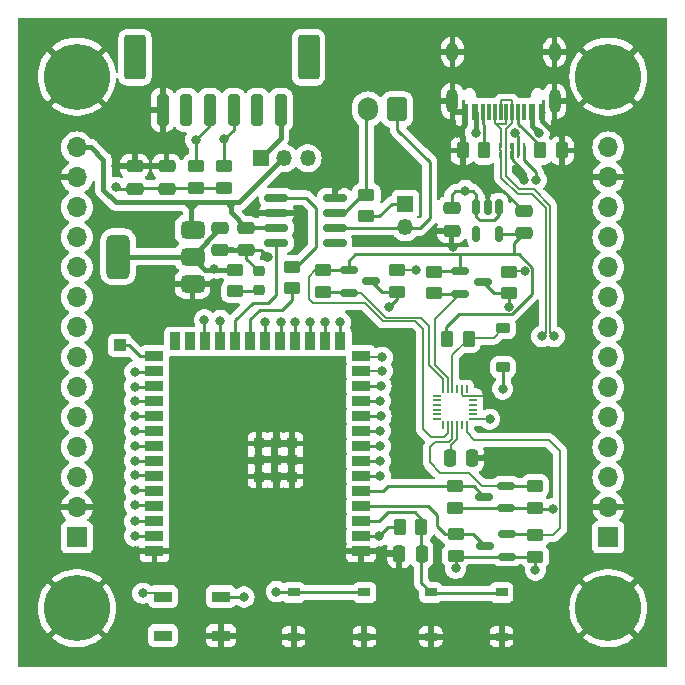
<source format=gbr>
%TF.GenerationSoftware,KiCad,Pcbnew,7.0.11*%
%TF.CreationDate,2024-04-21T20:12:22+02:00*%
%TF.ProjectId,cyberboard,63796265-7262-46f6-9172-642e6b696361,rev?*%
%TF.SameCoordinates,Original*%
%TF.FileFunction,Copper,L1,Top*%
%TF.FilePolarity,Positive*%
%FSLAX46Y46*%
G04 Gerber Fmt 4.6, Leading zero omitted, Abs format (unit mm)*
G04 Created by KiCad (PCBNEW 7.0.11) date 2024-04-21 20:12:22*
%MOMM*%
%LPD*%
G01*
G04 APERTURE LIST*
G04 Aperture macros list*
%AMRoundRect*
0 Rectangle with rounded corners*
0 $1 Rounding radius*
0 $2 $3 $4 $5 $6 $7 $8 $9 X,Y pos of 4 corners*
0 Add a 4 corners polygon primitive as box body*
4,1,4,$2,$3,$4,$5,$6,$7,$8,$9,$2,$3,0*
0 Add four circle primitives for the rounded corners*
1,1,$1+$1,$2,$3*
1,1,$1+$1,$4,$5*
1,1,$1+$1,$6,$7*
1,1,$1+$1,$8,$9*
0 Add four rect primitives between the rounded corners*
20,1,$1+$1,$2,$3,$4,$5,0*
20,1,$1+$1,$4,$5,$6,$7,0*
20,1,$1+$1,$6,$7,$8,$9,0*
20,1,$1+$1,$8,$9,$2,$3,0*%
G04 Aperture macros list end*
%TA.AperFunction,SMDPad,CuDef*%
%ADD10RoundRect,0.250000X-0.475000X0.250000X-0.475000X-0.250000X0.475000X-0.250000X0.475000X0.250000X0*%
%TD*%
%TA.AperFunction,SMDPad,CuDef*%
%ADD11RoundRect,0.375000X0.625000X0.375000X-0.625000X0.375000X-0.625000X-0.375000X0.625000X-0.375000X0*%
%TD*%
%TA.AperFunction,SMDPad,CuDef*%
%ADD12RoundRect,0.500000X0.500000X1.400000X-0.500000X1.400000X-0.500000X-1.400000X0.500000X-1.400000X0*%
%TD*%
%TA.AperFunction,SMDPad,CuDef*%
%ADD13RoundRect,0.250000X-0.262500X-0.450000X0.262500X-0.450000X0.262500X0.450000X-0.262500X0.450000X0*%
%TD*%
%TA.AperFunction,SMDPad,CuDef*%
%ADD14RoundRect,0.250000X0.250000X1.100000X-0.250000X1.100000X-0.250000X-1.100000X0.250000X-1.100000X0*%
%TD*%
%TA.AperFunction,SMDPad,CuDef*%
%ADD15RoundRect,0.250000X0.650000X1.650000X-0.650000X1.650000X-0.650000X-1.650000X0.650000X-1.650000X0*%
%TD*%
%TA.AperFunction,SMDPad,CuDef*%
%ADD16RoundRect,0.250000X-0.450000X0.262500X-0.450000X-0.262500X0.450000X-0.262500X0.450000X0.262500X0*%
%TD*%
%TA.AperFunction,SMDPad,CuDef*%
%ADD17R,1.000000X0.750000*%
%TD*%
%TA.AperFunction,SMDPad,CuDef*%
%ADD18R,1.000000X1.000000*%
%TD*%
%TA.AperFunction,SMDPad,CuDef*%
%ADD19RoundRect,0.150000X0.587500X0.150000X-0.587500X0.150000X-0.587500X-0.150000X0.587500X-0.150000X0*%
%TD*%
%TA.AperFunction,SMDPad,CuDef*%
%ADD20RoundRect,0.225000X0.375000X-0.225000X0.375000X0.225000X-0.375000X0.225000X-0.375000X-0.225000X0*%
%TD*%
%TA.AperFunction,SMDPad,CuDef*%
%ADD21R,0.655599X0.204000*%
%TD*%
%TA.AperFunction,SMDPad,CuDef*%
%ADD22R,0.204000X0.655599*%
%TD*%
%TA.AperFunction,ComponentPad*%
%ADD23R,1.700000X1.700000*%
%TD*%
%TA.AperFunction,ComponentPad*%
%ADD24O,1.700000X1.700000*%
%TD*%
%TA.AperFunction,SMDPad,CuDef*%
%ADD25RoundRect,0.150000X-0.587500X-0.150000X0.587500X-0.150000X0.587500X0.150000X-0.587500X0.150000X0*%
%TD*%
%TA.AperFunction,ComponentPad*%
%ADD26C,5.600000*%
%TD*%
%TA.AperFunction,SMDPad,CuDef*%
%ADD27RoundRect,0.150000X-0.825000X-0.150000X0.825000X-0.150000X0.825000X0.150000X-0.825000X0.150000X0*%
%TD*%
%TA.AperFunction,SMDPad,CuDef*%
%ADD28RoundRect,0.250000X0.450000X-0.262500X0.450000X0.262500X-0.450000X0.262500X-0.450000X-0.262500X0*%
%TD*%
%TA.AperFunction,ComponentPad*%
%ADD29R,1.350000X1.350000*%
%TD*%
%TA.AperFunction,ComponentPad*%
%ADD30O,1.350000X1.350000*%
%TD*%
%TA.AperFunction,ComponentPad*%
%ADD31RoundRect,0.250000X0.600000X0.750000X-0.600000X0.750000X-0.600000X-0.750000X0.600000X-0.750000X0*%
%TD*%
%TA.AperFunction,ComponentPad*%
%ADD32O,1.700000X2.000000*%
%TD*%
%TA.AperFunction,SMDPad,CuDef*%
%ADD33R,1.500000X0.900000*%
%TD*%
%TA.AperFunction,SMDPad,CuDef*%
%ADD34RoundRect,0.218750X-0.256250X0.218750X-0.256250X-0.218750X0.256250X-0.218750X0.256250X0.218750X0*%
%TD*%
%TA.AperFunction,SMDPad,CuDef*%
%ADD35RoundRect,0.250000X-0.250000X-0.475000X0.250000X-0.475000X0.250000X0.475000X-0.250000X0.475000X0*%
%TD*%
%TA.AperFunction,SMDPad,CuDef*%
%ADD36RoundRect,0.250000X0.262500X0.450000X-0.262500X0.450000X-0.262500X-0.450000X0.262500X-0.450000X0*%
%TD*%
%TA.AperFunction,SMDPad,CuDef*%
%ADD37RoundRect,0.250000X0.250000X0.475000X-0.250000X0.475000X-0.250000X-0.475000X0.250000X-0.475000X0*%
%TD*%
%TA.AperFunction,SMDPad,CuDef*%
%ADD38R,0.900000X1.500000*%
%TD*%
%TA.AperFunction,SMDPad,CuDef*%
%ADD39R,0.900000X0.900000*%
%TD*%
%TA.AperFunction,SMDPad,CuDef*%
%ADD40R,0.600000X1.450000*%
%TD*%
%TA.AperFunction,SMDPad,CuDef*%
%ADD41R,0.300000X1.450000*%
%TD*%
%TA.AperFunction,ComponentPad*%
%ADD42O,1.000000X2.100000*%
%TD*%
%TA.AperFunction,ComponentPad*%
%ADD43O,1.000000X1.600000*%
%TD*%
%TA.AperFunction,SMDPad,CuDef*%
%ADD44R,0.250000X0.625000*%
%TD*%
%TA.AperFunction,SMDPad,CuDef*%
%ADD45R,0.450000X0.700000*%
%TD*%
%TA.AperFunction,SMDPad,CuDef*%
%ADD46R,0.450000X0.575000*%
%TD*%
%TA.AperFunction,SMDPad,CuDef*%
%ADD47RoundRect,0.150000X-0.150000X0.512500X-0.150000X-0.512500X0.150000X-0.512500X0.150000X0.512500X0*%
%TD*%
%TA.AperFunction,ViaPad*%
%ADD48C,0.800000*%
%TD*%
%TA.AperFunction,Conductor*%
%ADD49C,0.400000*%
%TD*%
%TA.AperFunction,Conductor*%
%ADD50C,0.600000*%
%TD*%
%TA.AperFunction,Conductor*%
%ADD51C,0.250000*%
%TD*%
%TA.AperFunction,Conductor*%
%ADD52C,0.142000*%
%TD*%
%TA.AperFunction,Conductor*%
%ADD53C,0.300000*%
%TD*%
%TA.AperFunction,Conductor*%
%ADD54C,0.180000*%
%TD*%
%TA.AperFunction,Conductor*%
%ADD55C,0.200000*%
%TD*%
G04 APERTURE END LIST*
D10*
%TO.P,C3,1*%
%TO.N,+5V*%
X130655000Y-92201252D03*
%TO.P,C3,2*%
%TO.N,GND*%
X130655000Y-94101252D03*
%TD*%
D11*
%TO.P,U1,3,VI*%
%TO.N,+5V*%
X126096000Y-92331750D03*
D12*
%TO.P,U1,2,VO*%
%TO.N,+3.3V*%
X119796000Y-94631750D03*
D11*
X126096000Y-94631750D03*
%TO.P,U1,1,GND*%
%TO.N,GND*%
X126096000Y-96931750D03*
%TD*%
D13*
%TO.P,R1,1*%
%TO.N,+3.3V*%
X143633500Y-117531750D03*
%TO.P,R1,2*%
%TO.N,/EN*%
X145458500Y-117531750D03*
%TD*%
D14*
%TO.P,J3,1,VCC*%
%TO.N,/Power/5V_PDB*%
X133573000Y-82189002D03*
%TO.P,J3,2,VCC*%
%TO.N,unconnected-(J3-VCC-Pad2)*%
X131573000Y-82189002D03*
%TO.P,J3,3,SCL*%
%TO.N,/I2C_SCL*%
X129573000Y-82189002D03*
%TO.P,J3,4,SDA*%
%TO.N,/I2C_SDA*%
X127573000Y-82189002D03*
%TO.P,J3,5,GND*%
%TO.N,unconnected-(J3-GND-Pad5)*%
X125573000Y-82189002D03*
%TO.P,J3,6,GND*%
%TO.N,GND*%
X123573000Y-82189002D03*
D15*
%TO.P,J3,MP*%
%TO.N,N/C*%
X135923000Y-77739002D03*
X121223000Y-77739002D03*
%TD*%
D16*
%TO.P,R3,1*%
%TO.N,Net-(U2-TXD)*%
X134523000Y-95476502D03*
%TO.P,R3,2*%
%TO.N,/CAN_RX*%
X134523000Y-97301502D03*
%TD*%
D17*
%TO.P,RESET1,1,1*%
%TO.N,GND*%
X152261000Y-126788002D03*
%TO.P,RESET1,2,2*%
X146261000Y-126788002D03*
%TO.P,RESET1,3,K*%
%TO.N,/EN*%
X152261000Y-123038002D03*
%TO.P,RESET1,4,A*%
X146261000Y-123038002D03*
%TD*%
D16*
%TO.P,R10,1*%
%TO.N,/I2C_SCL*%
X128793000Y-86950502D03*
%TO.P,R10,2*%
%TO.N,+3.3V*%
X128793000Y-88775502D03*
%TD*%
%TO.P,R16,1*%
%TO.N,+3.3V*%
X143401000Y-95783002D03*
%TO.P,R16,2*%
%TO.N,/IMU_SDA*%
X143401000Y-97608002D03*
%TD*%
D18*
%TO.P,TP2,1,1*%
%TO.N,Net-(U6-GPIO0{slash}BOOT)*%
X119946000Y-102131750D03*
%TD*%
D19*
%TO.P,Q1,1,G*%
%TO.N,+3.3V*%
X152693500Y-120031750D03*
%TO.P,Q1,2,S*%
%TO.N,/IMU/INT_1.8V*%
X152693500Y-118131750D03*
%TO.P,Q1,3,D*%
%TO.N,/IMU_INT*%
X150818500Y-119081750D03*
%TD*%
D20*
%TO.P,D3,1,K*%
%TO.N,/IMU_CS*%
X152396000Y-103981750D03*
%TO.P,D3,2,A*%
%TO.N,/IMU/CS_1V8*%
X152396000Y-100681750D03*
%TD*%
D13*
%TO.P,R4,1*%
%TO.N,Net-(J2-CC1)*%
X155551000Y-85631750D03*
%TO.P,R4,2*%
%TO.N,GND*%
X157376000Y-85631750D03*
%TD*%
D21*
%TO.P,U5,1,NC*%
%TO.N,unconnected-(U5-NC-Pad1)*%
X146779400Y-106383001D03*
%TO.P,U5,2,NC*%
%TO.N,unconnected-(U5-NC-Pad2)*%
X146779400Y-106783003D03*
%TO.P,U5,3,NC*%
%TO.N,unconnected-(U5-NC-Pad3)*%
X146779400Y-107183002D03*
%TO.P,U5,4,NC*%
%TO.N,unconnected-(U5-NC-Pad4)*%
X146779400Y-107583002D03*
%TO.P,U5,5,NC*%
%TO.N,unconnected-(U5-NC-Pad5)*%
X146779400Y-107983001D03*
%TO.P,U5,6,NC*%
%TO.N,unconnected-(U5-NC-Pad6)*%
X146779400Y-108383003D03*
D22*
%TO.P,U5,7,AUX_CL*%
%TO.N,unconnected-(U5-AUX_CL-Pad7)*%
X147300999Y-108904602D03*
%TO.P,U5,8,VDDIO*%
%TO.N,+1V8*%
X147701001Y-108904602D03*
%TO.P,U5,9,SDO/AD0*%
%TO.N,/IMU/SDO{slash}ADR_1.8V*%
X148101000Y-108904602D03*
%TO.P,U5,10,REGOUT*%
%TO.N,Net-(U5-REGOUT)*%
X148501000Y-108904602D03*
%TO.P,U5,11,FSYNC*%
%TO.N,unconnected-(U5-FSYNC-Pad11)*%
X148900999Y-108904602D03*
%TO.P,U5,12,INT1*%
%TO.N,/IMU/INT_1.8V*%
X149301001Y-108904602D03*
D21*
%TO.P,U5,13,VDD*%
%TO.N,+3.3V*%
X149822600Y-108383003D03*
%TO.P,U5,14,NC*%
%TO.N,unconnected-(U5-NC-Pad14)*%
X149822600Y-107983001D03*
%TO.P,U5,15,NC*%
%TO.N,unconnected-(U5-NC-Pad15)*%
X149822600Y-107583002D03*
%TO.P,U5,16,NC*%
%TO.N,unconnected-(U5-NC-Pad16)*%
X149822600Y-107183002D03*
%TO.P,U5,17,NC*%
%TO.N,unconnected-(U5-NC-Pad17)*%
X149822600Y-106783003D03*
%TO.P,U5,18,GND*%
%TO.N,GND*%
X149822600Y-106383001D03*
D22*
%TO.P,U5,19,RESV*%
%TO.N,unconnected-(U5-RESV-Pad19)*%
X149301001Y-105861402D03*
%TO.P,U5,20,RESV_GND*%
%TO.N,GND*%
X148900999Y-105861402D03*
%TO.P,U5,21,AUX_DA*%
%TO.N,unconnected-(U5-AUX_DA-Pad21)*%
X148501000Y-105861402D03*
%TO.P,U5,22,nCS*%
%TO.N,/IMU/CS_1V8*%
X148101000Y-105861402D03*
%TO.P,U5,23,SCL/SCLK*%
%TO.N,/IMU/SCK{slash}SCL_1.8V*%
X147701001Y-105861402D03*
%TO.P,U5,24,SDA/SDI*%
%TO.N,/IMU/SDI{slash}SDA_1.8V*%
X147300999Y-105861402D03*
%TD*%
D23*
%TO.P,J8,1,3.3V*%
%TO.N,+3.3V*%
X161301000Y-118383002D03*
D24*
%TO.P,J8,2,GND*%
%TO.N,GND*%
X161301000Y-115843002D03*
%TO.P,J8,3,GPIO1*%
%TO.N,/GPIO1_1*%
X161301000Y-113303002D03*
%TO.P,J8,4,GPIO2*%
%TO.N,/GPIO1_2*%
X161301000Y-110763002D03*
%TO.P,J8,5,GPIO3*%
%TO.N,/GPIO1_3*%
X161301000Y-108223002D03*
%TO.P,J8,6,GPIO4*%
%TO.N,/GPIO1_4*%
X161301000Y-105683002D03*
%TO.P,J8,7,GPIO5*%
%TO.N,/GPIO1_5*%
X161301000Y-103143002D03*
%TO.P,J8,8,GPIO6*%
%TO.N,/GPIO1_6*%
X161301000Y-100603002D03*
%TO.P,J8,9,GPIO7*%
%TO.N,/GPIO1_7*%
X161301000Y-98063002D03*
%TO.P,J8,10,GPIO8*%
%TO.N,/GPIO1_8*%
X161301000Y-95523002D03*
%TO.P,J8,11,GPIO9*%
%TO.N,/GPIO1_9*%
X161301000Y-92983002D03*
%TO.P,J8,12,GPIO10*%
%TO.N,/GPIO1_10*%
X161301000Y-90443002D03*
%TO.P,J8,13,GND*%
%TO.N,GND*%
X161301000Y-87903002D03*
%TO.P,J8,14,5V*%
%TO.N,+5V*%
X161301000Y-85363002D03*
%TD*%
D19*
%TO.P,Q2,1,G*%
%TO.N,+3.3V*%
X152673500Y-115911750D03*
%TO.P,Q2,2,S*%
%TO.N,/IMU/SDO{slash}ADR_1.8V*%
X152673500Y-114011750D03*
%TO.P,Q2,3,D*%
%TO.N,/IMU_SDO*%
X150798500Y-114961750D03*
%TD*%
D25*
%TO.P,Q3,1,G*%
%TO.N,+1V8*%
X139356000Y-95765502D03*
%TO.P,Q3,2,S*%
%TO.N,/IMU/SDI{slash}SDA_1.8V*%
X139356000Y-97665502D03*
%TO.P,Q3,3,D*%
%TO.N,/IMU_SDA*%
X141231000Y-96715502D03*
%TD*%
D26*
%TO.P,H4,1,1*%
%TO.N,GND*%
X116301000Y-124383002D03*
%TD*%
D27*
%TO.P,U2,8,S*%
%TO.N,GND*%
X138148000Y-89634002D03*
%TO.P,U2,7,CANH*%
%TO.N,Net-(J1-Pin_2)*%
X138148000Y-90904002D03*
%TO.P,U2,6,CANL*%
%TO.N,Net-(J1-Pin_1)*%
X138148000Y-92174002D03*
%TO.P,U2,5,NC*%
%TO.N,unconnected-(U2-NC-Pad5)*%
X138148000Y-93444002D03*
%TO.P,U2,4,RXD*%
%TO.N,/CAN_TX*%
X133198000Y-93444002D03*
%TO.P,U2,3,VCC*%
%TO.N,+5V*%
X133198000Y-92174002D03*
%TO.P,U2,2,GND*%
%TO.N,GND*%
X133198000Y-90904002D03*
%TO.P,U2,1,TXD*%
%TO.N,Net-(U2-TXD)*%
X133198000Y-89634002D03*
%TD*%
D28*
%TO.P,R13,1*%
%TO.N,+3.3V*%
X148326000Y-115894250D03*
%TO.P,R13,2*%
%TO.N,/IMU_SDO*%
X148326000Y-114069250D03*
%TD*%
D29*
%TO.P,JP1,1,A*%
%TO.N,/Power/5V_PDB*%
X131851000Y-86283002D03*
D30*
%TO.P,JP1,2,C*%
%TO.N,+5V*%
X133851000Y-86283002D03*
%TO.P,JP1,3,B*%
%TO.N,/Power/5V_USB*%
X135851000Y-86283002D03*
%TD*%
D28*
%TO.P,R19,1*%
%TO.N,+3.3V*%
X148396000Y-119944250D03*
%TO.P,R19,2*%
%TO.N,/IMU_INT*%
X148396000Y-118119250D03*
%TD*%
D31*
%TO.P,J1,1,Pin_1*%
%TO.N,Net-(J1-Pin_1)*%
X143423000Y-82139002D03*
D32*
%TO.P,J1,2,Pin_2*%
%TO.N,Net-(J1-Pin_2)*%
X140923000Y-82139002D03*
%TD*%
D16*
%TO.P,R9,1*%
%TO.N,/I2C_SDA*%
X126393000Y-86950502D03*
%TO.P,R9,2*%
%TO.N,+3.3V*%
X126393000Y-88775502D03*
%TD*%
D33*
%TO.P,D1,1,VDD*%
%TO.N,+3.3V*%
X123601000Y-123403002D03*
%TO.P,D1,2,DOUT*%
%TO.N,unconnected-(D1-DOUT-Pad2)*%
X123601000Y-126703002D03*
%TO.P,D1,3,VSS*%
%TO.N,GND*%
X128501000Y-126703002D03*
%TO.P,D1,4,DIN*%
%TO.N,/GPIO_LED*%
X128501000Y-123403002D03*
%TD*%
D16*
%TO.P,R18,1*%
%TO.N,+1V8*%
X137121000Y-95783002D03*
%TO.P,R18,2*%
%TO.N,/IMU/SDI{slash}SDA_1.8V*%
X137121000Y-97608002D03*
%TD*%
D13*
%TO.P,R11,1*%
%TO.N,+1V8*%
X147648500Y-101563002D03*
%TO.P,R11,2*%
%TO.N,/IMU/CS_1V8*%
X149473500Y-101563002D03*
%TD*%
D34*
%TO.P,D2,1,K*%
%TO.N,GND*%
X131696000Y-95844250D03*
%TO.P,D2,2,A*%
%TO.N,Net-(D2-A)*%
X131696000Y-97419250D03*
%TD*%
D35*
%TO.P,C5,1*%
%TO.N,Net-(U5-REGOUT)*%
X147871000Y-111631750D03*
%TO.P,C5,2*%
%TO.N,GND*%
X149771000Y-111631750D03*
%TD*%
D10*
%TO.P,C4,1*%
%TO.N,+3.3V*%
X128446000Y-92181750D03*
%TO.P,C4,2*%
%TO.N,GND*%
X128446000Y-94081750D03*
%TD*%
%TO.P,C13,1*%
%TO.N,GND*%
X154123000Y-90739002D03*
%TO.P,C13,2*%
%TO.N,+1V8*%
X154123000Y-92639002D03*
%TD*%
D23*
%TO.P,J4,1,3.3V*%
%TO.N,+3.3V*%
X116301000Y-118383002D03*
D24*
%TO.P,J4,2,GND*%
%TO.N,GND*%
X116301000Y-115843002D03*
%TO.P,J4,3,GPIO1*%
%TO.N,/GPIO2_1*%
X116301000Y-113303002D03*
%TO.P,J4,4,GPIO2*%
%TO.N,/GPIO2_2*%
X116301000Y-110763002D03*
%TO.P,J4,5,GPIO3*%
%TO.N,/GPIO2_3*%
X116301000Y-108223002D03*
%TO.P,J4,6,GPIO4*%
%TO.N,/GPIO2_4*%
X116301000Y-105683002D03*
%TO.P,J4,7,GPIO5*%
%TO.N,/GPIO2_5*%
X116301000Y-103143002D03*
%TO.P,J4,8,GPIO6*%
%TO.N,/GPIO2_6*%
X116301000Y-100603002D03*
%TO.P,J4,9,GPIO7*%
%TO.N,/GPIO2_7*%
X116301000Y-98063002D03*
%TO.P,J4,10,GPIO8*%
%TO.N,/GPIO2_8*%
X116301000Y-95523002D03*
%TO.P,J4,11,GPIO9*%
%TO.N,/GPIO2_9*%
X116301000Y-92983002D03*
%TO.P,J4,12,GPIO10*%
%TO.N,/GPIO2_10*%
X116301000Y-90443002D03*
%TO.P,J4,13,GND*%
%TO.N,GND*%
X116301000Y-87903002D03*
%TO.P,J4,14,5V*%
%TO.N,+5V*%
X116301000Y-85363002D03*
%TD*%
D17*
%TO.P,ACTION1,1,1*%
%TO.N,GND*%
X140651000Y-126793002D03*
%TO.P,ACTION1,2,2*%
X134651000Y-126793002D03*
%TO.P,ACTION1,3,K*%
%TO.N,/GPIO_ACTION*%
X140651000Y-123043002D03*
%TO.P,ACTION1,4,A*%
X134651000Y-123043002D03*
%TD*%
D36*
%TO.P,R5,1*%
%TO.N,Net-(J2-CC2)*%
X150785500Y-85631750D03*
%TO.P,R5,2*%
%TO.N,GND*%
X148960500Y-85631750D03*
%TD*%
D28*
%TO.P,R12,1*%
%TO.N,+3.3V*%
X155106000Y-120024250D03*
%TO.P,R12,2*%
%TO.N,/IMU/INT_1.8V*%
X155106000Y-118199250D03*
%TD*%
D10*
%TO.P,C12,1*%
%TO.N,+3.3V*%
X148023000Y-90539002D03*
%TO.P,C12,2*%
%TO.N,GND*%
X148023000Y-92439002D03*
%TD*%
D29*
%TO.P,JP3,1,A*%
%TO.N,Net-(JP3-A)*%
X144123000Y-90139002D03*
D30*
%TO.P,JP3,2,B*%
%TO.N,Net-(J1-Pin_1)*%
X144123000Y-92139002D03*
%TD*%
D28*
%TO.P,R14,1*%
%TO.N,+3.3V*%
X155076000Y-115864250D03*
%TO.P,R14,2*%
%TO.N,/IMU/SDO{slash}ADR_1.8V*%
X155076000Y-114039250D03*
%TD*%
D26*
%TO.P,H2,1,1*%
%TO.N,GND*%
X161301000Y-124383002D03*
%TD*%
D37*
%TO.P,C1,1*%
%TO.N,/EN*%
X145496000Y-119781750D03*
%TO.P,C1,2*%
%TO.N,GND*%
X143596000Y-119781750D03*
%TD*%
D26*
%TO.P,H3,1,1*%
%TO.N,GND*%
X161301000Y-79383002D03*
%TD*%
D10*
%TO.P,C6,1*%
%TO.N,GND*%
X121193000Y-86963002D03*
%TO.P,C6,2*%
%TO.N,+3.3V*%
X121193000Y-88863002D03*
%TD*%
D16*
%TO.P,R8,1*%
%TO.N,+3.3V*%
X129696000Y-95719250D03*
%TO.P,R8,2*%
%TO.N,Net-(D2-A)*%
X129696000Y-97544250D03*
%TD*%
D33*
%TO.P,U6,1,GND*%
%TO.N,GND*%
X140373000Y-119559002D03*
%TO.P,U6,2,3V3*%
%TO.N,+3.3V*%
X140373000Y-118289002D03*
%TO.P,U6,3,EN*%
%TO.N,/EN*%
X140373000Y-117019002D03*
%TO.P,U6,4,GPIO4/TOUCH4/ADC1_CH3*%
%TO.N,/IMU_INT*%
X140373000Y-115749002D03*
%TO.P,U6,5,GPIO5/TOUCH5/ADC1_CH4*%
%TO.N,/IMU_SDO*%
X140373000Y-114479002D03*
%TO.P,U6,6,GPIO6/TOUCH6/ADC1_CH5*%
%TO.N,/GPIO1_1*%
X140373000Y-113209002D03*
%TO.P,U6,7,GPIO7/TOUCH7/ADC1_CH6*%
%TO.N,/GPIO1_2*%
X140373000Y-111939002D03*
%TO.P,U6,8,GPIO15/U0RTS/ADC2_CH4/XTAL_32K_P*%
%TO.N,/GPIO1_3*%
X140373000Y-110669002D03*
%TO.P,U6,9,GPIO16/U0CTS/ADC2_CH5/XTAL_32K_N*%
%TO.N,/GPIO1_4*%
X140373000Y-109399002D03*
%TO.P,U6,10,GPIO17/U1TXD/ADC2_CH6*%
%TO.N,/GPIO1_5*%
X140373000Y-108129002D03*
%TO.P,U6,11,GPIO18/U1RXD/ADC2_CH7/CLK_OUT3*%
%TO.N,/IMU_CS*%
X140373000Y-106859002D03*
%TO.P,U6,12,GPIO8/TOUCH8/ADC1_CH7/SUBSPICS1*%
%TO.N,/GPIO1_6*%
X140373000Y-105589002D03*
%TO.P,U6,13,GPIO19/U1RTS/ADC2_CH8/CLK_OUT2/USB_D-*%
%TO.N,/USB_N*%
X140373000Y-104319002D03*
%TO.P,U6,14,GPIO20/U1CTS/ADC2_CH9/CLK_OUT1/USB_D+*%
%TO.N,/USB_P*%
X140373000Y-103049002D03*
D38*
%TO.P,U6,15,GPIO3/TOUCH3/ADC1_CH2*%
%TO.N,/IMU_SCL*%
X138608000Y-101799002D03*
%TO.P,U6,16,GPIO46*%
%TO.N,/IMU_SDA*%
X137338000Y-101799002D03*
%TO.P,U6,17,GPIO9/TOUCH9/ADC1_CH8/FSPIHD/SUBSPIHD*%
%TO.N,/GPIO1_7*%
X136068000Y-101799002D03*
%TO.P,U6,18,GPIO10/TOUCH10/ADC1_CH9/FSPICS0/FSPIIO4/SUBSPICS0*%
%TO.N,/GPIO1_8*%
X134798000Y-101799002D03*
%TO.P,U6,19,GPIO11/TOUCH11/ADC2_CH0/FSPID/FSPIIO5/SUBSPID*%
%TO.N,/GPIO1_9*%
X133528000Y-101799002D03*
%TO.P,U6,20,GPIO12/TOUCH12/ADC2_CH1/FSPICLK/FSPIIO6/SUBSPICLK*%
%TO.N,/GPIO1_10*%
X132258000Y-101799002D03*
%TO.P,U6,21,GPIO13/TOUCH13/ADC2_CH2/FSPIQ/FSPIIO7/SUBSPIQ*%
%TO.N,/CAN_RX*%
X130988000Y-101799002D03*
%TO.P,U6,22,GPIO14/TOUCH14/ADC2_CH3/FSPIWP/FSPIDQS/SUBSPIWP*%
%TO.N,/CAN_TX*%
X129718000Y-101799002D03*
%TO.P,U6,23,GPIO21*%
%TO.N,/I2C_SCL*%
X128448000Y-101799002D03*
%TO.P,U6,24,GPIO47/SPICLK_P/SUBSPICLK_P_DIFF*%
%TO.N,/I2C_SDA*%
X127178000Y-101799002D03*
%TO.P,U6,25,GPIO48/SPICLK_N/SUBSPICLK_N_DIFF*%
%TO.N,unconnected-(U6-GPIO48{slash}SPICLK_N{slash}SUBSPICLK_N_DIFF-Pad25)*%
X125908000Y-101799002D03*
%TO.P,U6,26,GPIO45*%
%TO.N,unconnected-(U6-GPIO45-Pad26)*%
X124638000Y-101799002D03*
D33*
%TO.P,U6,27,GPIO0/BOOT*%
%TO.N,Net-(U6-GPIO0{slash}BOOT)*%
X122873000Y-103049002D03*
%TO.P,U6,28,SPIIO6/GPIO35/FSPID/SUBSPID*%
%TO.N,/GPIO2_10*%
X122873000Y-104319002D03*
%TO.P,U6,29,SPIIO7/GPIO36/FSPICLK/SUBSPICLK*%
%TO.N,/GPIO2_9*%
X122873000Y-105589002D03*
%TO.P,U6,30,SPIDQS/GPIO37/FSPIQ/SUBSPIQ*%
%TO.N,/GPIO2_8*%
X122873000Y-106859002D03*
%TO.P,U6,31,GPIO38/FSPIWP/SUBSPIWP*%
%TO.N,/GPIO2_7*%
X122873000Y-108129002D03*
%TO.P,U6,32,MTCK/GPIO39/CLK_OUT3/SUBSPICS1*%
%TO.N,/GPIO2_6*%
X122873000Y-109399002D03*
%TO.P,U6,33,MTDO/GPIO40/CLK_OUT2*%
%TO.N,/GPIO2_5*%
X122873000Y-110669002D03*
%TO.P,U6,34,MTDI/GPIO41/CLK_OUT1*%
%TO.N,/GPIO2_4*%
X122873000Y-111939002D03*
%TO.P,U6,35,MTMS/GPIO42*%
%TO.N,/GPIO2_3*%
X122873000Y-113209002D03*
%TO.P,U6,36,U0RXD/GPIO44/CLK_OUT2*%
%TO.N,/GPIO2_2*%
X122873000Y-114479002D03*
%TO.P,U6,37,U0TXD/GPIO43/CLK_OUT1*%
%TO.N,/GPIO2_1*%
X122873000Y-115749002D03*
%TO.P,U6,38,GPIO2/TOUCH2/ADC1_CH1*%
%TO.N,/GPIO_ACTION*%
X122873000Y-117019002D03*
%TO.P,U6,39,GPIO1/TOUCH1/ADC1_CH0*%
%TO.N,/GPIO_LED*%
X122873000Y-118289002D03*
%TO.P,U6,40,GND*%
%TO.N,GND*%
X122873000Y-119559002D03*
D39*
%TO.P,U6,41,GND*%
X134523000Y-113239002D03*
X134523000Y-111839002D03*
X134523000Y-110439002D03*
X133123000Y-113239002D03*
X133123000Y-111839002D03*
X133123000Y-110439002D03*
X131723000Y-113239002D03*
X131723000Y-111839002D03*
X131723000Y-110439002D03*
%TD*%
D25*
%TO.P,Q5,1,G*%
%TO.N,+1V8*%
X148773500Y-95853002D03*
%TO.P,Q5,2,S*%
%TO.N,/IMU/SCK{slash}SCL_1.8V*%
X148773500Y-97753002D03*
%TO.P,Q5,3,D*%
%TO.N,/IMU_SCL*%
X150648500Y-96803002D03*
%TD*%
D26*
%TO.P,H1,1,1*%
%TO.N,GND*%
X116301000Y-79383002D03*
%TD*%
D16*
%TO.P,R17,1*%
%TO.N,+1V8*%
X146571000Y-95890502D03*
%TO.P,R17,2*%
%TO.N,/IMU/SCK{slash}SCL_1.8V*%
X146571000Y-97715502D03*
%TD*%
D40*
%TO.P,J2,A1,GND*%
%TO.N,GND*%
X155673000Y-82384002D03*
%TO.P,J2,A4,VBUS*%
%TO.N,/Power/5V_USB*%
X154873000Y-82384002D03*
D41*
%TO.P,J2,A5,CC1*%
%TO.N,Net-(J2-CC1)*%
X153673000Y-82384002D03*
%TO.P,J2,A6,D+*%
%TO.N,/USB_P*%
X152673000Y-82384002D03*
%TO.P,J2,A7,D-*%
%TO.N,/USB_N*%
X152173000Y-82384002D03*
%TO.P,J2,A8,SBU1*%
%TO.N,unconnected-(J2-SBU1-PadA8)*%
X151173000Y-82384002D03*
D40*
%TO.P,J2,A9,VBUS*%
%TO.N,/Power/5V_USB*%
X149973000Y-82384002D03*
%TO.P,J2,A12,GND*%
%TO.N,GND*%
X149173000Y-82384002D03*
%TO.P,J2,B1,GND*%
X149173000Y-82384002D03*
%TO.P,J2,B4,VBUS*%
%TO.N,/Power/5V_USB*%
X149973000Y-82384002D03*
D41*
%TO.P,J2,B5,CC2*%
%TO.N,Net-(J2-CC2)*%
X150673000Y-82384002D03*
%TO.P,J2,B6,D+*%
%TO.N,/USB_P*%
X151673000Y-82384002D03*
%TO.P,J2,B7,D-*%
%TO.N,/USB_N*%
X153173000Y-82384002D03*
%TO.P,J2,B8,SBU2*%
%TO.N,unconnected-(J2-SBU2-PadB8)*%
X154173000Y-82384002D03*
D40*
%TO.P,J2,B9,VBUS*%
%TO.N,/Power/5V_USB*%
X154873000Y-82384002D03*
%TO.P,J2,B12,GND*%
%TO.N,GND*%
X155673000Y-82384002D03*
D42*
%TO.P,J2,S1,SHIELD*%
X156743000Y-81469002D03*
D43*
X156743000Y-77289002D03*
D42*
X148103000Y-81469002D03*
D43*
X148103000Y-77289002D03*
%TD*%
D44*
%TO.P,U3,1*%
%TO.N,/USB_P*%
X152163000Y-86019250D03*
%TO.P,U3,2*%
%TO.N,/USB_N*%
X152663000Y-86019250D03*
D45*
%TO.P,U3,3,VSS*%
%TO.N,GND*%
X153163000Y-85981750D03*
D44*
%TO.P,U3,4*%
%TO.N,/Power/5V_USB*%
X153663000Y-86019250D03*
%TO.P,U3,5*%
%TO.N,/Power/5V_PDB*%
X154163000Y-86019250D03*
%TO.P,U3,6,NC*%
X154163000Y-85244250D03*
%TO.P,U3,7,NC*%
%TO.N,/Power/5V_USB*%
X153663000Y-85244250D03*
D46*
%TO.P,U3,8,VSS*%
%TO.N,GND*%
X153163000Y-85219250D03*
D44*
%TO.P,U3,9,NC*%
%TO.N,/USB_N*%
X152663000Y-85244250D03*
%TO.P,U3,10,NC*%
%TO.N,/USB_P*%
X152163000Y-85244250D03*
%TD*%
D47*
%TO.P,U7,1,IN*%
%TO.N,+3.3V*%
X152033000Y-90431502D03*
%TO.P,U7,2,GND*%
%TO.N,GND*%
X151083000Y-90431502D03*
%TO.P,U7,3,EN*%
%TO.N,+3.3V*%
X150133000Y-90431502D03*
%TO.P,U7,4,NC*%
%TO.N,unconnected-(U7-NC-Pad4)*%
X150133000Y-92706502D03*
%TO.P,U7,5,OUT*%
%TO.N,+1V8*%
X152033000Y-92706502D03*
%TD*%
D16*
%TO.P,R20,1*%
%TO.N,+3.3V*%
X152911000Y-95910502D03*
%TO.P,R20,2*%
%TO.N,/IMU_SCL*%
X152911000Y-97735502D03*
%TD*%
D10*
%TO.P,C2,1*%
%TO.N,GND*%
X123893000Y-86963002D03*
%TO.P,C2,2*%
%TO.N,+3.3V*%
X123893000Y-88863002D03*
%TD*%
D16*
%TO.P,R2,1*%
%TO.N,Net-(J1-Pin_2)*%
X140823000Y-89376502D03*
%TO.P,R2,2*%
%TO.N,Net-(JP3-A)*%
X140823000Y-91201502D03*
%TD*%
D48*
%TO.N,GND*%
X133096000Y-114681750D03*
X130246000Y-111781750D03*
X133146000Y-109031750D03*
X142196000Y-85131750D03*
X132446000Y-94631750D03*
X127946000Y-96881750D03*
X154196000Y-88131750D03*
X148446000Y-84131750D03*
%TO.N,/USB_P*%
X155671000Y-101381750D03*
%TO.N,/USB_N*%
X156721000Y-101381750D03*
%TO.N,+3.3V*%
X127946000Y-95631750D03*
%TO.N,/GPIO2_1*%
X121196000Y-115631750D03*
%TO.N,/GPIO2_2*%
X121196000Y-114381750D03*
%TO.N,/GPIO2_3*%
X121196000Y-113131750D03*
%TO.N,/GPIO2_4*%
X121196000Y-111881750D03*
%TO.N,/GPIO2_5*%
X121196000Y-110631750D03*
%TO.N,/GPIO2_6*%
X121196000Y-109381750D03*
%TO.N,/GPIO2_7*%
X121196000Y-108131750D03*
%TO.N,/GPIO2_8*%
X121196000Y-106881750D03*
%TO.N,/GPIO2_9*%
X121196000Y-105631750D03*
%TO.N,/GPIO2_10*%
X121196000Y-104381750D03*
%TO.N,GND*%
X133081000Y-126753002D03*
X121196000Y-119559002D03*
X138446000Y-88631750D03*
X141896000Y-119531750D03*
X151246000Y-106381750D03*
X148123000Y-93789002D03*
X131401000Y-90904002D03*
X119643000Y-86963002D03*
X151146000Y-111381750D03*
X130471000Y-126703002D03*
X157196000Y-84131750D03*
X144096000Y-101731750D03*
X144761000Y-126878002D03*
X135946000Y-111831750D03*
X151051000Y-89033002D03*
X123573000Y-84633002D03*
%TO.N,+3.3V*%
X154223000Y-95839002D03*
X119643000Y-88763002D03*
X121891000Y-123123002D03*
X156651000Y-115950498D03*
X144981000Y-95753002D03*
X151246000Y-108381750D03*
X155128000Y-121157750D03*
X141873000Y-118289002D03*
X149201000Y-89033002D03*
X148378000Y-121007750D03*
%TO.N,/GPIO_LED*%
X130446000Y-123431750D03*
X121196000Y-118281750D03*
%TO.N,/Power/5V_USB*%
X155446000Y-84131750D03*
X153431480Y-84142082D03*
X150081874Y-84131750D03*
%TO.N,/Power/5V_PDB*%
X155196000Y-88131750D03*
%TO.N,/GPIO_ACTION*%
X133196000Y-122981750D03*
X121196000Y-117031750D03*
%TO.N,/IMU_CS*%
X141996000Y-106831750D03*
X152346000Y-105831750D03*
%TO.N,/USB_P*%
X142146000Y-103158002D03*
%TO.N,/USB_N*%
X142146000Y-104281750D03*
%TO.N,/I2C_SCL*%
X128446000Y-100031750D03*
X128751000Y-84683002D03*
%TO.N,/I2C_SDA*%
X126351000Y-84733002D03*
X127096000Y-99981750D03*
%TO.N,/GPIO1_1*%
X141996000Y-113181750D03*
%TO.N,/GPIO1_2*%
X141996000Y-111931750D03*
%TO.N,/GPIO1_3*%
X141996000Y-110681750D03*
%TO.N,/GPIO1_4*%
X141996000Y-109381750D03*
%TO.N,/IMU_SDA*%
X142751000Y-98863002D03*
X137346000Y-100181750D03*
%TO.N,/IMU_SCL*%
X152871000Y-98853002D03*
X138596000Y-100181750D03*
%TO.N,/GPIO1_5*%
X142046000Y-108131750D03*
%TO.N,/GPIO1_6*%
X142046000Y-105581750D03*
%TO.N,/GPIO1_7*%
X136046000Y-100181750D03*
%TO.N,/GPIO1_8*%
X134796000Y-100181750D03*
%TO.N,/GPIO1_9*%
X133546000Y-100181750D03*
%TO.N,/GPIO1_10*%
X132246000Y-100131750D03*
%TD*%
D49*
%TO.N,+5V*%
X125446000Y-90031750D02*
X119596000Y-90031750D01*
X119596000Y-90031750D02*
X118546000Y-88981750D01*
X118546000Y-88981750D02*
X118546000Y-86405921D01*
X118546000Y-86405921D02*
X117503081Y-85363002D01*
X117503081Y-85363002D02*
X116301000Y-85363002D01*
D50*
%TO.N,GND*%
X131723000Y-111839002D02*
X130303252Y-111839002D01*
D51*
X130303252Y-111839002D02*
X130246000Y-111781750D01*
D50*
X133123000Y-110439002D02*
X133123000Y-109054750D01*
D51*
X133123000Y-109054750D02*
X133146000Y-109031750D01*
D50*
X134523000Y-111839002D02*
X135938748Y-111839002D01*
D51*
X135938748Y-111839002D02*
X135946000Y-111831750D01*
D50*
X133123000Y-113239002D02*
X133123000Y-114654750D01*
D51*
X133123000Y-114654750D02*
X133096000Y-114681750D01*
D50*
X134473000Y-110389002D02*
X131623000Y-110389002D01*
X134523000Y-110439002D02*
X134473000Y-110389002D01*
X131623000Y-110389002D02*
X131623000Y-113189002D01*
X131623000Y-113189002D02*
X134423000Y-113189002D01*
X134423000Y-113189002D02*
X134423000Y-110389002D01*
D51*
X148446000Y-84131750D02*
X148960500Y-84646250D01*
X148960500Y-84646250D02*
X148960500Y-85631750D01*
D49*
X148446000Y-84131750D02*
X149173000Y-83404750D01*
X149173000Y-83404750D02*
X149173000Y-82384002D01*
%TO.N,+5V*%
X130046000Y-90031750D02*
X129696000Y-90031750D01*
X129696000Y-90031750D02*
X128696000Y-90031750D01*
D51*
X129331000Y-90381750D02*
X129346000Y-90381750D01*
X129346000Y-90381750D02*
X129696000Y-90031750D01*
D49*
X128696000Y-90031750D02*
X126446000Y-90031750D01*
X128696000Y-90031750D02*
X128981000Y-90031750D01*
X128981000Y-90031750D02*
X129331000Y-90381750D01*
X125696000Y-90031750D02*
X125446000Y-90031750D01*
X125955000Y-90631750D02*
X125955000Y-90540750D01*
X125955000Y-90540750D02*
X125446000Y-90031750D01*
X125955000Y-90631750D02*
X125955000Y-90290750D01*
X125955000Y-92190750D02*
X125955000Y-90631750D01*
X126446000Y-90031750D02*
X126196000Y-90031750D01*
X125955000Y-90631750D02*
X125955000Y-90522750D01*
X125955000Y-90522750D02*
X126446000Y-90031750D01*
D51*
%TO.N,GND*%
X130655000Y-94101252D02*
X131915502Y-94101252D01*
X131915502Y-94101252D02*
X132446000Y-94631750D01*
D49*
X126096000Y-96931750D02*
X127896000Y-96931750D01*
D51*
X127896000Y-96931750D02*
X127946000Y-96881750D01*
D49*
%TO.N,+3.3V*%
X119796000Y-94631750D02*
X126096000Y-94631750D01*
D51*
%TO.N,GND*%
X154123000Y-90739002D02*
X152417000Y-89033002D01*
X152417000Y-89033002D02*
X151051000Y-89033002D01*
D49*
%TO.N,/Power/5V_PDB*%
X133573000Y-82189002D02*
X133573000Y-84561002D01*
X133573000Y-84561002D02*
X131851000Y-86283002D01*
D51*
X155196000Y-88131750D02*
X155196000Y-87481750D01*
X155196000Y-87481750D02*
X154163000Y-86448750D01*
X154163000Y-86448750D02*
X154163000Y-85244250D01*
%TO.N,GND*%
X154196000Y-88131750D02*
X154196000Y-87419750D01*
X154196000Y-87419750D02*
X153163000Y-86386750D01*
X153163000Y-86386750D02*
X153163000Y-85981750D01*
D49*
%TO.N,+5V*%
X133851000Y-86283002D02*
X133794748Y-86283002D01*
X133794748Y-86283002D02*
X130046000Y-90031750D01*
D51*
%TO.N,GND*%
X138446000Y-88631750D02*
X138148000Y-88929750D01*
X138148000Y-88929750D02*
X138148000Y-89634002D01*
%TO.N,Net-(J1-Pin_1)*%
X138148000Y-92174002D02*
X144718000Y-92174002D01*
X144773000Y-92229002D02*
X145333000Y-92229002D01*
X144718000Y-92174002D02*
X144773000Y-92229002D01*
X145333000Y-92229002D02*
X146173000Y-91389002D01*
X146173000Y-91389002D02*
X146173000Y-86608750D01*
X143423000Y-83858750D02*
X143423000Y-82139002D01*
X146173000Y-86608750D02*
X143423000Y-83858750D01*
%TO.N,GND*%
X157196000Y-84131750D02*
X157196000Y-85451750D01*
D49*
X157196000Y-85451750D02*
X157376000Y-85631750D01*
X155673000Y-83108750D02*
X155673000Y-82384002D01*
X157196000Y-84131750D02*
X156696000Y-84131750D01*
X156696000Y-84131750D02*
X155673000Y-83108750D01*
D51*
%TO.N,/Power/5V_USB*%
X155446000Y-84131750D02*
X155446000Y-84107404D01*
D49*
X155446000Y-84107404D02*
X154873000Y-83534404D01*
D52*
%TO.N,/USB_P*%
X154864814Y-89327750D02*
X156000000Y-90462936D01*
%TO.N,/USB_N*%
X152663000Y-85244250D02*
X152663000Y-85625253D01*
%TO.N,/USB_P*%
X153614814Y-89327750D02*
X154864814Y-89327750D01*
X152217000Y-85679253D02*
X152217000Y-87929936D01*
X152163000Y-85625253D02*
X152217000Y-85679253D01*
X152163000Y-85244250D02*
X152163000Y-85625253D01*
X156000000Y-90462936D02*
X156000000Y-101052750D01*
%TO.N,/USB_N*%
X155027186Y-88935750D02*
X156392000Y-90300564D01*
%TO.N,/USB_P*%
X152217000Y-87929936D02*
X153614814Y-89327750D01*
X156000000Y-101052750D02*
X155671000Y-101381750D01*
%TO.N,/USB_N*%
X152663000Y-85625253D02*
X152609000Y-85679253D01*
X152609000Y-85679253D02*
X152609000Y-87767564D01*
X152609000Y-87767564D02*
X153777186Y-88935750D01*
X153777186Y-88935750D02*
X155027186Y-88935750D01*
X156392000Y-90300564D02*
X156392000Y-101052750D01*
X156392000Y-101052750D02*
X156721000Y-101381750D01*
D51*
%TO.N,/Power/5V_USB*%
X153663000Y-84423602D02*
X153663000Y-86019250D01*
X153431480Y-84142082D02*
X153431480Y-84192082D01*
X153431480Y-84192082D02*
X153663000Y-84423602D01*
%TO.N,/I2C_SDA*%
X126393000Y-84775002D02*
X126393000Y-86950502D01*
%TO.N,GND*%
X153163000Y-85219250D02*
X153163000Y-85981750D01*
%TO.N,Net-(J2-CC2)*%
X150673000Y-82384002D02*
X150673000Y-83378697D01*
X150673000Y-83378697D02*
X150785500Y-83491197D01*
X150785500Y-83491197D02*
X150785500Y-85631750D01*
D49*
%TO.N,/Power/5V_USB*%
X150081874Y-84131750D02*
X150081874Y-82492876D01*
D51*
X150081874Y-82492876D02*
X149973000Y-82384002D01*
D49*
%TO.N,+3.3V*%
X129696000Y-95719250D02*
X127183500Y-95719250D01*
X127183500Y-95719250D02*
X126096000Y-94631750D01*
D51*
%TO.N,Net-(D2-A)*%
X129696000Y-97544250D02*
X131571000Y-97544250D01*
X131571000Y-97544250D02*
X131696000Y-97419250D01*
%TO.N,+5V*%
X129346000Y-90381750D02*
X129296000Y-90381750D01*
D49*
X129331000Y-90381750D02*
X129331000Y-90031750D01*
X129331000Y-90877252D02*
X129331000Y-90381750D01*
D53*
X130655000Y-92201252D02*
X133170750Y-92201252D01*
X133170750Y-92201252D02*
X133198000Y-92174002D01*
D51*
%TO.N,GND*%
X121196000Y-119559002D02*
X122873000Y-119559002D01*
%TO.N,/GPIO_LED*%
X121196000Y-118281750D02*
X122865748Y-118281750D01*
X122865748Y-118281750D02*
X122873000Y-118289002D01*
%TO.N,/GPIO_ACTION*%
X121196000Y-117031750D02*
X122860252Y-117031750D01*
X122860252Y-117031750D02*
X122873000Y-117019002D01*
%TO.N,/GPIO2_1*%
X121196000Y-115631750D02*
X122755748Y-115631750D01*
X122755748Y-115631750D02*
X122873000Y-115749002D01*
%TO.N,/GPIO2_2*%
X121196000Y-114381750D02*
X122775748Y-114381750D01*
X122775748Y-114381750D02*
X122873000Y-114479002D01*
%TO.N,/GPIO2_3*%
X122795748Y-113131750D02*
X122873000Y-113209002D01*
X121196000Y-113131750D02*
X122795748Y-113131750D01*
%TO.N,/GPIO2_4*%
X121196000Y-111881750D02*
X122815748Y-111881750D01*
X122815748Y-111881750D02*
X122873000Y-111939002D01*
%TO.N,/GPIO2_5*%
X121196000Y-110631750D02*
X122835748Y-110631750D01*
X122835748Y-110631750D02*
X122873000Y-110669002D01*
%TO.N,/GPIO2_6*%
X122855748Y-109381750D02*
X122873000Y-109399002D01*
X121196000Y-109381750D02*
X122855748Y-109381750D01*
%TO.N,/GPIO2_7*%
X121196000Y-108131750D02*
X122870252Y-108131750D01*
X122870252Y-108131750D02*
X122873000Y-108129002D01*
%TO.N,/GPIO2_8*%
X122850252Y-106881750D02*
X122873000Y-106859002D01*
X121196000Y-106881750D02*
X122850252Y-106881750D01*
%TO.N,/GPIO2_9*%
X121196000Y-105631750D02*
X122830252Y-105631750D01*
X122830252Y-105631750D02*
X122873000Y-105589002D01*
%TO.N,/GPIO2_10*%
X122810252Y-104381750D02*
X122873000Y-104319002D01*
X121196000Y-104381750D02*
X122810252Y-104381750D01*
%TO.N,GND*%
X130655000Y-94803250D02*
X131696000Y-95844250D01*
X130655000Y-94101252D02*
X130655000Y-94803250D01*
%TO.N,+5V*%
X126096000Y-92331750D02*
X125955000Y-92190750D01*
%TO.N,+3.3V*%
X126096000Y-94631750D02*
X126096000Y-94531750D01*
D49*
X126096000Y-94531750D02*
X128446000Y-92181750D01*
D51*
%TO.N,GND*%
X128446000Y-94081750D02*
X130635498Y-94081750D01*
X130635498Y-94081750D02*
X130655000Y-94101252D01*
%TO.N,+5V*%
X125955000Y-90272750D02*
X126196000Y-90031750D01*
D49*
X126196000Y-90031750D02*
X125696000Y-90031750D01*
D51*
X125955000Y-90290750D02*
X125955000Y-90272750D01*
X125955000Y-90290750D02*
X125696000Y-90031750D01*
%TO.N,Net-(U6-GPIO0{slash}BOOT)*%
X119946000Y-102131750D02*
X120696000Y-102131750D01*
X120696000Y-102131750D02*
X121613252Y-103049002D01*
X121613252Y-103049002D02*
X122873000Y-103049002D01*
%TO.N,GND*%
X130107750Y-94101252D02*
X130655000Y-94101252D01*
X130655000Y-94101252D02*
X130652750Y-94101252D01*
D49*
%TO.N,+5V*%
X130655000Y-92201252D02*
X129331000Y-90877252D01*
D51*
X130172750Y-92201252D02*
X130655000Y-92201252D01*
%TO.N,GND*%
X140336000Y-126753002D02*
X140611000Y-127028002D01*
X149173000Y-82384002D02*
X149018000Y-82384002D01*
D50*
X133023000Y-113189002D02*
X133023000Y-110389002D01*
D51*
X130471000Y-126703002D02*
X128501000Y-126703002D01*
X116305000Y-115839002D02*
X116301000Y-115843002D01*
D54*
X151244749Y-106383001D02*
X149822600Y-106383001D01*
D51*
X151083000Y-89065002D02*
X151051000Y-89033002D01*
D54*
X151246000Y-106381750D02*
X151244749Y-106383001D01*
D51*
X148023000Y-93689002D02*
X148023000Y-92439002D01*
X144761000Y-126878002D02*
X146361000Y-126878002D01*
X116421000Y-87783002D02*
X116301000Y-87903002D01*
X123601000Y-82217002D02*
X123573000Y-82189002D01*
D54*
X151396000Y-106381750D02*
X149031550Y-106381750D01*
D50*
X131623000Y-111789002D02*
X134423000Y-111789002D01*
D51*
X119643000Y-86963002D02*
X121193000Y-86963002D01*
X123893000Y-86963002D02*
X121193000Y-86963002D01*
X152361000Y-126878002D02*
X146361000Y-126878002D01*
D54*
X150896000Y-111631750D02*
X149771000Y-111631750D01*
D51*
X133081000Y-126753002D02*
X140336000Y-126753002D01*
X143373252Y-119559002D02*
X141903000Y-119559002D01*
X155673000Y-82384002D02*
X155828000Y-82384002D01*
X141903000Y-119559002D02*
X141923000Y-119539002D01*
D54*
X151146000Y-111381750D02*
X150896000Y-111631750D01*
X149031550Y-106381750D02*
X148900999Y-106251199D01*
D51*
X148123000Y-93789002D02*
X148023000Y-93689002D01*
X131401000Y-90904002D02*
X133198000Y-90904002D01*
X123573000Y-84633002D02*
X123573000Y-82189002D01*
X151083000Y-90431502D02*
X151083000Y-89065002D01*
X140373000Y-119559002D02*
X141903000Y-119559002D01*
X152456000Y-126783002D02*
X152361000Y-126878002D01*
X153183000Y-85636502D02*
X153163000Y-85616502D01*
D54*
X148900999Y-106251199D02*
X148900999Y-105861402D01*
D51*
X143596000Y-119781750D02*
X143373252Y-119559002D01*
%TO.N,/EN*%
X152361000Y-123128002D02*
X152436000Y-123053002D01*
X145458500Y-119744250D02*
X145496000Y-119781750D01*
X140373000Y-117019002D02*
X141908748Y-117019002D01*
X145458500Y-116794250D02*
X145458500Y-117531750D01*
X145496000Y-119781750D02*
X145446000Y-119831750D01*
X146296000Y-123063002D02*
X146361000Y-123128002D01*
X144946000Y-116281750D02*
X145458500Y-116794250D01*
X145446000Y-122223002D02*
X146261000Y-123038002D01*
X141908748Y-117019002D02*
X142646000Y-116281750D01*
X145446000Y-119831750D02*
X145446000Y-122223002D01*
X142646000Y-116281750D02*
X144946000Y-116281750D01*
X145458500Y-117531750D02*
X145458500Y-119744250D01*
X146361000Y-123128002D02*
X152361000Y-123128002D01*
D54*
%TO.N,+3.3V*%
X150642254Y-108381750D02*
X150641001Y-108383003D01*
D51*
X121193000Y-88863002D02*
X119743000Y-88863002D01*
D54*
X143431000Y-95753002D02*
X143401000Y-95783002D01*
D51*
X126393000Y-88775502D02*
X126493000Y-88775502D01*
X148023000Y-89419002D02*
X148023000Y-90539002D01*
X152673500Y-115911750D02*
X155028500Y-115911750D01*
X116307000Y-118389002D02*
X116301000Y-118383002D01*
X150133000Y-89399002D02*
X149833000Y-89099002D01*
X150133000Y-89512002D02*
X150133000Y-90431502D01*
X124301000Y-88783002D02*
X124001000Y-89083002D01*
X155128000Y-120046250D02*
X155106000Y-120024250D01*
X119743000Y-88863002D02*
X119643000Y-88763002D01*
X155028500Y-115911750D02*
X155076000Y-115864250D01*
X156651000Y-115950498D02*
X155162248Y-115950498D01*
X142630252Y-117531750D02*
X141873000Y-118289002D01*
X151613000Y-91549002D02*
X150443000Y-91549002D01*
X148396000Y-120989750D02*
X148396000Y-119944250D01*
X143633500Y-117531750D02*
X142630252Y-117531750D01*
X148473500Y-120021750D02*
X148396000Y-119944250D01*
X126493000Y-88775502D02*
X121280500Y-88775502D01*
X128793000Y-88775502D02*
X126493000Y-88775502D01*
X152033000Y-90431502D02*
X152033000Y-91129002D01*
D54*
X144981000Y-95753002D02*
X143431000Y-95753002D01*
D51*
X155162248Y-115950498D02*
X155076000Y-115864250D01*
X149833000Y-89099002D02*
X148343000Y-89099002D01*
D54*
X123601000Y-123403002D02*
X123321000Y-123123002D01*
D51*
X152033000Y-91129002D02*
X151613000Y-91549002D01*
D54*
X123321000Y-123123002D02*
X121891000Y-123123002D01*
D51*
X152693500Y-120031750D02*
X152701000Y-120024250D01*
D54*
X154223000Y-95839002D02*
X152982500Y-95839002D01*
D51*
X155128000Y-121157750D02*
X155128000Y-120046250D01*
D54*
X152982500Y-95839002D02*
X152911000Y-95910502D01*
D51*
X152701000Y-120024250D02*
X155106000Y-120024250D01*
X150133000Y-91239002D02*
X150133000Y-90431502D01*
X121280500Y-88775502D02*
X121193000Y-88863002D01*
X141873000Y-118289002D02*
X140373000Y-118289002D01*
X123863000Y-89103002D02*
X123903000Y-89143002D01*
D54*
X150641001Y-108383003D02*
X149822600Y-108383003D01*
D51*
X148343500Y-115911750D02*
X148326000Y-115894250D01*
X152693500Y-120031750D02*
X152683500Y-120021750D01*
X152673500Y-115911750D02*
X148343500Y-115911750D01*
X148378000Y-121007750D02*
X148396000Y-120989750D01*
D54*
X151246000Y-108381750D02*
X150642254Y-108381750D01*
D51*
X150443000Y-91549002D02*
X150133000Y-91239002D01*
X148343000Y-89099002D02*
X148023000Y-89419002D01*
X150133000Y-90431502D02*
X150133000Y-89399002D01*
X152683500Y-120021750D02*
X148473500Y-120021750D01*
D54*
%TO.N,Net-(U5-REGOUT)*%
X148501000Y-110034840D02*
X148501000Y-108904602D01*
X147871000Y-111631750D02*
X147952838Y-111549912D01*
X147952838Y-110583002D02*
X148501000Y-110034840D01*
X147952838Y-111549912D02*
X147952838Y-110583002D01*
%TO.N,+1V8*%
X147701001Y-109583001D02*
X147701001Y-108904602D01*
D51*
X148773500Y-95853002D02*
X146608500Y-95853002D01*
X147573000Y-100589002D02*
X148673000Y-99489002D01*
D54*
X135923000Y-98189002D02*
X136323000Y-98589002D01*
X145623000Y-109239002D02*
X146297000Y-109913002D01*
D51*
X153273000Y-93489002D02*
X153273000Y-94439002D01*
X139888748Y-94439002D02*
X139356000Y-94971750D01*
X148823000Y-94439002D02*
X139888748Y-94439002D01*
X154838000Y-95554002D02*
X153723000Y-94439002D01*
X154055500Y-92706502D02*
X154123000Y-92639002D01*
X153273000Y-94439002D02*
X148823000Y-94439002D01*
D54*
X146297000Y-109913002D02*
X147371000Y-109913002D01*
X136479000Y-95783002D02*
X135923000Y-96339002D01*
D51*
X137138500Y-95765502D02*
X137121000Y-95783002D01*
D54*
X144973000Y-100089002D02*
X145623000Y-100739002D01*
D51*
X146608500Y-95853002D02*
X146571000Y-95890502D01*
D54*
X147371000Y-109913002D02*
X147701001Y-109583001D01*
D51*
X139356000Y-94971750D02*
X139356000Y-95765502D01*
X153104742Y-99489002D02*
X154838000Y-97755744D01*
D54*
X135923000Y-96339002D02*
X135923000Y-98189002D01*
X137121000Y-95783002D02*
X136479000Y-95783002D01*
X145623000Y-100739002D02*
X145623000Y-109239002D01*
D51*
X154123000Y-92639002D02*
X153273000Y-93489002D01*
X139356000Y-95765502D02*
X137138500Y-95765502D01*
X152033000Y-92706502D02*
X154055500Y-92706502D01*
D54*
X142223000Y-100089002D02*
X144973000Y-100089002D01*
D51*
X147573000Y-101130502D02*
X147573000Y-100589002D01*
X154838000Y-97755744D02*
X154838000Y-95554002D01*
D54*
X140723000Y-98589002D02*
X142223000Y-100089002D01*
D51*
X148773500Y-95853002D02*
X148773500Y-94488502D01*
X148773500Y-94488502D02*
X148823000Y-94439002D01*
X148673000Y-99489002D02*
X153104742Y-99489002D01*
D54*
X136323000Y-98589002D02*
X140723000Y-98589002D01*
D51*
X153723000Y-94439002D02*
X153273000Y-94439002D01*
%TO.N,/GPIO_LED*%
X130417252Y-123403002D02*
X130446000Y-123431750D01*
X128501000Y-123403002D02*
X130417252Y-123403002D01*
D54*
%TO.N,/IMU/CS_1V8*%
X149554752Y-101481750D02*
X151596000Y-101481750D01*
X149571000Y-101660502D02*
X149473500Y-101563002D01*
X151596000Y-101481750D02*
X152396000Y-100681750D01*
X149473500Y-101563002D02*
X149554752Y-101481750D01*
X148101000Y-105861402D02*
X148101000Y-102935502D01*
X148101000Y-102935502D02*
X149473500Y-101563002D01*
D51*
%TO.N,Net-(J1-Pin_2)*%
X140823000Y-82239002D02*
X140923000Y-82139002D01*
X138148000Y-90904002D02*
X138908000Y-90904002D01*
X140823000Y-89376502D02*
X140823000Y-82239002D01*
X140435500Y-89376502D02*
X140823000Y-89376502D01*
X138908000Y-90904002D02*
X140435500Y-89376502D01*
%TO.N,/Power/5V_USB*%
X135951000Y-86183002D02*
X135851000Y-86283002D01*
D49*
X154873000Y-83534404D02*
X154873000Y-82384002D01*
D51*
%TO.N,Net-(J2-CC1)*%
X155560500Y-85246502D02*
X155560500Y-85504002D01*
X153673000Y-82384002D02*
X153673000Y-83359002D01*
X153673000Y-83359002D02*
X155560500Y-85246502D01*
%TO.N,/Power/5V_PDB*%
X133701000Y-82317002D02*
X133573000Y-82189002D01*
X133573000Y-82189002D02*
X133573000Y-83261002D01*
%TO.N,/IMU/INT_1.8V*%
X155106000Y-118199250D02*
X155168500Y-118199250D01*
D54*
X156237252Y-110123002D02*
X157231000Y-111116750D01*
D51*
X155038500Y-118131750D02*
X155106000Y-118199250D01*
X155168500Y-118199250D02*
X155178500Y-118189250D01*
D54*
X156628500Y-118199250D02*
X155106000Y-118199250D01*
X157231000Y-117596750D02*
X156628500Y-118199250D01*
X157231000Y-111116750D02*
X157231000Y-117596750D01*
D51*
X152693500Y-118131750D02*
X155038500Y-118131750D01*
D54*
X149301001Y-109463003D02*
X149961000Y-110123002D01*
X149301001Y-108904602D02*
X149301001Y-109463003D01*
X149961000Y-110123002D02*
X156237252Y-110123002D01*
%TO.N,/IMU/SDO{slash}ADR_1.8V*%
X150606000Y-114011750D02*
X149526000Y-112931750D01*
D51*
X152673500Y-114011750D02*
X155048500Y-114011750D01*
D54*
X146641000Y-110313002D02*
X147841000Y-110313002D01*
X146201000Y-112043002D02*
X146201000Y-110753002D01*
X147841000Y-110313002D02*
X148101000Y-110053002D01*
X151356000Y-114011750D02*
X150606000Y-114011750D01*
X151356000Y-114011750D02*
X152673500Y-114011750D01*
X146201000Y-110753002D02*
X146641000Y-110313002D01*
D55*
X152478500Y-114011750D02*
X152673500Y-114011750D01*
D51*
X155048500Y-114011750D02*
X155076000Y-114039250D01*
D54*
X147089748Y-112931750D02*
X146201000Y-112043002D01*
X149526000Y-112931750D02*
X147089748Y-112931750D01*
X148101000Y-110053002D02*
X148101000Y-108904602D01*
X151198500Y-114011750D02*
X151356000Y-114011750D01*
%TO.N,/IMU/SDI{slash}SDA_1.8V*%
X147300999Y-105861402D02*
X147300999Y-105013001D01*
D51*
X137121000Y-97608002D02*
X139298500Y-97608002D01*
X139298500Y-97608002D02*
X139356000Y-97665502D01*
D54*
X140349500Y-97665502D02*
X139356000Y-97665502D01*
X147300999Y-105013001D02*
X146123000Y-103835002D01*
X146123000Y-100495002D02*
X145421000Y-99793002D01*
X146123000Y-103835002D02*
X146123000Y-100495002D01*
X142477000Y-99793002D02*
X140349500Y-97665502D01*
X145421000Y-99793002D02*
X142477000Y-99793002D01*
%TO.N,/IMU/SCK{slash}SCL_1.8V*%
X146651000Y-103825600D02*
X147701001Y-104875601D01*
X147701001Y-104875601D02*
X147701001Y-105861402D01*
D51*
X146608500Y-97753002D02*
X146571000Y-97715502D01*
X148773500Y-97753002D02*
X146608500Y-97753002D01*
X148773500Y-97753002D02*
X148751000Y-97753002D01*
D54*
X148773500Y-97753002D02*
X146651000Y-99875502D01*
X146651000Y-99875502D02*
X146651000Y-103825600D01*
D51*
%TO.N,Net-(U2-TXD)*%
X136523000Y-93839002D02*
X134885500Y-95476502D01*
X136523000Y-90489002D02*
X136523000Y-93839002D01*
X134885500Y-95476502D02*
X134223000Y-95476502D01*
X133198000Y-89634002D02*
X135668000Y-89634002D01*
X135668000Y-89634002D02*
X136523000Y-90489002D01*
%TO.N,/GPIO_ACTION*%
X140651000Y-123043002D02*
X134651000Y-123043002D01*
X133257252Y-123043002D02*
X133196000Y-122981750D01*
X134651000Y-123043002D02*
X133257252Y-123043002D01*
%TO.N,/IMU_CS*%
X152396000Y-103981750D02*
X152776000Y-103981750D01*
X152346000Y-105831750D02*
X152396000Y-105781750D01*
X141996000Y-106831750D02*
X140400252Y-106831750D01*
X140400252Y-106831750D02*
X140373000Y-106859002D01*
X152396000Y-105781750D02*
X152396000Y-103981750D01*
D52*
%TO.N,/USB_P*%
X152173000Y-84879002D02*
X152173000Y-83784002D01*
X152673000Y-83301002D02*
X152594000Y-83380002D01*
X151673000Y-83301002D02*
X151673000Y-82384002D01*
X152594000Y-83380002D02*
X151752000Y-83380002D01*
X140482000Y-103158002D02*
X140373000Y-103049002D01*
X142146000Y-103158002D02*
X140482000Y-103158002D01*
X152173000Y-83784002D02*
X151673000Y-83284002D01*
X152673000Y-82384002D02*
X152673000Y-83301002D01*
X151752000Y-83380002D02*
X151673000Y-83301002D01*
X152173000Y-85347753D02*
X152173000Y-84879002D01*
X151673000Y-83284002D02*
X151673000Y-82384002D01*
%TO.N,/USB_N*%
X153173000Y-82384002D02*
X153173000Y-81467002D01*
X140410252Y-104281750D02*
X140373000Y-104319002D01*
X153094000Y-81388002D02*
X152252000Y-81388002D01*
X152673000Y-84879002D02*
X152673000Y-83801002D01*
X152252000Y-81388002D02*
X152173000Y-81467002D01*
X152173000Y-81467002D02*
X152173000Y-82384002D01*
X153173000Y-81467002D02*
X153094000Y-81388002D01*
X142146000Y-104281750D02*
X140410252Y-104281750D01*
X153173000Y-83301002D02*
X153173000Y-82384002D01*
X152673000Y-83801002D02*
X153173000Y-83301002D01*
X152673000Y-85347753D02*
X152673000Y-84879002D01*
D51*
%TO.N,/I2C_SCL*%
X128446000Y-101797002D02*
X128448000Y-101799002D01*
X128751000Y-84683002D02*
X129573000Y-83861002D01*
X128751000Y-84683002D02*
X128793000Y-84725002D01*
X128446000Y-100031750D02*
X128446000Y-101797002D01*
X129573000Y-83861002D02*
X129573000Y-82189002D01*
X128793000Y-84725002D02*
X128793000Y-86950502D01*
%TO.N,/I2C_SDA*%
X127573000Y-83511002D02*
X127573000Y-82189002D01*
X127096000Y-101717002D02*
X127178000Y-101799002D01*
X127096000Y-99981750D02*
X127096000Y-101717002D01*
X126351000Y-84733002D02*
X127573000Y-83511002D01*
X126351000Y-84733002D02*
X126393000Y-84775002D01*
%TO.N,/GPIO1_1*%
X140400252Y-113181750D02*
X140373000Y-113209002D01*
X141996000Y-113181750D02*
X140400252Y-113181750D01*
%TO.N,/GPIO1_2*%
X140380252Y-111931750D02*
X140373000Y-111939002D01*
X141996000Y-111931750D02*
X140380252Y-111931750D01*
%TO.N,/GPIO1_3*%
X140385748Y-110681750D02*
X140373000Y-110669002D01*
X141996000Y-110681750D02*
X140385748Y-110681750D01*
%TO.N,/GPIO1_4*%
X141996000Y-109381750D02*
X140390252Y-109381750D01*
X140390252Y-109381750D02*
X140373000Y-109399002D01*
%TO.N,/IMU_INT*%
X146796000Y-116481750D02*
X146063252Y-115749002D01*
X146796000Y-117431750D02*
X146796000Y-116481750D01*
X148706000Y-118119250D02*
X148718500Y-118131750D01*
X149856000Y-118119250D02*
X150818500Y-119081750D01*
X147483500Y-118119250D02*
X146796000Y-117431750D01*
X146063252Y-115749002D02*
X140373000Y-115749002D01*
X148396000Y-118119250D02*
X148706000Y-118119250D01*
X148396000Y-118119250D02*
X147483500Y-118119250D01*
X148396000Y-118119250D02*
X149856000Y-118119250D01*
%TO.N,/IMU_SDO*%
X149906000Y-114069250D02*
X150798500Y-114961750D01*
X148326000Y-114069250D02*
X148313500Y-114081750D01*
X142243252Y-114479002D02*
X140373000Y-114479002D01*
X142640504Y-114081750D02*
X142243252Y-114479002D01*
X148326000Y-114069250D02*
X149906000Y-114069250D01*
X148313500Y-114081750D02*
X142640504Y-114081750D01*
%TO.N,/IMU_SDA*%
X137346000Y-100181750D02*
X137346000Y-101791002D01*
X143401000Y-97608002D02*
X142123500Y-97608002D01*
X142123500Y-97608002D02*
X141231000Y-96715502D01*
X137346000Y-101791002D02*
X137338000Y-101799002D01*
X143401000Y-98213002D02*
X143401000Y-97608002D01*
X142751000Y-98863002D02*
X143401000Y-98213002D01*
%TO.N,/IMU_SCL*%
X152911000Y-97735502D02*
X152948500Y-97773002D01*
X152911000Y-98813002D02*
X152871000Y-98853002D01*
X152911000Y-97735502D02*
X152911000Y-98813002D01*
X151581000Y-97735502D02*
X150648500Y-96803002D01*
X138596000Y-100181750D02*
X138596000Y-101787002D01*
X152911000Y-97735502D02*
X151581000Y-97735502D01*
X138596000Y-101787002D02*
X138608000Y-101799002D01*
%TO.N,Net-(U6-GPIO0{slash}BOOT)*%
X122873000Y-103049002D02*
X122851000Y-103027002D01*
%TO.N,/CAN_TX*%
X133198000Y-93444002D02*
X133198000Y-97829750D01*
X131196000Y-98531750D02*
X129718000Y-100009750D01*
X133198000Y-97829750D02*
X132496000Y-98531750D01*
X132496000Y-98531750D02*
X131196000Y-98531750D01*
X129718000Y-100009750D02*
X129718000Y-101799002D01*
%TO.N,/CAN_RX*%
X133696000Y-99131750D02*
X131796000Y-99131750D01*
X134523000Y-98304750D02*
X133696000Y-99131750D01*
X130988000Y-99939750D02*
X130988000Y-101799002D01*
X131796000Y-99131750D02*
X130988000Y-99939750D01*
X134523000Y-97301502D02*
X134523000Y-98304750D01*
%TO.N,/GPIO1_5*%
X140375748Y-108131750D02*
X140373000Y-108129002D01*
X142046000Y-108131750D02*
X140375748Y-108131750D01*
%TO.N,/GPIO1_6*%
X140380252Y-105581750D02*
X140373000Y-105589002D01*
X142046000Y-105581750D02*
X140380252Y-105581750D01*
%TO.N,/GPIO1_7*%
X136046000Y-100181750D02*
X136046000Y-101777002D01*
X136046000Y-101777002D02*
X136068000Y-101799002D01*
%TO.N,/GPIO1_8*%
X134796000Y-100181750D02*
X134796000Y-101797002D01*
X134796000Y-101797002D02*
X134798000Y-101799002D01*
%TO.N,/GPIO1_9*%
X133546000Y-101781002D02*
X133528000Y-101799002D01*
X133546000Y-100181750D02*
X133546000Y-101781002D01*
%TO.N,/GPIO1_10*%
X132246000Y-100131750D02*
X132246000Y-101787002D01*
X132246000Y-101787002D02*
X132258000Y-101799002D01*
%TO.N,/GPIO2_7*%
X116727252Y-98063002D02*
X116301000Y-98063002D01*
%TO.N,Net-(JP3-A)*%
X142973000Y-90139002D02*
X141910500Y-91201502D01*
X144123000Y-90139002D02*
X142973000Y-90139002D01*
X141910500Y-91201502D02*
X140823000Y-91201502D01*
%TO.N,unconnected-(U6-GPIO48{slash}SPICLK_N{slash}SUBSPICLK_N_DIFF-Pad25)*%
X125901000Y-101792002D02*
X125908000Y-101799002D01*
%TO.N,unconnected-(U6-GPIO45-Pad26)*%
X124651000Y-101786002D02*
X124638000Y-101799002D01*
%TD*%
%TA.AperFunction,Conductor*%
%TO.N,GND*%
G36*
X156008336Y-110733187D02*
G01*
X156028978Y-110749821D01*
X156604181Y-111325024D01*
X156637666Y-111386347D01*
X156640500Y-111412705D01*
X156640500Y-114931699D01*
X156620815Y-114998738D01*
X156568011Y-115044493D01*
X156542281Y-115052989D01*
X156371197Y-115089353D01*
X156371192Y-115089355D01*
X156244085Y-115145948D01*
X156174835Y-115155233D01*
X156111558Y-115125605D01*
X156105968Y-115120350D01*
X156025049Y-115039431D01*
X155991564Y-114978108D01*
X155996548Y-114908416D01*
X156025049Y-114864069D01*
X156068819Y-114820299D01*
X156118712Y-114770406D01*
X156210814Y-114621084D01*
X156265999Y-114454547D01*
X156276500Y-114351759D01*
X156276499Y-113726742D01*
X156274469Y-113706874D01*
X156265999Y-113623953D01*
X156265998Y-113623950D01*
X156237654Y-113538415D01*
X156210814Y-113457416D01*
X156118712Y-113308094D01*
X155994656Y-113184038D01*
X155845334Y-113091936D01*
X155678797Y-113036751D01*
X155678795Y-113036750D01*
X155576010Y-113026250D01*
X154575998Y-113026250D01*
X154575980Y-113026251D01*
X154473203Y-113036750D01*
X154473200Y-113036751D01*
X154306668Y-113091935D01*
X154306663Y-113091937D01*
X154157342Y-113184039D01*
X154033288Y-113308093D01*
X154033285Y-113308097D01*
X154021412Y-113327347D01*
X153969464Y-113374072D01*
X153915874Y-113386250D01*
X153756809Y-113386250D01*
X153689770Y-113366565D01*
X153669128Y-113349931D01*
X153662870Y-113343673D01*
X153662862Y-113343667D01*
X153521396Y-113260005D01*
X153521393Y-113260004D01*
X153363573Y-113214152D01*
X153363567Y-113214151D01*
X153326701Y-113211250D01*
X153326694Y-113211250D01*
X152020306Y-113211250D01*
X152020298Y-113211250D01*
X151983432Y-113214151D01*
X151983426Y-113214152D01*
X151825606Y-113260004D01*
X151825603Y-113260005D01*
X151684137Y-113343667D01*
X151684129Y-113343673D01*
X151642874Y-113384930D01*
X151581551Y-113418416D01*
X151555192Y-113421250D01*
X150901956Y-113421250D01*
X150834917Y-113401565D01*
X150814275Y-113384931D01*
X150611094Y-113181750D01*
X150376995Y-112947651D01*
X150343511Y-112886330D01*
X150348495Y-112816639D01*
X150390366Y-112760705D01*
X150399581Y-112754433D01*
X150489342Y-112699067D01*
X150489344Y-112699066D01*
X150613315Y-112575095D01*
X150705356Y-112425874D01*
X150705358Y-112425869D01*
X150760505Y-112259447D01*
X150760506Y-112259440D01*
X150770999Y-112156736D01*
X150771000Y-112156723D01*
X150771000Y-111881750D01*
X149645000Y-111881750D01*
X149577961Y-111862065D01*
X149532206Y-111809261D01*
X149521000Y-111757750D01*
X149521000Y-111505750D01*
X149540685Y-111438711D01*
X149593489Y-111392956D01*
X149645000Y-111381750D01*
X150770999Y-111381750D01*
X150770999Y-111106778D01*
X150770998Y-111106763D01*
X150760505Y-111004052D01*
X150718241Y-110876506D01*
X150715839Y-110806678D01*
X150751571Y-110746636D01*
X150814091Y-110715443D01*
X150835947Y-110713502D01*
X155941297Y-110713502D01*
X156008336Y-110733187D01*
G37*
%TD.AperFunction*%
%TA.AperFunction,Conductor*%
G36*
X140494084Y-99199187D02*
G01*
X140514726Y-99215821D01*
X141772340Y-100473435D01*
X141783035Y-100485630D01*
X141801849Y-100510150D01*
X141812995Y-100518702D01*
X141829598Y-100531441D01*
X141829614Y-100531455D01*
X141860183Y-100554911D01*
X141925202Y-100604802D01*
X141967092Y-100622153D01*
X141967093Y-100622154D01*
X141967094Y-100622154D01*
X142068849Y-100664303D01*
X142142035Y-100673937D01*
X142188309Y-100680030D01*
X142188339Y-100680033D01*
X142222999Y-100684596D01*
X142223000Y-100684596D01*
X142253634Y-100680562D01*
X142269819Y-100679502D01*
X144677045Y-100679502D01*
X144744084Y-100699187D01*
X144764726Y-100715821D01*
X144996181Y-100947276D01*
X145029666Y-101008599D01*
X145032500Y-101034957D01*
X145032500Y-109192175D01*
X145031439Y-109208360D01*
X145027405Y-109239000D01*
X145027405Y-109239005D01*
X145031968Y-109273667D01*
X145031970Y-109273678D01*
X145047698Y-109393151D01*
X145047699Y-109393153D01*
X145089771Y-109494724D01*
X145107200Y-109536801D01*
X145168857Y-109617154D01*
X145201847Y-109660147D01*
X145201849Y-109660148D01*
X145201851Y-109660151D01*
X145226378Y-109678971D01*
X145238565Y-109689660D01*
X145746767Y-110197862D01*
X145780252Y-110259185D01*
X145775268Y-110328877D01*
X145757490Y-110360993D01*
X145756090Y-110362818D01*
X145756088Y-110362821D01*
X145685200Y-110455203D01*
X145671490Y-110488303D01*
X145625699Y-110598850D01*
X145625698Y-110598852D01*
X145612606Y-110698303D01*
X145608014Y-110733187D01*
X145605405Y-110753002D01*
X145606721Y-110763001D01*
X145609439Y-110783642D01*
X145610500Y-110799828D01*
X145610500Y-111996175D01*
X145609439Y-112012360D01*
X145605405Y-112043000D01*
X145605405Y-112043005D01*
X145609968Y-112077667D01*
X145609970Y-112077678D01*
X145625699Y-112197153D01*
X145653598Y-112264507D01*
X145653766Y-112264911D01*
X145685200Y-112340800D01*
X145756088Y-112433183D01*
X145779851Y-112464151D01*
X145804378Y-112482971D01*
X145816565Y-112493660D01*
X146567474Y-113244569D01*
X146600959Y-113305892D01*
X146595975Y-113375584D01*
X146554103Y-113431517D01*
X146488639Y-113455934D01*
X146479793Y-113456250D01*
X143010325Y-113456250D01*
X142943286Y-113436565D01*
X142897531Y-113383761D01*
X142887004Y-113319289D01*
X142901460Y-113181750D01*
X142881674Y-112993494D01*
X142823179Y-112813466D01*
X142728533Y-112649534D01*
X142719698Y-112639722D01*
X142689469Y-112576731D01*
X142698093Y-112507396D01*
X142719699Y-112473777D01*
X142728366Y-112464151D01*
X142728533Y-112463966D01*
X142823179Y-112300034D01*
X142881674Y-112120006D01*
X142901460Y-111931750D01*
X142881674Y-111743494D01*
X142823179Y-111563466D01*
X142728533Y-111399534D01*
X142719698Y-111389722D01*
X142689469Y-111326731D01*
X142698093Y-111257396D01*
X142719699Y-111223777D01*
X142728533Y-111213966D01*
X142823179Y-111050034D01*
X142881674Y-110870006D01*
X142901460Y-110681750D01*
X142881674Y-110493494D01*
X142823179Y-110313466D01*
X142728533Y-110149534D01*
X142697188Y-110114722D01*
X142666958Y-110051731D01*
X142675583Y-109982395D01*
X142697188Y-109948778D01*
X142698915Y-109946859D01*
X142728533Y-109913966D01*
X142823179Y-109750034D01*
X142881674Y-109570006D01*
X142901460Y-109381750D01*
X142881674Y-109193494D01*
X142823179Y-109013466D01*
X142728533Y-108849534D01*
X142728532Y-108849533D01*
X142727833Y-108848322D01*
X142711360Y-108780422D01*
X142734213Y-108714395D01*
X142743064Y-108703357D01*
X142778533Y-108663966D01*
X142873179Y-108500034D01*
X142931674Y-108320006D01*
X142951460Y-108131750D01*
X142931674Y-107943494D01*
X142873179Y-107763466D01*
X142778533Y-107599534D01*
X142722185Y-107536954D01*
X142691957Y-107473965D01*
X142700582Y-107404630D01*
X142722191Y-107371008D01*
X142728533Y-107363966D01*
X142823179Y-107200034D01*
X142881674Y-107020006D01*
X142901460Y-106831750D01*
X142881674Y-106643494D01*
X142823179Y-106463466D01*
X142728533Y-106299534D01*
X142728532Y-106299533D01*
X142727833Y-106298322D01*
X142711360Y-106230422D01*
X142734213Y-106164395D01*
X142743064Y-106153357D01*
X142778533Y-106113966D01*
X142873179Y-105950034D01*
X142931674Y-105770006D01*
X142951460Y-105581750D01*
X142931674Y-105393494D01*
X142873179Y-105213466D01*
X142784551Y-105059957D01*
X142779779Y-105051692D01*
X142763306Y-104983792D01*
X142786159Y-104917765D01*
X142795003Y-104906735D01*
X142878533Y-104813966D01*
X142973179Y-104650034D01*
X143031674Y-104470006D01*
X143051460Y-104281750D01*
X143031674Y-104093494D01*
X142973179Y-103913466D01*
X142897204Y-103781874D01*
X142880732Y-103713976D01*
X142897204Y-103657878D01*
X142973179Y-103526286D01*
X143031674Y-103346258D01*
X143051460Y-103158002D01*
X143031674Y-102969746D01*
X142973179Y-102789718D01*
X142878533Y-102625786D01*
X142751871Y-102485114D01*
X142747116Y-102481659D01*
X142598734Y-102373853D01*
X142598729Y-102373850D01*
X142425807Y-102296859D01*
X142425802Y-102296857D01*
X142280001Y-102265867D01*
X142240646Y-102257502D01*
X142051354Y-102257502D01*
X142001375Y-102268125D01*
X141866199Y-102296857D01*
X141698458Y-102371541D01*
X141629208Y-102380825D01*
X141565931Y-102351197D01*
X141548755Y-102332572D01*
X141548580Y-102332338D01*
X141480546Y-102241456D01*
X141450291Y-102218807D01*
X141365335Y-102155208D01*
X141365328Y-102155204D01*
X141230482Y-102104910D01*
X141230483Y-102104910D01*
X141170883Y-102098503D01*
X141170881Y-102098502D01*
X141170873Y-102098502D01*
X141170865Y-102098502D01*
X139682499Y-102098502D01*
X139615460Y-102078817D01*
X139569705Y-102026013D01*
X139558499Y-101974502D01*
X139558499Y-101001131D01*
X139558498Y-101001125D01*
X139558497Y-101001118D01*
X139552091Y-100941519D01*
X139529162Y-100880044D01*
X139501797Y-100806673D01*
X139501796Y-100806672D01*
X139501796Y-100806671D01*
X139422773Y-100701110D01*
X139398356Y-100635646D01*
X139413207Y-100567373D01*
X139414595Y-100564900D01*
X139423179Y-100550034D01*
X139481674Y-100370006D01*
X139501460Y-100181750D01*
X139481674Y-99993494D01*
X139423179Y-99813466D01*
X139328533Y-99649534D01*
X139201871Y-99508862D01*
X139183648Y-99495622D01*
X139057293Y-99403820D01*
X139014627Y-99348490D01*
X139008648Y-99278877D01*
X139041254Y-99217082D01*
X139102092Y-99182725D01*
X139130178Y-99179502D01*
X140427045Y-99179502D01*
X140494084Y-99199187D01*
G37*
%TD.AperFunction*%
%TA.AperFunction,Conductor*%
G36*
X132067119Y-94168847D02*
G01*
X132112602Y-94195746D01*
X132147910Y-94206004D01*
X132270426Y-94241599D01*
X132270429Y-94241599D01*
X132270431Y-94241600D01*
X132307306Y-94244502D01*
X132448500Y-94244502D01*
X132515539Y-94264187D01*
X132561294Y-94316991D01*
X132572500Y-94368502D01*
X132572500Y-94941421D01*
X132552815Y-95008460D01*
X132500011Y-95054215D01*
X132430853Y-95064159D01*
X132383403Y-95046960D01*
X132258077Y-94969658D01*
X132258072Y-94969656D01*
X132098583Y-94916807D01*
X132000150Y-94906750D01*
X131890735Y-94906750D01*
X131823696Y-94887065D01*
X131777941Y-94834261D01*
X131767997Y-94765103D01*
X131785196Y-94717654D01*
X131814354Y-94670380D01*
X131814358Y-94670371D01*
X131869505Y-94503949D01*
X131869506Y-94503942D01*
X131879999Y-94401238D01*
X131879999Y-94275581D01*
X131899683Y-94208541D01*
X131952487Y-94162786D01*
X132021645Y-94152842D01*
X132067119Y-94168847D01*
G37*
%TD.AperFunction*%
%TA.AperFunction,Conductor*%
G36*
X131641834Y-89529086D02*
G01*
X131697767Y-89570958D01*
X131722184Y-89636422D01*
X131722500Y-89645268D01*
X131722500Y-89849703D01*
X131725401Y-89886569D01*
X131725402Y-89886575D01*
X131771254Y-90044395D01*
X131771255Y-90044398D01*
X131771256Y-90044400D01*
X131783635Y-90065331D01*
X131854917Y-90185864D01*
X131859702Y-90192033D01*
X131857369Y-90193842D01*
X131884210Y-90242997D01*
X131879226Y-90312689D01*
X131858470Y-90345023D01*
X131860097Y-90346285D01*
X131855313Y-90352451D01*
X131771718Y-90493803D01*
X131725899Y-90651515D01*
X131725704Y-90654000D01*
X131725705Y-90654002D01*
X134670295Y-90654002D01*
X134670295Y-90654000D01*
X134670100Y-90651515D01*
X134624281Y-90493803D01*
X134596379Y-90446623D01*
X134579196Y-90378899D01*
X134601356Y-90312637D01*
X134655822Y-90268873D01*
X134703111Y-90259502D01*
X135357548Y-90259502D01*
X135424587Y-90279187D01*
X135445229Y-90295821D01*
X135861181Y-90711773D01*
X135894666Y-90773096D01*
X135897500Y-90799454D01*
X135897500Y-93528549D01*
X135877815Y-93595588D01*
X135861181Y-93616230D01*
X135050227Y-94427183D01*
X134988904Y-94460668D01*
X134962546Y-94463502D01*
X134233043Y-94463502D01*
X134166004Y-94443817D01*
X134120249Y-94391013D01*
X134110305Y-94321855D01*
X134139330Y-94258299D01*
X134198107Y-94220525D01*
X134283398Y-94195746D01*
X134424865Y-94112083D01*
X134541081Y-93995867D01*
X134624744Y-93854400D01*
X134664471Y-93717659D01*
X134670597Y-93696575D01*
X134670598Y-93696569D01*
X134673410Y-93660836D01*
X134673500Y-93659696D01*
X134673500Y-93228308D01*
X134670598Y-93191433D01*
X134670545Y-93191251D01*
X134627754Y-93043964D01*
X134624744Y-93033604D01*
X134541081Y-92892137D01*
X134541078Y-92892134D01*
X134536298Y-92885971D01*
X134538750Y-92884068D01*
X134512155Y-92835423D01*
X134517104Y-92765728D01*
X134537940Y-92733306D01*
X134536298Y-92732033D01*
X134541075Y-92725872D01*
X134541081Y-92725867D01*
X134624744Y-92584400D01*
X134670598Y-92426571D01*
X134673500Y-92389696D01*
X134673500Y-91958308D01*
X134670598Y-91921433D01*
X134670282Y-91920346D01*
X134636327Y-91803473D01*
X134624744Y-91763604D01*
X134541081Y-91622137D01*
X134541078Y-91622134D01*
X134536298Y-91615971D01*
X134538635Y-91614157D01*
X134511798Y-91565052D01*
X134516756Y-91495358D01*
X134537554Y-91463000D01*
X134535903Y-91461719D01*
X134540686Y-91455552D01*
X134624281Y-91314200D01*
X134670100Y-91156488D01*
X134670295Y-91154003D01*
X134670295Y-91154002D01*
X131725705Y-91154002D01*
X131725704Y-91154003D01*
X131725899Y-91156490D01*
X131725900Y-91156493D01*
X131735386Y-91189145D01*
X131735185Y-91259014D01*
X131697243Y-91317684D01*
X131633604Y-91346526D01*
X131564474Y-91336384D01*
X131551218Y-91329280D01*
X131449334Y-91266438D01*
X131282797Y-91211253D01*
X131282795Y-91211252D01*
X131180016Y-91200752D01*
X131180009Y-91200752D01*
X130696519Y-91200752D01*
X130629480Y-91181067D01*
X130608838Y-91164433D01*
X130311641Y-90867236D01*
X130278156Y-90805913D01*
X130283140Y-90736221D01*
X130325012Y-90680288D01*
X130355350Y-90663614D01*
X130373930Y-90656568D01*
X130382266Y-90650812D01*
X130401821Y-90639784D01*
X130411057Y-90635628D01*
X130458413Y-90598525D01*
X130464404Y-90594116D01*
X130513929Y-90559933D01*
X130553822Y-90514901D01*
X130558924Y-90509481D01*
X131510819Y-89557587D01*
X131572142Y-89524102D01*
X131641834Y-89529086D01*
G37*
%TD.AperFunction*%
%TA.AperFunction,Conductor*%
G36*
X129709552Y-93851252D02*
G01*
X130781000Y-93851252D01*
X130848039Y-93870937D01*
X130893794Y-93923741D01*
X130905000Y-93975252D01*
X130905000Y-94227252D01*
X130885315Y-94294291D01*
X130832511Y-94340046D01*
X130781000Y-94351252D01*
X129457864Y-94351252D01*
X129391448Y-94331750D01*
X128320000Y-94331750D01*
X128252961Y-94312065D01*
X128207206Y-94259261D01*
X128196000Y-94207750D01*
X128196000Y-93955750D01*
X128215685Y-93888711D01*
X128268489Y-93842956D01*
X128320000Y-93831750D01*
X129643136Y-93831750D01*
X129709552Y-93851252D01*
G37*
%TD.AperFunction*%
%TA.AperFunction,Conductor*%
G36*
X146766902Y-91782210D02*
G01*
X146822834Y-91824084D01*
X146847248Y-91889549D01*
X146841270Y-91937393D01*
X146808495Y-92036301D01*
X146808493Y-92036311D01*
X146798000Y-92139015D01*
X146798000Y-92189002D01*
X148149000Y-92189002D01*
X148216039Y-92208687D01*
X148261794Y-92261491D01*
X148273000Y-92313002D01*
X148273000Y-93439001D01*
X148547972Y-93439001D01*
X148547986Y-93439000D01*
X148650697Y-93428507D01*
X148817119Y-93373360D01*
X148817124Y-93373358D01*
X148966345Y-93281317D01*
X149090315Y-93157347D01*
X149102961Y-93136846D01*
X149154909Y-93090122D01*
X149223872Y-93078899D01*
X149287954Y-93106743D01*
X149326810Y-93164812D01*
X149332500Y-93201943D01*
X149332500Y-93284703D01*
X149335401Y-93321569D01*
X149335402Y-93321575D01*
X149381254Y-93479395D01*
X149381255Y-93479398D01*
X149381256Y-93479400D01*
X149440698Y-93579911D01*
X149468180Y-93626381D01*
X149485363Y-93694105D01*
X149463203Y-93760368D01*
X149408737Y-93804131D01*
X149361448Y-93813502D01*
X148905743Y-93813502D01*
X148890122Y-93811777D01*
X148890095Y-93812063D01*
X148882333Y-93811328D01*
X148815113Y-93813441D01*
X148811219Y-93813502D01*
X139971485Y-93813502D01*
X139955868Y-93811778D01*
X139955841Y-93812064D01*
X139948079Y-93811329D01*
X139880892Y-93813441D01*
X139876998Y-93813502D01*
X139849398Y-93813502D01*
X139845710Y-93813967D01*
X139845397Y-93814007D01*
X139833779Y-93814920D01*
X139790120Y-93816292D01*
X139790117Y-93816293D01*
X139779275Y-93819443D01*
X139709405Y-93819242D01*
X139650736Y-93781298D01*
X139621895Y-93717659D01*
X139621065Y-93690638D01*
X139623410Y-93660836D01*
X139623500Y-93659696D01*
X139623500Y-93228308D01*
X139620598Y-93191433D01*
X139620545Y-93191251D01*
X139577754Y-93043964D01*
X139574744Y-93033604D01*
X139546958Y-92986621D01*
X139529778Y-92918898D01*
X139551938Y-92852636D01*
X139606404Y-92808873D01*
X139653692Y-92799502D01*
X143087015Y-92799502D01*
X143154054Y-92819187D01*
X143185969Y-92848775D01*
X143189916Y-92854001D01*
X143250573Y-92934324D01*
X143411568Y-93081090D01*
X143411575Y-93081094D01*
X143411576Y-93081095D01*
X143596786Y-93195772D01*
X143596792Y-93195775D01*
X143612218Y-93201751D01*
X143799931Y-93274472D01*
X144014074Y-93314502D01*
X144014076Y-93314502D01*
X144231924Y-93314502D01*
X144231926Y-93314502D01*
X144446069Y-93274472D01*
X144649210Y-93195774D01*
X144834432Y-93081090D01*
X144995427Y-92934324D01*
X145001917Y-92925728D01*
X145018498Y-92903774D01*
X145074607Y-92862139D01*
X145117451Y-92854502D01*
X145250257Y-92854502D01*
X145265877Y-92856226D01*
X145265904Y-92855941D01*
X145273660Y-92856673D01*
X145273667Y-92856675D01*
X145340873Y-92854563D01*
X145344768Y-92854502D01*
X145372346Y-92854502D01*
X145372350Y-92854502D01*
X145376324Y-92853999D01*
X145387963Y-92853082D01*
X145431627Y-92851711D01*
X145450869Y-92846119D01*
X145469912Y-92842176D01*
X145489792Y-92839666D01*
X145530401Y-92823587D01*
X145541444Y-92819805D01*
X145583390Y-92807620D01*
X145600629Y-92797424D01*
X145618103Y-92788864D01*
X145636727Y-92781490D01*
X145636727Y-92781489D01*
X145636732Y-92781488D01*
X145672083Y-92755802D01*
X145681814Y-92749410D01*
X145719420Y-92727172D01*
X145733589Y-92713001D01*
X145748379Y-92700370D01*
X145764028Y-92689002D01*
X146798001Y-92689002D01*
X146798001Y-92738988D01*
X146808494Y-92841699D01*
X146863641Y-93008121D01*
X146863643Y-93008126D01*
X146955684Y-93157347D01*
X147079654Y-93281317D01*
X147228875Y-93373358D01*
X147228880Y-93373360D01*
X147395302Y-93428507D01*
X147395309Y-93428508D01*
X147498019Y-93439001D01*
X147772999Y-93439001D01*
X147773000Y-93439000D01*
X147773000Y-92689002D01*
X146798001Y-92689002D01*
X145764028Y-92689002D01*
X145764587Y-92688596D01*
X145792438Y-92654928D01*
X145800279Y-92646311D01*
X146556787Y-91889804D01*
X146569042Y-91879988D01*
X146568859Y-91879766D01*
X146574868Y-91874793D01*
X146574877Y-91874788D01*
X146620950Y-91825724D01*
X146623532Y-91823059D01*
X146635889Y-91810703D01*
X146697211Y-91777223D01*
X146766902Y-91782210D01*
G37*
%TD.AperFunction*%
%TA.AperFunction,Conductor*%
G36*
X142072615Y-83151796D02*
G01*
X142128549Y-83193667D01*
X142134821Y-83202881D01*
X142138186Y-83208336D01*
X142230288Y-83357658D01*
X142354344Y-83481714D01*
X142503666Y-83573816D01*
X142670203Y-83629001D01*
X142686101Y-83630625D01*
X142750793Y-83657020D01*
X142790945Y-83714200D01*
X142797500Y-83753983D01*
X142797500Y-83776005D01*
X142795775Y-83791622D01*
X142796061Y-83791649D01*
X142795326Y-83799415D01*
X142797439Y-83866622D01*
X142797500Y-83870517D01*
X142797500Y-83898107D01*
X142798003Y-83902085D01*
X142798918Y-83913717D01*
X142800290Y-83957374D01*
X142800291Y-83957377D01*
X142805880Y-83976617D01*
X142809824Y-83995661D01*
X142811650Y-84010114D01*
X142812336Y-84015542D01*
X142828414Y-84056153D01*
X142832197Y-84067202D01*
X142844381Y-84109138D01*
X142854580Y-84126384D01*
X142863138Y-84143853D01*
X142870514Y-84162482D01*
X142896181Y-84197810D01*
X142902593Y-84207571D01*
X142924828Y-84245167D01*
X142924833Y-84245174D01*
X142938990Y-84259330D01*
X142951627Y-84274125D01*
X142963406Y-84290337D01*
X142983745Y-84307163D01*
X142997057Y-84318175D01*
X143005698Y-84326038D01*
X145511181Y-86831521D01*
X145544666Y-86892844D01*
X145547500Y-86919202D01*
X145547500Y-91078548D01*
X145527815Y-91145587D01*
X145511181Y-91166229D01*
X145338392Y-91339018D01*
X145277069Y-91372503D01*
X145207377Y-91367519D01*
X145151444Y-91325647D01*
X145127027Y-91260183D01*
X145141879Y-91191910D01*
X145151445Y-91177025D01*
X145155543Y-91171549D01*
X145155546Y-91171548D01*
X145241796Y-91056333D01*
X145292091Y-90921485D01*
X145298500Y-90861875D01*
X145298499Y-89416130D01*
X145292091Y-89356519D01*
X145289610Y-89349868D01*
X145241797Y-89221673D01*
X145241793Y-89221666D01*
X145155547Y-89106457D01*
X145155544Y-89106454D01*
X145040335Y-89020208D01*
X145040328Y-89020204D01*
X144905482Y-88969910D01*
X144905483Y-88969910D01*
X144845883Y-88963503D01*
X144845881Y-88963502D01*
X144845873Y-88963502D01*
X144845864Y-88963502D01*
X143400129Y-88963502D01*
X143400123Y-88963503D01*
X143340516Y-88969910D01*
X143205671Y-89020204D01*
X143205664Y-89020208D01*
X143090455Y-89106454D01*
X143090452Y-89106457D01*
X143004206Y-89221666D01*
X143004202Y-89221673D01*
X142953908Y-89356518D01*
X142947625Y-89414959D01*
X142920886Y-89479510D01*
X142863493Y-89519357D01*
X142858927Y-89520780D01*
X142855130Y-89521883D01*
X142836079Y-89525827D01*
X142816211Y-89528336D01*
X142816210Y-89528336D01*
X142775599Y-89544415D01*
X142764554Y-89548196D01*
X142722614Y-89560381D01*
X142722610Y-89560383D01*
X142705366Y-89570581D01*
X142687905Y-89579135D01*
X142669274Y-89586512D01*
X142669262Y-89586519D01*
X142633933Y-89612187D01*
X142624173Y-89618598D01*
X142586580Y-89640831D01*
X142572414Y-89654997D01*
X142557624Y-89667629D01*
X142541414Y-89679406D01*
X142541411Y-89679409D01*
X142513573Y-89713060D01*
X142505711Y-89721699D01*
X142173514Y-90053896D01*
X142112191Y-90087381D01*
X142042499Y-90082397D01*
X141986566Y-90040525D01*
X141962149Y-89975061D01*
X141968126Y-89927214D01*
X142012999Y-89791799D01*
X142023500Y-89689011D01*
X142023499Y-89063994D01*
X142021336Y-89042824D01*
X142012999Y-88961205D01*
X142012998Y-88961202D01*
X141986991Y-88882718D01*
X141957814Y-88794668D01*
X141865712Y-88645346D01*
X141741656Y-88521290D01*
X141617417Y-88444659D01*
X141592336Y-88429189D01*
X141592335Y-88429188D01*
X141592334Y-88429188D01*
X141533493Y-88409690D01*
X141476051Y-88369918D01*
X141449228Y-88305402D01*
X141448500Y-88291985D01*
X141448500Y-83613065D01*
X141468185Y-83546026D01*
X141520095Y-83500683D01*
X141600829Y-83463037D01*
X141794401Y-83327497D01*
X141941602Y-83180295D01*
X142002924Y-83146812D01*
X142072615Y-83151796D01*
G37*
%TD.AperFunction*%
%TA.AperFunction,Conductor*%
G36*
X152965265Y-89486526D02*
G01*
X152968321Y-89489480D01*
X153178470Y-89699629D01*
X153189163Y-89711822D01*
X153193570Y-89717564D01*
X153199464Y-89725246D01*
X153224656Y-89790416D01*
X153210616Y-89858860D01*
X153183992Y-89890807D01*
X153184763Y-89891578D01*
X153055684Y-90020656D01*
X153054762Y-90021823D01*
X153053926Y-90022414D01*
X153050576Y-90025765D01*
X153050003Y-90025192D01*
X152997737Y-90062196D01*
X152927938Y-90065331D01*
X152867524Y-90030231D01*
X152835677Y-89968042D01*
X152833500Y-89944906D01*
X152833500Y-89853315D01*
X152833499Y-89853300D01*
X152833215Y-89849696D01*
X152830598Y-89816433D01*
X152829169Y-89811513D01*
X152784746Y-89658609D01*
X152784744Y-89658607D01*
X152784744Y-89658604D01*
X152773907Y-89640279D01*
X152756725Y-89572559D01*
X152778885Y-89506296D01*
X152833350Y-89462533D01*
X152902830Y-89455163D01*
X152965265Y-89486526D01*
G37*
%TD.AperFunction*%
%TA.AperFunction,Conductor*%
G36*
X153490127Y-86832250D02*
G01*
X153605287Y-86832249D01*
X153672326Y-86851933D01*
X153697221Y-86875443D01*
X153698066Y-86874650D01*
X153703406Y-86880337D01*
X153737057Y-86908175D01*
X153745698Y-86916038D01*
X154383641Y-87553981D01*
X154417126Y-87615304D01*
X154412142Y-87684996D01*
X154403348Y-87703661D01*
X154368820Y-87763465D01*
X154323854Y-87901858D01*
X154310326Y-87943494D01*
X154290540Y-88131750D01*
X154300581Y-88227290D01*
X154288013Y-88296018D01*
X154240281Y-88347042D01*
X154177261Y-88364250D01*
X154065271Y-88364250D01*
X153998232Y-88344565D01*
X153977590Y-88327931D01*
X153216819Y-87567160D01*
X153183334Y-87505837D01*
X153180500Y-87479479D01*
X153180500Y-86955750D01*
X153200185Y-86888711D01*
X153252989Y-86842956D01*
X153304500Y-86831750D01*
X153435819Y-86831750D01*
X153435831Y-86831749D01*
X153447394Y-86830506D01*
X153473906Y-86830506D01*
X153490127Y-86832250D01*
G37*
%TD.AperFunction*%
%TA.AperFunction,Conductor*%
G36*
X155857126Y-81343290D02*
G01*
X155907117Y-81392103D01*
X155923000Y-81452822D01*
X155923000Y-82510002D01*
X155903315Y-82577041D01*
X155850511Y-82622796D01*
X155799000Y-82634002D01*
X155797500Y-82634002D01*
X155730461Y-82614317D01*
X155684706Y-82561513D01*
X155673500Y-82510002D01*
X155673499Y-81611131D01*
X155673498Y-81611125D01*
X155673497Y-81611118D01*
X155667091Y-81551519D01*
X155660185Y-81533004D01*
X155654536Y-81517857D01*
X155649552Y-81448166D01*
X155683037Y-81386843D01*
X155695231Y-81376149D01*
X155723512Y-81354448D01*
X155723514Y-81354446D01*
X155788682Y-81329252D01*
X155857126Y-81343290D01*
G37*
%TD.AperFunction*%
%TA.AperFunction,Conductor*%
G36*
X166243539Y-74403187D02*
G01*
X166289294Y-74455991D01*
X166300500Y-74507502D01*
X166300500Y-129258502D01*
X166280815Y-129325541D01*
X166228011Y-129371296D01*
X166176500Y-129382502D01*
X111425500Y-129382502D01*
X111358461Y-129362817D01*
X111312706Y-129310013D01*
X111301500Y-129258502D01*
X111301500Y-124383004D01*
X112996153Y-124383004D01*
X113015526Y-124740316D01*
X113015527Y-124740333D01*
X113073415Y-125093433D01*
X113073421Y-125093459D01*
X113169147Y-125438234D01*
X113169149Y-125438241D01*
X113301597Y-125770661D01*
X113301606Y-125770679D01*
X113469218Y-126086829D01*
X113670024Y-126382996D01*
X113670035Y-126383010D01*
X113797441Y-126533004D01*
X113797442Y-126533004D01*
X115003265Y-125327181D01*
X115166130Y-125517872D01*
X115356819Y-125680735D01*
X114148257Y-126889296D01*
X114161495Y-126901838D01*
X114446367Y-127118390D01*
X114446370Y-127118392D01*
X114752990Y-127302878D01*
X115077739Y-127453124D01*
X115077744Y-127453125D01*
X115416855Y-127567385D01*
X115766339Y-127644313D01*
X116122075Y-127683001D01*
X116122085Y-127683002D01*
X116479915Y-127683002D01*
X116479924Y-127683001D01*
X116835660Y-127644313D01*
X117185144Y-127567385D01*
X117524255Y-127453125D01*
X117524260Y-127453124D01*
X117849009Y-127302878D01*
X118018545Y-127200872D01*
X122350500Y-127200872D01*
X122350501Y-127200878D01*
X122356908Y-127260485D01*
X122407202Y-127395330D01*
X122407206Y-127395337D01*
X122493452Y-127510546D01*
X122493455Y-127510549D01*
X122608664Y-127596795D01*
X122608671Y-127596799D01*
X122743517Y-127647093D01*
X122743516Y-127647093D01*
X122750444Y-127647837D01*
X122803127Y-127653502D01*
X124398872Y-127653501D01*
X124458483Y-127647093D01*
X124593331Y-127596798D01*
X124708546Y-127510548D01*
X124794796Y-127395333D01*
X124845091Y-127260485D01*
X124851500Y-127200875D01*
X124851500Y-126953002D01*
X127251000Y-126953002D01*
X127251000Y-127200846D01*
X127257401Y-127260374D01*
X127257403Y-127260381D01*
X127307645Y-127395088D01*
X127307649Y-127395095D01*
X127393809Y-127510189D01*
X127393812Y-127510192D01*
X127508906Y-127596352D01*
X127508913Y-127596356D01*
X127643620Y-127646598D01*
X127643627Y-127646600D01*
X127703155Y-127653001D01*
X127703172Y-127653002D01*
X128251000Y-127653002D01*
X128251000Y-126953002D01*
X128751000Y-126953002D01*
X128751000Y-127653002D01*
X129298828Y-127653002D01*
X129298844Y-127653001D01*
X129358372Y-127646600D01*
X129358379Y-127646598D01*
X129493086Y-127596356D01*
X129493093Y-127596352D01*
X129608187Y-127510192D01*
X129608190Y-127510189D01*
X129694350Y-127395095D01*
X129694354Y-127395088D01*
X129744596Y-127260381D01*
X129744598Y-127260374D01*
X129750999Y-127200846D01*
X129751000Y-127200829D01*
X129751000Y-127043002D01*
X133651000Y-127043002D01*
X133651000Y-127215846D01*
X133657401Y-127275374D01*
X133657403Y-127275381D01*
X133707645Y-127410088D01*
X133707649Y-127410095D01*
X133793809Y-127525189D01*
X133793812Y-127525192D01*
X133908906Y-127611352D01*
X133908913Y-127611356D01*
X134043620Y-127661598D01*
X134043627Y-127661600D01*
X134103155Y-127668001D01*
X134103172Y-127668002D01*
X134401000Y-127668002D01*
X134401000Y-127043002D01*
X134901000Y-127043002D01*
X134901000Y-127668002D01*
X135198828Y-127668002D01*
X135198844Y-127668001D01*
X135258372Y-127661600D01*
X135258379Y-127661598D01*
X135393086Y-127611356D01*
X135393093Y-127611352D01*
X135508187Y-127525192D01*
X135508190Y-127525189D01*
X135594350Y-127410095D01*
X135594354Y-127410088D01*
X135644596Y-127275381D01*
X135644598Y-127275374D01*
X135650999Y-127215846D01*
X135651000Y-127215829D01*
X135651000Y-127043002D01*
X139651000Y-127043002D01*
X139651000Y-127215846D01*
X139657401Y-127275374D01*
X139657403Y-127275381D01*
X139707645Y-127410088D01*
X139707649Y-127410095D01*
X139793809Y-127525189D01*
X139793812Y-127525192D01*
X139908906Y-127611352D01*
X139908913Y-127611356D01*
X140043620Y-127661598D01*
X140043627Y-127661600D01*
X140103155Y-127668001D01*
X140103172Y-127668002D01*
X140401000Y-127668002D01*
X140401000Y-127043002D01*
X140901000Y-127043002D01*
X140901000Y-127668002D01*
X141198828Y-127668002D01*
X141198844Y-127668001D01*
X141258372Y-127661600D01*
X141258379Y-127661598D01*
X141393086Y-127611356D01*
X141393093Y-127611352D01*
X141508187Y-127525192D01*
X141508190Y-127525189D01*
X141594350Y-127410095D01*
X141594354Y-127410088D01*
X141644596Y-127275381D01*
X141644598Y-127275374D01*
X141650999Y-127215846D01*
X141651000Y-127215829D01*
X141651000Y-127043002D01*
X140901000Y-127043002D01*
X140401000Y-127043002D01*
X139651000Y-127043002D01*
X135651000Y-127043002D01*
X134901000Y-127043002D01*
X134401000Y-127043002D01*
X133651000Y-127043002D01*
X129751000Y-127043002D01*
X129751000Y-127038002D01*
X145261000Y-127038002D01*
X145261000Y-127210846D01*
X145267401Y-127270374D01*
X145267403Y-127270381D01*
X145317645Y-127405088D01*
X145317649Y-127405095D01*
X145403809Y-127520189D01*
X145403812Y-127520192D01*
X145518906Y-127606352D01*
X145518913Y-127606356D01*
X145653620Y-127656598D01*
X145653627Y-127656600D01*
X145713155Y-127663001D01*
X145713172Y-127663002D01*
X146011000Y-127663002D01*
X146011000Y-127038002D01*
X146511000Y-127038002D01*
X146511000Y-127663002D01*
X146808828Y-127663002D01*
X146808844Y-127663001D01*
X146868372Y-127656600D01*
X146868379Y-127656598D01*
X147003086Y-127606356D01*
X147003093Y-127606352D01*
X147118187Y-127520192D01*
X147118190Y-127520189D01*
X147204350Y-127405095D01*
X147204354Y-127405088D01*
X147254596Y-127270381D01*
X147254598Y-127270374D01*
X147260999Y-127210846D01*
X147261000Y-127210826D01*
X147261000Y-127038002D01*
X151261000Y-127038002D01*
X151261000Y-127210846D01*
X151267401Y-127270374D01*
X151267403Y-127270381D01*
X151317645Y-127405088D01*
X151317649Y-127405095D01*
X151403809Y-127520189D01*
X151403812Y-127520192D01*
X151518906Y-127606352D01*
X151518913Y-127606356D01*
X151653620Y-127656598D01*
X151653627Y-127656600D01*
X151713155Y-127663001D01*
X151713172Y-127663002D01*
X152011000Y-127663002D01*
X152011000Y-127038002D01*
X152511000Y-127038002D01*
X152511000Y-127663002D01*
X152808828Y-127663002D01*
X152808844Y-127663001D01*
X152868372Y-127656600D01*
X152868379Y-127656598D01*
X153003086Y-127606356D01*
X153003093Y-127606352D01*
X153118187Y-127520192D01*
X153118190Y-127520189D01*
X153204350Y-127405095D01*
X153204354Y-127405088D01*
X153254596Y-127270381D01*
X153254598Y-127270374D01*
X153260999Y-127210846D01*
X153261000Y-127210826D01*
X153261000Y-127038002D01*
X152511000Y-127038002D01*
X152011000Y-127038002D01*
X151261000Y-127038002D01*
X147261000Y-127038002D01*
X146511000Y-127038002D01*
X146011000Y-127038002D01*
X145261000Y-127038002D01*
X129751000Y-127038002D01*
X129751000Y-126953002D01*
X128751000Y-126953002D01*
X128251000Y-126953002D01*
X127251000Y-126953002D01*
X124851500Y-126953002D01*
X124851499Y-126543002D01*
X133651000Y-126543002D01*
X134401000Y-126543002D01*
X134401000Y-125918002D01*
X134901000Y-125918002D01*
X134901000Y-126543002D01*
X135651000Y-126543002D01*
X139651000Y-126543002D01*
X140401000Y-126543002D01*
X140401000Y-125918002D01*
X140901000Y-125918002D01*
X140901000Y-126543002D01*
X141651000Y-126543002D01*
X141651000Y-126538002D01*
X145261000Y-126538002D01*
X146011000Y-126538002D01*
X146011000Y-125913002D01*
X146511000Y-125913002D01*
X146511000Y-126538002D01*
X147261000Y-126538002D01*
X151261000Y-126538002D01*
X152011000Y-126538002D01*
X152011000Y-125913002D01*
X152511000Y-125913002D01*
X152511000Y-126538002D01*
X153261000Y-126538002D01*
X153261000Y-126365174D01*
X153260999Y-126365157D01*
X153254598Y-126305629D01*
X153254596Y-126305622D01*
X153204354Y-126170915D01*
X153204350Y-126170908D01*
X153118190Y-126055814D01*
X153118187Y-126055811D01*
X153003093Y-125969651D01*
X153003086Y-125969647D01*
X152868379Y-125919405D01*
X152868372Y-125919403D01*
X152808844Y-125913002D01*
X152511000Y-125913002D01*
X152011000Y-125913002D01*
X151713155Y-125913002D01*
X151653627Y-125919403D01*
X151653620Y-125919405D01*
X151518913Y-125969647D01*
X151518906Y-125969651D01*
X151403812Y-126055811D01*
X151403809Y-126055814D01*
X151317649Y-126170908D01*
X151317645Y-126170915D01*
X151267403Y-126305622D01*
X151267401Y-126305629D01*
X151261000Y-126365157D01*
X151261000Y-126538002D01*
X147261000Y-126538002D01*
X147261000Y-126365174D01*
X147260999Y-126365157D01*
X147254598Y-126305629D01*
X147254596Y-126305622D01*
X147204354Y-126170915D01*
X147204350Y-126170908D01*
X147118190Y-126055814D01*
X147118187Y-126055811D01*
X147003093Y-125969651D01*
X147003086Y-125969647D01*
X146868379Y-125919405D01*
X146868372Y-125919403D01*
X146808844Y-125913002D01*
X146511000Y-125913002D01*
X146011000Y-125913002D01*
X145713155Y-125913002D01*
X145653627Y-125919403D01*
X145653620Y-125919405D01*
X145518913Y-125969647D01*
X145518906Y-125969651D01*
X145403812Y-126055811D01*
X145403809Y-126055814D01*
X145317649Y-126170908D01*
X145317645Y-126170915D01*
X145267403Y-126305622D01*
X145267401Y-126305629D01*
X145261000Y-126365157D01*
X145261000Y-126538002D01*
X141651000Y-126538002D01*
X141651000Y-126370174D01*
X141650999Y-126370157D01*
X141644598Y-126310629D01*
X141644596Y-126310622D01*
X141594354Y-126175915D01*
X141594350Y-126175908D01*
X141508190Y-126060814D01*
X141508187Y-126060811D01*
X141393093Y-125974651D01*
X141393086Y-125974647D01*
X141258379Y-125924405D01*
X141258372Y-125924403D01*
X141198844Y-125918002D01*
X140901000Y-125918002D01*
X140401000Y-125918002D01*
X140103155Y-125918002D01*
X140043627Y-125924403D01*
X140043620Y-125924405D01*
X139908913Y-125974647D01*
X139908906Y-125974651D01*
X139793812Y-126060811D01*
X139793809Y-126060814D01*
X139707649Y-126175908D01*
X139707645Y-126175915D01*
X139657403Y-126310622D01*
X139657401Y-126310629D01*
X139651000Y-126370157D01*
X139651000Y-126543002D01*
X135651000Y-126543002D01*
X135651000Y-126370174D01*
X135650999Y-126370157D01*
X135644598Y-126310629D01*
X135644596Y-126310622D01*
X135594354Y-126175915D01*
X135594350Y-126175908D01*
X135508190Y-126060814D01*
X135508187Y-126060811D01*
X135393093Y-125974651D01*
X135393086Y-125974647D01*
X135258379Y-125924405D01*
X135258372Y-125924403D01*
X135198844Y-125918002D01*
X134901000Y-125918002D01*
X134401000Y-125918002D01*
X134103155Y-125918002D01*
X134043627Y-125924403D01*
X134043620Y-125924405D01*
X133908913Y-125974647D01*
X133908906Y-125974651D01*
X133793812Y-126060811D01*
X133793809Y-126060814D01*
X133707649Y-126175908D01*
X133707645Y-126175915D01*
X133657403Y-126310622D01*
X133657401Y-126310629D01*
X133651000Y-126370157D01*
X133651000Y-126543002D01*
X124851499Y-126543002D01*
X124851499Y-126453002D01*
X127251000Y-126453002D01*
X128251000Y-126453002D01*
X128251000Y-125753002D01*
X128751000Y-125753002D01*
X128751000Y-126453002D01*
X129751000Y-126453002D01*
X129751000Y-126205174D01*
X129750999Y-126205157D01*
X129744598Y-126145629D01*
X129744596Y-126145622D01*
X129694354Y-126010915D01*
X129694350Y-126010908D01*
X129608190Y-125895814D01*
X129608187Y-125895811D01*
X129493093Y-125809651D01*
X129493086Y-125809647D01*
X129358379Y-125759405D01*
X129358372Y-125759403D01*
X129298844Y-125753002D01*
X128751000Y-125753002D01*
X128251000Y-125753002D01*
X127703155Y-125753002D01*
X127643627Y-125759403D01*
X127643620Y-125759405D01*
X127508913Y-125809647D01*
X127508906Y-125809651D01*
X127393812Y-125895811D01*
X127393809Y-125895814D01*
X127307649Y-126010908D01*
X127307645Y-126010915D01*
X127257403Y-126145622D01*
X127257401Y-126145629D01*
X127251000Y-126205157D01*
X127251000Y-126453002D01*
X124851499Y-126453002D01*
X124851499Y-126205130D01*
X124845091Y-126145519D01*
X124811633Y-126055814D01*
X124794797Y-126010673D01*
X124794793Y-126010666D01*
X124708547Y-125895457D01*
X124708544Y-125895454D01*
X124593335Y-125809208D01*
X124593328Y-125809204D01*
X124458482Y-125758910D01*
X124458483Y-125758910D01*
X124398883Y-125752503D01*
X124398881Y-125752502D01*
X124398873Y-125752502D01*
X124398864Y-125752502D01*
X122803129Y-125752502D01*
X122803123Y-125752503D01*
X122743516Y-125758910D01*
X122608671Y-125809204D01*
X122608664Y-125809208D01*
X122493455Y-125895454D01*
X122493452Y-125895457D01*
X122407206Y-126010666D01*
X122407202Y-126010673D01*
X122356908Y-126145519D01*
X122350501Y-126205118D01*
X122350501Y-126205125D01*
X122350500Y-126205137D01*
X122350500Y-127200872D01*
X118018545Y-127200872D01*
X118155629Y-127118392D01*
X118155632Y-127118390D01*
X118440509Y-126901833D01*
X118453742Y-126889297D01*
X118453742Y-126889296D01*
X117245181Y-125680735D01*
X117435870Y-125517872D01*
X117598733Y-125327182D01*
X118804556Y-126533004D01*
X118931972Y-126383000D01*
X118931975Y-126382996D01*
X119132781Y-126086829D01*
X119300393Y-125770679D01*
X119300402Y-125770661D01*
X119432850Y-125438241D01*
X119432852Y-125438234D01*
X119528578Y-125093459D01*
X119528584Y-125093433D01*
X119586472Y-124740333D01*
X119586473Y-124740316D01*
X119605847Y-124383004D01*
X157996153Y-124383004D01*
X158015526Y-124740316D01*
X158015527Y-124740333D01*
X158073415Y-125093433D01*
X158073421Y-125093459D01*
X158169147Y-125438234D01*
X158169149Y-125438241D01*
X158301597Y-125770661D01*
X158301606Y-125770679D01*
X158469218Y-126086829D01*
X158670024Y-126382996D01*
X158670035Y-126383010D01*
X158797441Y-126533004D01*
X158797442Y-126533004D01*
X160003265Y-125327181D01*
X160166130Y-125517872D01*
X160356819Y-125680735D01*
X159148257Y-126889296D01*
X159161495Y-126901838D01*
X159446367Y-127118390D01*
X159446370Y-127118392D01*
X159752990Y-127302878D01*
X160077739Y-127453124D01*
X160077744Y-127453125D01*
X160416855Y-127567385D01*
X160766339Y-127644313D01*
X161122075Y-127683001D01*
X161122085Y-127683002D01*
X161479915Y-127683002D01*
X161479924Y-127683001D01*
X161835660Y-127644313D01*
X162185144Y-127567385D01*
X162524255Y-127453125D01*
X162524260Y-127453124D01*
X162849009Y-127302878D01*
X163155629Y-127118392D01*
X163155632Y-127118390D01*
X163440509Y-126901833D01*
X163453742Y-126889297D01*
X163453742Y-126889296D01*
X162245181Y-125680735D01*
X162435870Y-125517872D01*
X162598733Y-125327182D01*
X163804556Y-126533004D01*
X163931972Y-126383000D01*
X163931975Y-126382996D01*
X164132781Y-126086829D01*
X164300393Y-125770679D01*
X164300402Y-125770661D01*
X164432850Y-125438241D01*
X164432852Y-125438234D01*
X164528578Y-125093459D01*
X164528584Y-125093433D01*
X164586472Y-124740333D01*
X164586473Y-124740316D01*
X164605847Y-124383004D01*
X164605847Y-124382999D01*
X164586473Y-124025687D01*
X164586472Y-124025670D01*
X164528584Y-123672570D01*
X164528578Y-123672544D01*
X164432852Y-123327769D01*
X164432850Y-123327762D01*
X164300402Y-122995342D01*
X164300393Y-122995324D01*
X164132781Y-122679174D01*
X163931975Y-122383007D01*
X163931964Y-122382993D01*
X163804556Y-122232998D01*
X162598733Y-123438820D01*
X162435870Y-123248132D01*
X162245180Y-123085268D01*
X163453741Y-121876706D01*
X163440504Y-121864165D01*
X163155632Y-121647613D01*
X163155629Y-121647611D01*
X162849009Y-121463125D01*
X162524260Y-121312879D01*
X162524255Y-121312878D01*
X162185144Y-121198618D01*
X161835660Y-121121690D01*
X161479924Y-121083002D01*
X161122075Y-121083002D01*
X160766339Y-121121690D01*
X160416855Y-121198618D01*
X160077744Y-121312878D01*
X160077739Y-121312879D01*
X159752990Y-121463125D01*
X159446370Y-121647611D01*
X159446367Y-121647613D01*
X159161486Y-121864172D01*
X159161485Y-121864173D01*
X159148257Y-121876704D01*
X159148256Y-121876705D01*
X160356819Y-123085268D01*
X160166130Y-123248132D01*
X160003266Y-123438821D01*
X158797442Y-122232997D01*
X158797441Y-122232998D01*
X158670033Y-122382994D01*
X158469218Y-122679174D01*
X158301606Y-122995324D01*
X158301597Y-122995342D01*
X158169149Y-123327762D01*
X158169147Y-123327769D01*
X158073421Y-123672544D01*
X158073415Y-123672570D01*
X158015527Y-124025670D01*
X158015526Y-124025687D01*
X157996153Y-124382999D01*
X157996153Y-124383004D01*
X119605847Y-124383004D01*
X119605847Y-124382999D01*
X119586473Y-124025687D01*
X119586472Y-124025670D01*
X119528584Y-123672570D01*
X119528578Y-123672544D01*
X119432852Y-123327769D01*
X119432850Y-123327762D01*
X119351266Y-123123002D01*
X120985540Y-123123002D01*
X121005326Y-123311258D01*
X121005327Y-123311261D01*
X121063818Y-123491279D01*
X121063821Y-123491286D01*
X121158467Y-123655218D01*
X121246963Y-123753502D01*
X121285129Y-123795890D01*
X121438265Y-123907150D01*
X121438270Y-123907153D01*
X121611192Y-123984144D01*
X121611197Y-123984146D01*
X121796354Y-124023502D01*
X121796355Y-124023502D01*
X121985644Y-124023502D01*
X121985646Y-124023502D01*
X122170803Y-123984146D01*
X122217455Y-123963374D01*
X122286704Y-123954088D01*
X122349981Y-123983715D01*
X122384074Y-124033320D01*
X122407202Y-124095330D01*
X122407206Y-124095337D01*
X122493452Y-124210546D01*
X122493455Y-124210549D01*
X122608664Y-124296795D01*
X122608671Y-124296799D01*
X122743517Y-124347093D01*
X122743516Y-124347093D01*
X122750444Y-124347837D01*
X122803127Y-124353502D01*
X124398872Y-124353501D01*
X124458483Y-124347093D01*
X124593331Y-124296798D01*
X124708546Y-124210548D01*
X124794796Y-124095333D01*
X124845091Y-123960485D01*
X124851500Y-123900875D01*
X124851500Y-123900872D01*
X127250500Y-123900872D01*
X127250501Y-123900878D01*
X127256908Y-123960485D01*
X127307202Y-124095330D01*
X127307206Y-124095337D01*
X127393452Y-124210546D01*
X127393455Y-124210549D01*
X127508664Y-124296795D01*
X127508671Y-124296799D01*
X127643517Y-124347093D01*
X127643516Y-124347093D01*
X127650444Y-124347837D01*
X127703127Y-124353502D01*
X129298872Y-124353501D01*
X129358483Y-124347093D01*
X129493331Y-124296798D01*
X129608546Y-124210548D01*
X129668227Y-124130824D01*
X129724158Y-124088954D01*
X129793850Y-124083970D01*
X129840377Y-124104818D01*
X129993265Y-124215898D01*
X129993270Y-124215901D01*
X130166192Y-124292892D01*
X130166197Y-124292894D01*
X130351354Y-124332250D01*
X130351355Y-124332250D01*
X130540644Y-124332250D01*
X130540646Y-124332250D01*
X130725803Y-124292894D01*
X130898730Y-124215901D01*
X131051871Y-124104638D01*
X131178533Y-123963966D01*
X131273179Y-123800034D01*
X131331674Y-123620006D01*
X131351460Y-123431750D01*
X131331674Y-123243494D01*
X131273179Y-123063466D01*
X131226000Y-122981750D01*
X132290540Y-122981750D01*
X132310326Y-123170006D01*
X132310327Y-123170009D01*
X132368818Y-123350027D01*
X132368821Y-123350034D01*
X132463467Y-123513966D01*
X132558946Y-123620006D01*
X132590129Y-123654638D01*
X132743265Y-123765898D01*
X132743270Y-123765901D01*
X132916192Y-123842892D01*
X132916197Y-123842894D01*
X133101354Y-123882250D01*
X133101355Y-123882250D01*
X133290644Y-123882250D01*
X133290646Y-123882250D01*
X133475803Y-123842894D01*
X133648730Y-123765901D01*
X133648734Y-123765897D01*
X133652320Y-123763828D01*
X133654664Y-123763258D01*
X133654667Y-123763258D01*
X133720219Y-123747350D01*
X133786247Y-123770197D01*
X133788639Y-123771944D01*
X133908664Y-123861795D01*
X133908671Y-123861799D01*
X134043517Y-123912093D01*
X134043516Y-123912093D01*
X134050444Y-123912837D01*
X134103127Y-123918502D01*
X135198872Y-123918501D01*
X135258483Y-123912093D01*
X135393331Y-123861798D01*
X135508546Y-123775548D01*
X135535227Y-123739905D01*
X135551485Y-123718190D01*
X135607419Y-123676320D01*
X135650751Y-123668502D01*
X139651249Y-123668502D01*
X139718288Y-123688187D01*
X139750515Y-123718190D01*
X139772345Y-123747350D01*
X139793454Y-123775548D01*
X139820627Y-123795890D01*
X139908664Y-123861795D01*
X139908671Y-123861799D01*
X140043517Y-123912093D01*
X140043516Y-123912093D01*
X140050444Y-123912837D01*
X140103127Y-123918502D01*
X141198872Y-123918501D01*
X141258483Y-123912093D01*
X141393331Y-123861798D01*
X141508546Y-123775548D01*
X141594796Y-123660333D01*
X141645091Y-123525485D01*
X141651500Y-123465875D01*
X141651499Y-122620130D01*
X141645091Y-122560519D01*
X141634641Y-122532502D01*
X141594797Y-122425673D01*
X141594793Y-122425666D01*
X141508547Y-122310457D01*
X141508544Y-122310454D01*
X141393335Y-122224208D01*
X141393328Y-122224204D01*
X141258482Y-122173910D01*
X141258483Y-122173910D01*
X141198883Y-122167503D01*
X141198881Y-122167502D01*
X141198873Y-122167502D01*
X141198864Y-122167502D01*
X140103129Y-122167502D01*
X140103123Y-122167503D01*
X140043516Y-122173910D01*
X139908671Y-122224204D01*
X139908664Y-122224208D01*
X139793457Y-122310453D01*
X139793451Y-122310459D01*
X139750515Y-122367814D01*
X139694581Y-122409684D01*
X139651249Y-122417502D01*
X135650751Y-122417502D01*
X135583712Y-122397817D01*
X135551485Y-122367814D01*
X135508548Y-122310459D01*
X135508546Y-122310456D01*
X135501864Y-122305454D01*
X135393335Y-122224208D01*
X135393328Y-122224204D01*
X135258482Y-122173910D01*
X135258483Y-122173910D01*
X135198883Y-122167503D01*
X135198881Y-122167502D01*
X135198873Y-122167502D01*
X135198864Y-122167502D01*
X134103129Y-122167502D01*
X134103123Y-122167503D01*
X134043516Y-122173910D01*
X133908671Y-122224204D01*
X133908669Y-122224205D01*
X133871889Y-122251739D01*
X133806424Y-122276155D01*
X133738151Y-122261303D01*
X133724694Y-122252789D01*
X133648734Y-122197601D01*
X133648729Y-122197598D01*
X133475807Y-122120607D01*
X133475802Y-122120605D01*
X133330001Y-122089615D01*
X133290646Y-122081250D01*
X133101354Y-122081250D01*
X133068897Y-122088148D01*
X132916197Y-122120605D01*
X132916192Y-122120607D01*
X132743270Y-122197598D01*
X132743265Y-122197601D01*
X132590129Y-122308861D01*
X132463466Y-122449535D01*
X132368821Y-122613465D01*
X132368818Y-122613472D01*
X132320590Y-122761905D01*
X132310326Y-122793494D01*
X132290540Y-122981750D01*
X131226000Y-122981750D01*
X131178533Y-122899534D01*
X131051871Y-122758862D01*
X131046176Y-122754724D01*
X130898734Y-122647601D01*
X130898729Y-122647598D01*
X130725807Y-122570607D01*
X130725802Y-122570605D01*
X130580001Y-122539615D01*
X130540646Y-122531250D01*
X130351354Y-122531250D01*
X130318897Y-122538148D01*
X130166197Y-122570605D01*
X130166192Y-122570607D01*
X129993271Y-122647598D01*
X129868256Y-122738426D01*
X129802449Y-122761905D01*
X129734395Y-122746079D01*
X129696105Y-122712419D01*
X129647580Y-122647599D01*
X129608546Y-122595456D01*
X129608544Y-122595455D01*
X129608544Y-122595454D01*
X129493335Y-122509208D01*
X129493328Y-122509204D01*
X129358482Y-122458910D01*
X129358483Y-122458910D01*
X129298883Y-122452503D01*
X129298881Y-122452502D01*
X129298873Y-122452502D01*
X129298864Y-122452502D01*
X127703129Y-122452502D01*
X127703123Y-122452503D01*
X127643516Y-122458910D01*
X127508671Y-122509204D01*
X127508664Y-122509208D01*
X127393455Y-122595454D01*
X127393452Y-122595457D01*
X127307206Y-122710666D01*
X127307202Y-122710673D01*
X127256908Y-122845519D01*
X127251101Y-122899535D01*
X127250501Y-122905125D01*
X127250500Y-122905137D01*
X127250500Y-123900872D01*
X124851500Y-123900872D01*
X124851499Y-122905130D01*
X124845091Y-122845519D01*
X124827298Y-122797814D01*
X124794797Y-122710673D01*
X124794793Y-122710666D01*
X124708547Y-122595457D01*
X124708544Y-122595454D01*
X124593335Y-122509208D01*
X124593328Y-122509204D01*
X124458482Y-122458910D01*
X124458483Y-122458910D01*
X124398883Y-122452503D01*
X124398881Y-122452502D01*
X124398873Y-122452502D01*
X124398864Y-122452502D01*
X122803129Y-122452502D01*
X122803123Y-122452503D01*
X122743515Y-122458911D01*
X122643844Y-122496085D01*
X122574152Y-122501069D01*
X122512830Y-122467583D01*
X122508365Y-122462878D01*
X122496873Y-122450116D01*
X122496864Y-122450108D01*
X122343734Y-122338853D01*
X122343729Y-122338850D01*
X122170807Y-122261859D01*
X122170802Y-122261857D01*
X122025001Y-122230867D01*
X121985646Y-122222502D01*
X121796354Y-122222502D01*
X121763897Y-122229400D01*
X121611197Y-122261857D01*
X121611192Y-122261859D01*
X121438270Y-122338850D01*
X121438265Y-122338853D01*
X121285129Y-122450113D01*
X121158466Y-122590787D01*
X121063821Y-122754717D01*
X121063818Y-122754724D01*
X121005327Y-122934742D01*
X121005326Y-122934746D01*
X120985540Y-123123002D01*
X119351266Y-123123002D01*
X119300402Y-122995342D01*
X119300393Y-122995324D01*
X119132781Y-122679174D01*
X118931975Y-122383007D01*
X118931964Y-122382993D01*
X118804556Y-122232998D01*
X117598733Y-123438820D01*
X117435870Y-123248132D01*
X117245180Y-123085268D01*
X118453742Y-121876706D01*
X118440504Y-121864165D01*
X118155632Y-121647613D01*
X118155629Y-121647611D01*
X117849009Y-121463125D01*
X117524260Y-121312879D01*
X117524255Y-121312878D01*
X117185144Y-121198618D01*
X116835660Y-121121690D01*
X116479924Y-121083002D01*
X116122075Y-121083002D01*
X115766339Y-121121690D01*
X115416855Y-121198618D01*
X115077744Y-121312878D01*
X115077739Y-121312879D01*
X114752990Y-121463125D01*
X114446370Y-121647611D01*
X114446367Y-121647613D01*
X114161486Y-121864172D01*
X114161485Y-121864173D01*
X114148257Y-121876704D01*
X114148256Y-121876705D01*
X115356819Y-123085268D01*
X115166130Y-123248132D01*
X115003266Y-123438821D01*
X113797442Y-122232997D01*
X113797441Y-122232998D01*
X113670033Y-122382994D01*
X113469218Y-122679174D01*
X113301606Y-122995324D01*
X113301597Y-122995342D01*
X113169149Y-123327762D01*
X113169147Y-123327769D01*
X113073421Y-123672544D01*
X113073415Y-123672570D01*
X113015527Y-124025670D01*
X113015526Y-124025687D01*
X112996153Y-124382999D01*
X112996153Y-124383004D01*
X111301500Y-124383004D01*
X111301500Y-119809002D01*
X121623000Y-119809002D01*
X121623000Y-120056846D01*
X121629401Y-120116374D01*
X121629403Y-120116381D01*
X121679645Y-120251088D01*
X121679649Y-120251095D01*
X121765809Y-120366189D01*
X121765812Y-120366192D01*
X121880906Y-120452352D01*
X121880913Y-120452356D01*
X122015620Y-120502598D01*
X122015627Y-120502600D01*
X122075155Y-120509001D01*
X122075172Y-120509002D01*
X122623000Y-120509002D01*
X122623000Y-119809002D01*
X123123000Y-119809002D01*
X123123000Y-120509002D01*
X123670828Y-120509002D01*
X123670844Y-120509001D01*
X123730372Y-120502600D01*
X123730379Y-120502598D01*
X123865086Y-120452356D01*
X123865093Y-120452352D01*
X123980187Y-120366192D01*
X123980190Y-120366189D01*
X124066350Y-120251095D01*
X124066354Y-120251088D01*
X124116596Y-120116381D01*
X124116598Y-120116374D01*
X124122999Y-120056846D01*
X124123000Y-120056829D01*
X124123000Y-119809002D01*
X139123000Y-119809002D01*
X139123000Y-120056846D01*
X139129401Y-120116374D01*
X139129403Y-120116381D01*
X139179645Y-120251088D01*
X139179649Y-120251095D01*
X139265809Y-120366189D01*
X139265812Y-120366192D01*
X139380906Y-120452352D01*
X139380913Y-120452356D01*
X139515620Y-120502598D01*
X139515627Y-120502600D01*
X139575155Y-120509001D01*
X139575172Y-120509002D01*
X140123000Y-120509002D01*
X140123000Y-119809002D01*
X140623000Y-119809002D01*
X140623000Y-120509002D01*
X141170828Y-120509002D01*
X141170844Y-120509001D01*
X141230372Y-120502600D01*
X141230379Y-120502598D01*
X141365086Y-120452356D01*
X141365093Y-120452352D01*
X141480187Y-120366192D01*
X141480190Y-120366189D01*
X141566350Y-120251095D01*
X141566354Y-120251088D01*
X141616596Y-120116381D01*
X141616598Y-120116374D01*
X141622999Y-120056846D01*
X141623000Y-120056829D01*
X141623000Y-120031750D01*
X142596001Y-120031750D01*
X142596001Y-120306736D01*
X142606494Y-120409447D01*
X142661641Y-120575869D01*
X142661643Y-120575874D01*
X142753684Y-120725095D01*
X142877654Y-120849065D01*
X143026875Y-120941106D01*
X143026880Y-120941108D01*
X143193302Y-120996255D01*
X143193309Y-120996256D01*
X143296019Y-121006749D01*
X143345999Y-121006748D01*
X143346000Y-121006748D01*
X143346000Y-120031750D01*
X142596001Y-120031750D01*
X141623000Y-120031750D01*
X141623000Y-119809002D01*
X140623000Y-119809002D01*
X140123000Y-119809002D01*
X139123000Y-119809002D01*
X124123000Y-119809002D01*
X123123000Y-119809002D01*
X122623000Y-119809002D01*
X121623000Y-119809002D01*
X111301500Y-119809002D01*
X111301500Y-113303002D01*
X114945341Y-113303002D01*
X114965936Y-113538405D01*
X114965938Y-113538415D01*
X115027094Y-113766657D01*
X115027096Y-113766661D01*
X115027097Y-113766665D01*
X115083366Y-113887333D01*
X115126965Y-113980832D01*
X115126967Y-113980836D01*
X115262501Y-114174397D01*
X115262506Y-114174404D01*
X115429597Y-114341495D01*
X115429603Y-114341500D01*
X115615594Y-114471732D01*
X115659219Y-114526309D01*
X115666413Y-114595807D01*
X115634890Y-114658162D01*
X115615595Y-114674882D01*
X115429922Y-114804892D01*
X115429920Y-114804893D01*
X115262891Y-114971922D01*
X115262886Y-114971928D01*
X115127400Y-115165422D01*
X115127399Y-115165424D01*
X115027570Y-115379509D01*
X115027567Y-115379515D01*
X114970364Y-115593001D01*
X114970364Y-115593002D01*
X115867314Y-115593002D01*
X115841507Y-115633158D01*
X115801000Y-115771113D01*
X115801000Y-115914891D01*
X115841507Y-116052846D01*
X115867314Y-116093002D01*
X114970364Y-116093002D01*
X115027567Y-116306488D01*
X115027570Y-116306494D01*
X115127399Y-116520580D01*
X115262894Y-116714084D01*
X115384946Y-116836136D01*
X115418431Y-116897459D01*
X115413447Y-116967151D01*
X115371575Y-117023084D01*
X115340598Y-117039999D01*
X115208671Y-117089204D01*
X115208664Y-117089208D01*
X115093455Y-117175454D01*
X115093452Y-117175457D01*
X115007206Y-117290666D01*
X115007202Y-117290673D01*
X114956908Y-117425519D01*
X114950501Y-117485118D01*
X114950501Y-117485125D01*
X114950500Y-117485137D01*
X114950500Y-119280872D01*
X114950501Y-119280878D01*
X114956908Y-119340485D01*
X115007202Y-119475330D01*
X115007206Y-119475337D01*
X115093452Y-119590546D01*
X115093455Y-119590549D01*
X115208664Y-119676795D01*
X115208671Y-119676799D01*
X115343517Y-119727093D01*
X115343516Y-119727093D01*
X115350444Y-119727837D01*
X115403127Y-119733502D01*
X117198872Y-119733501D01*
X117258483Y-119727093D01*
X117393331Y-119676798D01*
X117508546Y-119590548D01*
X117594796Y-119475333D01*
X117645091Y-119340485D01*
X117651500Y-119280875D01*
X117651499Y-117485130D01*
X117645091Y-117425519D01*
X117631274Y-117388475D01*
X117594797Y-117290673D01*
X117594793Y-117290666D01*
X117508547Y-117175457D01*
X117508544Y-117175454D01*
X117393335Y-117089208D01*
X117393328Y-117089204D01*
X117261401Y-117039999D01*
X117205467Y-116998128D01*
X117181050Y-116932664D01*
X117195902Y-116864391D01*
X117217053Y-116836135D01*
X117339108Y-116714080D01*
X117474600Y-116520580D01*
X117574429Y-116306494D01*
X117574432Y-116306488D01*
X117631636Y-116093002D01*
X116734686Y-116093002D01*
X116760493Y-116052846D01*
X116801000Y-115914891D01*
X116801000Y-115771113D01*
X116760493Y-115633158D01*
X116734686Y-115593002D01*
X117631636Y-115593002D01*
X117631635Y-115593001D01*
X117574432Y-115379515D01*
X117574429Y-115379509D01*
X117474600Y-115165424D01*
X117474599Y-115165422D01*
X117339113Y-114971928D01*
X117339108Y-114971922D01*
X117172078Y-114804892D01*
X116986405Y-114674881D01*
X116942780Y-114620304D01*
X116935588Y-114550806D01*
X116967110Y-114488451D01*
X116986406Y-114471732D01*
X117010952Y-114454545D01*
X117172401Y-114341497D01*
X117339495Y-114174403D01*
X117475035Y-113980832D01*
X117574903Y-113766665D01*
X117636063Y-113538410D01*
X117656659Y-113303002D01*
X117636063Y-113067594D01*
X117574903Y-112839339D01*
X117475035Y-112625173D01*
X117469548Y-112617336D01*
X117339494Y-112431599D01*
X117172402Y-112264508D01*
X117172396Y-112264503D01*
X116986842Y-112134577D01*
X116943217Y-112080000D01*
X116936023Y-112010502D01*
X116967546Y-111948147D01*
X116986842Y-111931427D01*
X117057788Y-111881750D01*
X117172401Y-111801497D01*
X117339495Y-111634403D01*
X117475035Y-111440832D01*
X117574903Y-111226665D01*
X117636063Y-110998410D01*
X117656659Y-110763002D01*
X117636063Y-110527594D01*
X117574903Y-110299339D01*
X117475035Y-110085173D01*
X117469548Y-110077336D01*
X117339494Y-109891599D01*
X117172402Y-109724508D01*
X117172396Y-109724503D01*
X116986842Y-109594577D01*
X116943217Y-109540000D01*
X116936023Y-109470502D01*
X116967546Y-109408147D01*
X116986842Y-109391427D01*
X117085277Y-109322502D01*
X117172401Y-109261497D01*
X117339495Y-109094403D01*
X117475035Y-108900832D01*
X117574903Y-108686665D01*
X117636063Y-108458410D01*
X117656659Y-108223002D01*
X117636063Y-107987594D01*
X117589626Y-107814287D01*
X117574905Y-107759346D01*
X117574904Y-107759345D01*
X117574903Y-107759339D01*
X117475035Y-107545173D01*
X117469548Y-107537336D01*
X117339494Y-107351599D01*
X117172402Y-107184508D01*
X117172396Y-107184503D01*
X116986842Y-107054577D01*
X116943217Y-107000000D01*
X116936023Y-106930502D01*
X116967546Y-106868147D01*
X116986842Y-106851427D01*
X117014944Y-106831750D01*
X117172401Y-106721497D01*
X117339495Y-106554403D01*
X117475035Y-106360832D01*
X117574903Y-106146665D01*
X117636063Y-105918410D01*
X117656659Y-105683002D01*
X117636063Y-105447594D01*
X117574903Y-105219339D01*
X117475035Y-105005173D01*
X117469548Y-104997336D01*
X117339494Y-104811599D01*
X117172402Y-104644508D01*
X117172396Y-104644503D01*
X116986842Y-104514577D01*
X116943217Y-104460000D01*
X116936023Y-104390502D01*
X116967546Y-104328147D01*
X116986842Y-104311427D01*
X117067292Y-104255095D01*
X117172401Y-104181497D01*
X117339495Y-104014403D01*
X117475035Y-103820832D01*
X117574903Y-103606665D01*
X117636063Y-103378410D01*
X117656659Y-103143002D01*
X117636063Y-102907594D01*
X117574903Y-102679339D01*
X117475035Y-102465173D01*
X117415975Y-102380825D01*
X117339494Y-102271599D01*
X117172402Y-102104508D01*
X117172396Y-102104503D01*
X116986842Y-101974577D01*
X116943217Y-101920000D01*
X116936023Y-101850502D01*
X116967546Y-101788147D01*
X116986842Y-101771427D01*
X117034181Y-101738280D01*
X117172401Y-101641497D01*
X117339495Y-101474403D01*
X117475035Y-101280832D01*
X117574903Y-101066665D01*
X117636063Y-100838410D01*
X117656659Y-100603002D01*
X117656186Y-100597601D01*
X117649450Y-100520606D01*
X117636063Y-100367594D01*
X117574903Y-100139339D01*
X117475035Y-99925173D01*
X117464719Y-99910439D01*
X117339494Y-99731599D01*
X117172402Y-99564508D01*
X117172396Y-99564503D01*
X116986842Y-99434577D01*
X116943217Y-99380000D01*
X116936023Y-99310502D01*
X116967546Y-99248147D01*
X116986842Y-99231427D01*
X117056264Y-99182817D01*
X117172401Y-99101497D01*
X117339495Y-98934403D01*
X117475035Y-98740832D01*
X117574903Y-98526665D01*
X117636063Y-98298410D01*
X117656659Y-98063002D01*
X117653598Y-98028021D01*
X117647608Y-97959547D01*
X117636063Y-97827594D01*
X117577833Y-97610273D01*
X117574905Y-97599346D01*
X117574904Y-97599345D01*
X117574903Y-97599339D01*
X117475035Y-97385173D01*
X117429545Y-97320205D01*
X117339494Y-97191599D01*
X117329645Y-97181750D01*
X124596000Y-97181750D01*
X124596000Y-97382846D01*
X124598897Y-97425574D01*
X124644831Y-97610273D01*
X124729390Y-97780772D01*
X124729392Y-97780775D01*
X124848632Y-97929116D01*
X124848633Y-97929117D01*
X124996974Y-98048357D01*
X124996977Y-98048359D01*
X125167476Y-98132918D01*
X125352175Y-98178852D01*
X125394903Y-98181750D01*
X125846000Y-98181750D01*
X125846000Y-97181750D01*
X126346000Y-97181750D01*
X126346000Y-98181750D01*
X126797097Y-98181750D01*
X126839824Y-98178852D01*
X127024523Y-98132918D01*
X127195022Y-98048359D01*
X127195025Y-98048357D01*
X127343366Y-97929117D01*
X127343367Y-97929116D01*
X127462607Y-97780775D01*
X127462609Y-97780772D01*
X127547168Y-97610273D01*
X127593102Y-97425574D01*
X127596000Y-97382846D01*
X127596000Y-97181750D01*
X126346000Y-97181750D01*
X125846000Y-97181750D01*
X124596000Y-97181750D01*
X117329645Y-97181750D01*
X117172402Y-97024508D01*
X117172396Y-97024503D01*
X116986842Y-96894577D01*
X116943217Y-96840000D01*
X116936023Y-96770502D01*
X116967546Y-96708147D01*
X116986842Y-96691427D01*
X117041006Y-96653501D01*
X117172401Y-96561497D01*
X117339495Y-96394403D01*
X117475035Y-96200832D01*
X117574903Y-95986665D01*
X117636063Y-95758410D01*
X117656659Y-95523002D01*
X117636063Y-95287594D01*
X117578655Y-95073343D01*
X117574905Y-95059346D01*
X117574904Y-95059345D01*
X117574903Y-95059339D01*
X117475035Y-94845173D01*
X117474752Y-94844768D01*
X117339494Y-94651599D01*
X117172402Y-94484508D01*
X117172396Y-94484503D01*
X116986842Y-94354577D01*
X116943217Y-94300000D01*
X116936023Y-94230502D01*
X116967546Y-94168147D01*
X116986842Y-94151427D01*
X117141760Y-94042952D01*
X117172401Y-94021497D01*
X117339495Y-93854403D01*
X117475035Y-93660832D01*
X117574903Y-93446665D01*
X117636063Y-93218410D01*
X117656659Y-92983002D01*
X117636063Y-92747594D01*
X117574903Y-92519339D01*
X117475035Y-92305173D01*
X117469902Y-92297841D01*
X117339494Y-92111599D01*
X117172402Y-91944508D01*
X117172396Y-91944503D01*
X116986842Y-91814577D01*
X116943217Y-91760000D01*
X116936023Y-91690502D01*
X116967546Y-91628147D01*
X116986842Y-91611427D01*
X117010548Y-91594828D01*
X117172401Y-91481497D01*
X117339495Y-91314403D01*
X117475035Y-91120832D01*
X117574903Y-90906665D01*
X117636063Y-90678410D01*
X117656659Y-90443002D01*
X117636063Y-90207594D01*
X117574903Y-89979339D01*
X117475035Y-89765173D01*
X117471415Y-89760002D01*
X117339494Y-89571599D01*
X117172402Y-89404508D01*
X117172401Y-89404507D01*
X116986405Y-89274271D01*
X116942781Y-89219694D01*
X116935588Y-89150195D01*
X116967110Y-89087841D01*
X116986405Y-89071121D01*
X117172082Y-88941107D01*
X117339105Y-88774084D01*
X117474600Y-88580580D01*
X117574429Y-88366494D01*
X117574433Y-88366485D01*
X117601725Y-88264631D01*
X117638090Y-88204970D01*
X117700937Y-88174441D01*
X117770312Y-88182736D01*
X117824190Y-88227221D01*
X117845465Y-88293773D01*
X117845500Y-88296724D01*
X117845500Y-88956828D01*
X117845274Y-88964316D01*
X117841642Y-89024353D01*
X117841642Y-89024355D01*
X117852483Y-89083520D01*
X117853610Y-89090921D01*
X117860859Y-89150621D01*
X117860860Y-89150624D01*
X117864451Y-89160093D01*
X117870474Y-89181696D01*
X117872304Y-89191680D01*
X117872305Y-89191682D01*
X117895449Y-89243107D01*
X117896991Y-89246532D01*
X117899854Y-89253444D01*
X117921182Y-89309680D01*
X117921183Y-89309681D01*
X117926936Y-89318016D01*
X117937961Y-89337563D01*
X117942120Y-89346805D01*
X117942124Y-89346810D01*
X117979215Y-89394153D01*
X117983655Y-89400188D01*
X118017812Y-89449674D01*
X118017816Y-89449679D01*
X118062828Y-89489555D01*
X118068283Y-89494690D01*
X119083058Y-90509465D01*
X119088178Y-90514903D01*
X119128069Y-90559931D01*
X119128073Y-90559935D01*
X119177563Y-90594095D01*
X119183569Y-90598513D01*
X119230943Y-90635628D01*
X119240171Y-90639781D01*
X119240180Y-90639785D01*
X119259726Y-90650808D01*
X119268070Y-90656568D01*
X119324317Y-90677899D01*
X119331223Y-90680760D01*
X119386068Y-90705444D01*
X119396030Y-90707269D01*
X119417651Y-90713296D01*
X119427125Y-90716889D01*
X119427128Y-90716890D01*
X119471234Y-90722245D01*
X119486830Y-90724139D01*
X119494235Y-90725266D01*
X119515400Y-90729144D01*
X119553394Y-90736107D01*
X119613423Y-90732476D01*
X119620910Y-90732250D01*
X125104481Y-90732250D01*
X125171520Y-90751935D01*
X125192162Y-90768569D01*
X125218181Y-90794588D01*
X125251666Y-90855911D01*
X125254500Y-90882269D01*
X125254500Y-91011527D01*
X125234815Y-91078566D01*
X125182011Y-91124321D01*
X125173270Y-91127917D01*
X125167310Y-91130107D01*
X124996707Y-91214717D01*
X124996704Y-91214719D01*
X124848278Y-91334027D01*
X124848277Y-91334028D01*
X124728969Y-91482454D01*
X124728967Y-91482457D01*
X124644360Y-91653052D01*
X124598400Y-91837857D01*
X124598400Y-91837861D01*
X124595559Y-91879766D01*
X124595500Y-91880629D01*
X124595500Y-92782872D01*
X124595501Y-92782875D01*
X124598399Y-92825636D01*
X124598399Y-92825637D01*
X124625429Y-92934324D01*
X124637534Y-92983001D01*
X124644360Y-93010446D01*
X124728967Y-93181042D01*
X124728969Y-93181045D01*
X124848277Y-93329471D01*
X124848278Y-93329472D01*
X124917486Y-93385103D01*
X124957405Y-93442446D01*
X124959985Y-93512268D01*
X124924406Y-93572401D01*
X124917486Y-93578397D01*
X124848278Y-93634027D01*
X124848277Y-93634028D01*
X124728969Y-93782454D01*
X124728967Y-93782457D01*
X124689348Y-93862344D01*
X124641927Y-93913657D01*
X124578260Y-93931250D01*
X121420499Y-93931250D01*
X121353460Y-93911565D01*
X121307705Y-93858761D01*
X121296499Y-93807250D01*
X121296499Y-93173721D01*
X121296499Y-93173714D01*
X121285886Y-93054332D01*
X121229909Y-92858701D01*
X121135698Y-92678343D01*
X121059094Y-92584395D01*
X121007109Y-92520640D01*
X120849409Y-92392054D01*
X120849410Y-92392054D01*
X120849407Y-92392052D01*
X120669049Y-92297841D01*
X120669048Y-92297840D01*
X120669045Y-92297839D01*
X120542011Y-92261491D01*
X120473418Y-92241864D01*
X120473415Y-92241863D01*
X120473413Y-92241863D01*
X120407102Y-92235967D01*
X120354037Y-92231250D01*
X120354032Y-92231250D01*
X119237971Y-92231250D01*
X119237965Y-92231250D01*
X119237964Y-92231251D01*
X119226316Y-92232286D01*
X119118584Y-92241863D01*
X118922954Y-92297839D01*
X118844167Y-92338994D01*
X118742593Y-92392052D01*
X118742591Y-92392053D01*
X118742590Y-92392054D01*
X118584890Y-92520640D01*
X118475381Y-92654944D01*
X118456302Y-92678343D01*
X118417629Y-92752379D01*
X118362089Y-92858704D01*
X118340452Y-92934325D01*
X118307799Y-93048445D01*
X118306114Y-93054333D01*
X118306113Y-93054336D01*
X118302932Y-93090122D01*
X118296292Y-93164812D01*
X118295500Y-93173716D01*
X118295500Y-96089778D01*
X118295501Y-96089784D01*
X118306113Y-96209165D01*
X118362089Y-96404795D01*
X118362090Y-96404798D01*
X118362091Y-96404799D01*
X118456302Y-96585157D01*
X118488684Y-96624870D01*
X118584890Y-96742859D01*
X118664830Y-96808041D01*
X118742593Y-96871448D01*
X118922951Y-96965659D01*
X119118582Y-97021636D01*
X119237963Y-97032250D01*
X120354036Y-97032249D01*
X120473418Y-97021636D01*
X120669049Y-96965659D01*
X120849407Y-96871448D01*
X121007109Y-96742859D01*
X121135698Y-96585157D01*
X121229909Y-96404799D01*
X121285886Y-96209168D01*
X121296500Y-96089787D01*
X121296500Y-95456250D01*
X121316185Y-95389211D01*
X121368989Y-95343456D01*
X121420500Y-95332250D01*
X124578260Y-95332250D01*
X124645299Y-95351935D01*
X124689348Y-95401156D01*
X124728967Y-95481042D01*
X124728969Y-95481045D01*
X124848277Y-95629471D01*
X124848278Y-95629472D01*
X124917884Y-95685423D01*
X124957803Y-95742766D01*
X124960383Y-95812588D01*
X124924804Y-95872721D01*
X124917885Y-95878717D01*
X124848631Y-95934385D01*
X124729392Y-96082724D01*
X124729390Y-96082727D01*
X124644831Y-96253226D01*
X124598897Y-96437925D01*
X124596000Y-96480653D01*
X124596000Y-96681750D01*
X127596000Y-96681750D01*
X127596000Y-96631099D01*
X127615685Y-96564060D01*
X127668489Y-96518305D01*
X127737647Y-96508361D01*
X127745748Y-96509802D01*
X127851354Y-96532250D01*
X127851356Y-96532250D01*
X128040644Y-96532250D01*
X128040646Y-96532250D01*
X128225803Y-96492894D01*
X128308512Y-96456069D01*
X128366006Y-96430471D01*
X128416442Y-96419750D01*
X128571270Y-96419750D01*
X128638309Y-96439435D01*
X128658951Y-96456069D01*
X128746951Y-96544069D01*
X128780436Y-96605392D01*
X128775452Y-96675084D01*
X128746951Y-96719431D01*
X128653289Y-96813092D01*
X128561187Y-96962413D01*
X128561185Y-96962418D01*
X128548315Y-97001258D01*
X128506001Y-97128953D01*
X128506001Y-97128954D01*
X128506000Y-97128954D01*
X128495500Y-97231733D01*
X128495500Y-97856751D01*
X128495501Y-97856769D01*
X128506000Y-97959546D01*
X128506001Y-97959549D01*
X128561185Y-98126081D01*
X128561187Y-98126086D01*
X128588406Y-98170215D01*
X128653288Y-98275406D01*
X128777344Y-98399462D01*
X128926666Y-98491564D01*
X129093203Y-98546749D01*
X129195991Y-98557250D01*
X129986547Y-98557249D01*
X130053586Y-98576933D01*
X130099341Y-98629737D01*
X130109285Y-98698896D01*
X130080260Y-98762452D01*
X130074228Y-98768930D01*
X129349149Y-99494008D01*
X129287826Y-99527493D01*
X129218134Y-99522509D01*
X129169318Y-99489300D01*
X129166460Y-99486126D01*
X129051871Y-99358862D01*
X129050225Y-99357666D01*
X128898734Y-99247601D01*
X128898729Y-99247598D01*
X128725807Y-99170607D01*
X128725802Y-99170605D01*
X128579944Y-99139603D01*
X128540646Y-99131250D01*
X128351354Y-99131250D01*
X128318897Y-99138148D01*
X128166197Y-99170605D01*
X128166192Y-99170607D01*
X127993270Y-99247598D01*
X127993266Y-99247600D01*
X127874089Y-99334187D01*
X127808283Y-99357666D01*
X127740229Y-99341840D01*
X127709057Y-99316843D01*
X127701871Y-99308862D01*
X127701870Y-99308861D01*
X127701869Y-99308860D01*
X127548734Y-99197601D01*
X127548729Y-99197598D01*
X127375807Y-99120607D01*
X127375802Y-99120605D01*
X127230001Y-99089615D01*
X127190646Y-99081250D01*
X127001354Y-99081250D01*
X126968897Y-99088148D01*
X126816197Y-99120605D01*
X126816192Y-99120607D01*
X126643270Y-99197598D01*
X126643265Y-99197601D01*
X126490129Y-99308861D01*
X126363466Y-99449535D01*
X126268821Y-99613465D01*
X126268818Y-99613472D01*
X126230436Y-99731601D01*
X126210326Y-99793494D01*
X126190540Y-99981750D01*
X126210326Y-100170006D01*
X126210327Y-100170009D01*
X126268818Y-100350027D01*
X126268821Y-100350034D01*
X126276021Y-100362505D01*
X126292491Y-100430406D01*
X126269637Y-100496432D01*
X126214715Y-100539621D01*
X126168632Y-100548502D01*
X125410129Y-100548502D01*
X125410123Y-100548503D01*
X125350518Y-100554910D01*
X125316331Y-100567661D01*
X125246639Y-100572644D01*
X125229669Y-100567661D01*
X125195480Y-100554910D01*
X125195482Y-100554910D01*
X125135883Y-100548503D01*
X125135881Y-100548502D01*
X125135873Y-100548502D01*
X125135864Y-100548502D01*
X124140129Y-100548502D01*
X124140123Y-100548503D01*
X124080516Y-100554910D01*
X123945671Y-100605204D01*
X123945664Y-100605208D01*
X123830455Y-100691454D01*
X123830452Y-100691457D01*
X123744206Y-100806666D01*
X123744202Y-100806673D01*
X123693908Y-100941519D01*
X123689385Y-100983595D01*
X123687501Y-101001125D01*
X123687500Y-101001137D01*
X123687500Y-101974502D01*
X123667815Y-102041541D01*
X123615011Y-102087296D01*
X123563500Y-102098502D01*
X122075129Y-102098502D01*
X122075123Y-102098503D01*
X122015516Y-102104910D01*
X121880671Y-102155204D01*
X121880669Y-102155205D01*
X121808488Y-102209241D01*
X121743024Y-102233658D01*
X121674751Y-102218807D01*
X121646496Y-102197655D01*
X121196803Y-101747962D01*
X121186980Y-101735700D01*
X121186759Y-101735884D01*
X121181786Y-101729872D01*
X121132776Y-101683849D01*
X121129977Y-101681136D01*
X121110477Y-101661635D01*
X121110471Y-101661630D01*
X121107286Y-101659159D01*
X121098434Y-101651598D01*
X121066582Y-101621688D01*
X121066580Y-101621686D01*
X121066577Y-101621685D01*
X121049029Y-101612038D01*
X121032763Y-101601354D01*
X121016936Y-101589077D01*
X121004938Y-101583885D01*
X121002600Y-101582873D01*
X120948893Y-101538182D01*
X120935666Y-101512404D01*
X120889798Y-101389423D01*
X120889793Y-101389414D01*
X120803547Y-101274205D01*
X120803544Y-101274202D01*
X120688335Y-101187956D01*
X120688328Y-101187952D01*
X120553482Y-101137658D01*
X120553483Y-101137658D01*
X120493883Y-101131251D01*
X120493881Y-101131250D01*
X120493873Y-101131250D01*
X120493864Y-101131250D01*
X119398129Y-101131250D01*
X119398123Y-101131251D01*
X119338516Y-101137658D01*
X119203671Y-101187952D01*
X119203664Y-101187956D01*
X119088455Y-101274202D01*
X119088452Y-101274205D01*
X119002206Y-101389414D01*
X119002202Y-101389421D01*
X118951908Y-101524267D01*
X118945501Y-101583866D01*
X118945500Y-101583885D01*
X118945500Y-102679620D01*
X118945501Y-102679626D01*
X118951908Y-102739233D01*
X119002202Y-102874078D01*
X119002206Y-102874085D01*
X119088452Y-102989294D01*
X119088455Y-102989297D01*
X119203664Y-103075543D01*
X119203671Y-103075547D01*
X119338517Y-103125841D01*
X119338516Y-103125841D01*
X119345444Y-103126585D01*
X119398127Y-103132250D01*
X120493872Y-103132249D01*
X120553483Y-103125841D01*
X120662375Y-103085226D01*
X120732064Y-103080243D01*
X120793387Y-103113728D01*
X120988980Y-103309321D01*
X121022465Y-103370644D01*
X121017481Y-103440336D01*
X120975609Y-103496269D01*
X120927084Y-103518292D01*
X120916192Y-103520607D01*
X120743270Y-103597598D01*
X120743265Y-103597601D01*
X120590129Y-103708861D01*
X120463466Y-103849535D01*
X120368821Y-104013465D01*
X120368818Y-104013472D01*
X120314224Y-104181497D01*
X120310326Y-104193494D01*
X120290540Y-104381750D01*
X120310326Y-104570006D01*
X120310327Y-104570009D01*
X120368818Y-104750027D01*
X120368821Y-104750034D01*
X120463467Y-104913966D01*
X120466888Y-104917765D01*
X120472304Y-104923781D01*
X120502531Y-104986773D01*
X120493904Y-105056108D01*
X120472304Y-105089719D01*
X120463466Y-105099535D01*
X120368821Y-105263465D01*
X120368818Y-105263472D01*
X120310327Y-105443490D01*
X120310326Y-105443494D01*
X120290540Y-105631750D01*
X120310326Y-105820006D01*
X120310327Y-105820009D01*
X120368818Y-106000027D01*
X120368821Y-106000034D01*
X120463467Y-106163966D01*
X120469096Y-106170217D01*
X120472304Y-106173781D01*
X120502531Y-106236773D01*
X120493904Y-106306108D01*
X120472304Y-106339719D01*
X120463466Y-106349535D01*
X120368821Y-106513465D01*
X120368818Y-106513472D01*
X120310521Y-106692894D01*
X120310326Y-106693494D01*
X120290540Y-106881750D01*
X120310326Y-107070006D01*
X120310327Y-107070009D01*
X120368818Y-107250027D01*
X120368821Y-107250034D01*
X120463467Y-107413966D01*
X120469096Y-107420217D01*
X120472304Y-107423781D01*
X120502531Y-107486773D01*
X120493904Y-107556108D01*
X120472304Y-107589719D01*
X120463466Y-107599535D01*
X120368821Y-107763465D01*
X120368818Y-107763472D01*
X120340855Y-107849535D01*
X120310326Y-107943494D01*
X120290540Y-108131750D01*
X120310326Y-108320006D01*
X120310327Y-108320009D01*
X120368818Y-108500027D01*
X120368821Y-108500034D01*
X120463467Y-108663966D01*
X120469096Y-108670217D01*
X120472304Y-108673781D01*
X120502531Y-108736773D01*
X120493904Y-108806108D01*
X120472304Y-108839719D01*
X120463466Y-108849535D01*
X120368821Y-109013465D01*
X120368818Y-109013472D01*
X120310327Y-109193490D01*
X120310326Y-109193494D01*
X120290540Y-109381750D01*
X120310326Y-109570006D01*
X120310327Y-109570009D01*
X120368818Y-109750027D01*
X120368821Y-109750034D01*
X120463467Y-109913966D01*
X120469096Y-109920217D01*
X120472304Y-109923781D01*
X120502531Y-109986773D01*
X120493904Y-110056108D01*
X120472304Y-110089719D01*
X120463466Y-110099535D01*
X120368821Y-110263465D01*
X120368818Y-110263472D01*
X120336539Y-110362818D01*
X120310326Y-110443494D01*
X120290540Y-110631750D01*
X120310326Y-110820006D01*
X120310327Y-110820009D01*
X120368818Y-111000027D01*
X120368821Y-111000034D01*
X120463467Y-111163966D01*
X120469096Y-111170217D01*
X120472304Y-111173781D01*
X120502531Y-111236773D01*
X120493904Y-111306108D01*
X120472304Y-111339719D01*
X120463466Y-111349535D01*
X120368821Y-111513465D01*
X120368818Y-111513472D01*
X120310327Y-111693490D01*
X120310326Y-111693494D01*
X120290540Y-111881750D01*
X120310326Y-112070006D01*
X120310327Y-112070009D01*
X120368818Y-112250027D01*
X120368821Y-112250034D01*
X120463467Y-112413966D01*
X120469096Y-112420217D01*
X120472304Y-112423781D01*
X120502531Y-112486773D01*
X120493904Y-112556108D01*
X120472304Y-112589719D01*
X120463466Y-112599535D01*
X120368821Y-112763465D01*
X120368818Y-112763472D01*
X120310327Y-112943490D01*
X120310326Y-112943494D01*
X120290540Y-113131750D01*
X120310326Y-113320006D01*
X120310327Y-113320009D01*
X120368818Y-113500027D01*
X120368821Y-113500034D01*
X120463467Y-113663966D01*
X120469096Y-113670217D01*
X120472304Y-113673781D01*
X120502531Y-113736773D01*
X120493904Y-113806108D01*
X120472304Y-113839719D01*
X120463466Y-113849535D01*
X120368821Y-114013465D01*
X120368818Y-114013472D01*
X120310327Y-114193490D01*
X120310326Y-114193494D01*
X120290540Y-114381750D01*
X120310326Y-114570006D01*
X120310327Y-114570009D01*
X120368818Y-114750027D01*
X120368821Y-114750034D01*
X120463467Y-114913966D01*
X120469096Y-114920217D01*
X120472304Y-114923781D01*
X120502531Y-114986773D01*
X120493904Y-115056108D01*
X120472304Y-115089719D01*
X120463466Y-115099535D01*
X120368821Y-115263465D01*
X120368818Y-115263472D01*
X120331116Y-115379509D01*
X120310326Y-115443494D01*
X120290540Y-115631750D01*
X120310326Y-115820006D01*
X120310327Y-115820009D01*
X120368818Y-116000027D01*
X120368821Y-116000034D01*
X120463464Y-116163962D01*
X120463465Y-116163964D01*
X120463467Y-116163966D01*
X120472322Y-116173800D01*
X120539832Y-116248778D01*
X120570061Y-116311770D01*
X120561435Y-116381105D01*
X120539832Y-116414722D01*
X120463464Y-116499537D01*
X120368821Y-116663465D01*
X120368818Y-116663472D01*
X120310953Y-116841564D01*
X120310326Y-116843494D01*
X120290540Y-117031750D01*
X120310326Y-117220006D01*
X120310327Y-117220009D01*
X120368818Y-117400027D01*
X120368821Y-117400034D01*
X120463467Y-117563966D01*
X120465395Y-117566107D01*
X120472304Y-117573781D01*
X120502531Y-117636773D01*
X120493904Y-117706108D01*
X120472304Y-117739719D01*
X120463466Y-117749535D01*
X120368821Y-117913465D01*
X120368818Y-117913472D01*
X120310327Y-118093490D01*
X120310326Y-118093494D01*
X120290540Y-118281750D01*
X120310326Y-118470006D01*
X120310327Y-118470009D01*
X120368818Y-118650027D01*
X120368821Y-118650034D01*
X120463467Y-118813966D01*
X120539454Y-118898358D01*
X120590129Y-118954638D01*
X120743265Y-119065898D01*
X120743270Y-119065901D01*
X120916192Y-119142892D01*
X120916197Y-119142894D01*
X121101354Y-119182250D01*
X121101355Y-119182250D01*
X121290644Y-119182250D01*
X121290646Y-119182250D01*
X121473219Y-119143443D01*
X121542886Y-119148759D01*
X121598620Y-119190896D01*
X121622725Y-119256476D01*
X121623000Y-119264733D01*
X121623000Y-119309002D01*
X124123000Y-119309002D01*
X124123000Y-119061174D01*
X124122999Y-119061157D01*
X124116597Y-119001624D01*
X124116597Y-119001622D01*
X124104075Y-118968050D01*
X124099089Y-118898358D01*
X124104071Y-118881392D01*
X124117091Y-118846485D01*
X124123500Y-118786875D01*
X124123499Y-117791130D01*
X124117091Y-117731519D01*
X124104340Y-117697334D01*
X124099357Y-117627644D01*
X124104340Y-117610671D01*
X124117091Y-117576485D01*
X124123500Y-117516875D01*
X124123499Y-116521130D01*
X124117091Y-116461519D01*
X124104340Y-116427334D01*
X124099357Y-116357644D01*
X124104340Y-116340671D01*
X124117091Y-116306485D01*
X124123500Y-116246875D01*
X124123499Y-115251130D01*
X124117091Y-115191519D01*
X124104340Y-115157334D01*
X124099357Y-115087644D01*
X124104340Y-115070671D01*
X124117091Y-115036485D01*
X124123500Y-114976875D01*
X124123499Y-113981130D01*
X124117091Y-113921519D01*
X124104340Y-113887334D01*
X124099357Y-113817644D01*
X124104340Y-113800671D01*
X124117091Y-113766485D01*
X124123500Y-113706875D01*
X124123500Y-113489002D01*
X130773000Y-113489002D01*
X130773000Y-113736846D01*
X130779401Y-113796374D01*
X130779403Y-113796381D01*
X130829645Y-113931088D01*
X130829649Y-113931095D01*
X130915809Y-114046189D01*
X130915812Y-114046192D01*
X131030906Y-114132352D01*
X131030913Y-114132356D01*
X131165620Y-114182598D01*
X131165627Y-114182600D01*
X131225155Y-114189001D01*
X131225172Y-114189002D01*
X131473000Y-114189002D01*
X131473000Y-113489002D01*
X131973000Y-113489002D01*
X131973000Y-114189002D01*
X132220828Y-114189002D01*
X132220844Y-114189001D01*
X132280372Y-114182600D01*
X132280376Y-114182599D01*
X132379666Y-114145566D01*
X132449358Y-114140582D01*
X132466334Y-114145566D01*
X132565623Y-114182599D01*
X132565627Y-114182600D01*
X132625155Y-114189001D01*
X132625172Y-114189002D01*
X132873000Y-114189002D01*
X132873000Y-113489002D01*
X133373000Y-113489002D01*
X133373000Y-114189002D01*
X133620828Y-114189002D01*
X133620844Y-114189001D01*
X133680372Y-114182600D01*
X133680376Y-114182599D01*
X133779666Y-114145566D01*
X133849358Y-114140582D01*
X133866334Y-114145566D01*
X133965623Y-114182599D01*
X133965627Y-114182600D01*
X134025155Y-114189001D01*
X134025172Y-114189002D01*
X134273000Y-114189002D01*
X134273000Y-113489002D01*
X134773000Y-113489002D01*
X134773000Y-114189002D01*
X135020828Y-114189002D01*
X135020844Y-114189001D01*
X135080372Y-114182600D01*
X135080379Y-114182598D01*
X135215086Y-114132356D01*
X135215093Y-114132352D01*
X135330187Y-114046192D01*
X135330190Y-114046189D01*
X135416350Y-113931095D01*
X135416354Y-113931088D01*
X135466596Y-113796381D01*
X135466598Y-113796374D01*
X135472999Y-113736846D01*
X135473000Y-113736829D01*
X135473000Y-113489002D01*
X134773000Y-113489002D01*
X134273000Y-113489002D01*
X133373000Y-113489002D01*
X132873000Y-113489002D01*
X131973000Y-113489002D01*
X131473000Y-113489002D01*
X130773000Y-113489002D01*
X124123500Y-113489002D01*
X124123499Y-112711130D01*
X124117091Y-112651519D01*
X124104340Y-112617334D01*
X124099357Y-112547644D01*
X124104340Y-112530671D01*
X124117091Y-112496485D01*
X124123500Y-112436875D01*
X124123500Y-112089002D01*
X130773000Y-112089002D01*
X130773000Y-112336846D01*
X130779401Y-112396374D01*
X130779403Y-112396385D01*
X130816434Y-112495670D01*
X130821418Y-112565362D01*
X130816434Y-112582334D01*
X130779403Y-112681618D01*
X130779401Y-112681629D01*
X130773000Y-112741157D01*
X130773000Y-112989002D01*
X131473000Y-112989002D01*
X131473000Y-112089002D01*
X131973000Y-112089002D01*
X131973000Y-112989002D01*
X132873000Y-112989002D01*
X132873000Y-112089002D01*
X133373000Y-112089002D01*
X133373000Y-112989002D01*
X134273000Y-112989002D01*
X134273000Y-112089002D01*
X134773000Y-112089002D01*
X134773000Y-112989002D01*
X135473000Y-112989002D01*
X135473000Y-112741174D01*
X135472999Y-112741157D01*
X135466598Y-112681629D01*
X135466597Y-112681625D01*
X135429564Y-112582336D01*
X135424580Y-112512644D01*
X135429564Y-112495668D01*
X135466597Y-112396378D01*
X135466598Y-112396374D01*
X135472999Y-112336846D01*
X135473000Y-112336829D01*
X135473000Y-112089002D01*
X134773000Y-112089002D01*
X134273000Y-112089002D01*
X133373000Y-112089002D01*
X132873000Y-112089002D01*
X131973000Y-112089002D01*
X131473000Y-112089002D01*
X130773000Y-112089002D01*
X124123500Y-112089002D01*
X124123499Y-111441130D01*
X124117091Y-111381519D01*
X124104340Y-111347334D01*
X124099357Y-111277644D01*
X124104340Y-111260671D01*
X124117091Y-111226485D01*
X124123500Y-111166875D01*
X124123500Y-110689002D01*
X130773000Y-110689002D01*
X130773000Y-110936846D01*
X130779401Y-110996374D01*
X130779403Y-110996385D01*
X130816434Y-111095670D01*
X130821418Y-111165362D01*
X130816434Y-111182334D01*
X130779403Y-111281618D01*
X130779401Y-111281629D01*
X130773000Y-111341157D01*
X130773000Y-111589002D01*
X131473000Y-111589002D01*
X131473000Y-110689002D01*
X131973000Y-110689002D01*
X131973000Y-111589002D01*
X132873000Y-111589002D01*
X132873000Y-110689002D01*
X133373000Y-110689002D01*
X133373000Y-111589002D01*
X134273000Y-111589002D01*
X134273000Y-110689002D01*
X134773000Y-110689002D01*
X134773000Y-111589002D01*
X135473000Y-111589002D01*
X135473000Y-111341174D01*
X135472999Y-111341157D01*
X135466598Y-111281629D01*
X135466597Y-111281625D01*
X135429564Y-111182336D01*
X135424580Y-111112644D01*
X135429564Y-111095668D01*
X135466597Y-110996378D01*
X135466598Y-110996374D01*
X135472999Y-110936846D01*
X135473000Y-110936829D01*
X135473000Y-110689002D01*
X134773000Y-110689002D01*
X134273000Y-110689002D01*
X133373000Y-110689002D01*
X132873000Y-110689002D01*
X131973000Y-110689002D01*
X131473000Y-110689002D01*
X130773000Y-110689002D01*
X124123500Y-110689002D01*
X124123499Y-110189002D01*
X130773000Y-110189002D01*
X131473000Y-110189002D01*
X131473000Y-109489002D01*
X131973000Y-109489002D01*
X131973000Y-110189002D01*
X132873000Y-110189002D01*
X132873000Y-109489002D01*
X133373000Y-109489002D01*
X133373000Y-110189002D01*
X134273000Y-110189002D01*
X134273000Y-109489002D01*
X134773000Y-109489002D01*
X134773000Y-110189002D01*
X135473000Y-110189002D01*
X135473000Y-109941174D01*
X135472999Y-109941157D01*
X135466598Y-109881629D01*
X135466596Y-109881622D01*
X135416354Y-109746915D01*
X135416350Y-109746908D01*
X135330190Y-109631814D01*
X135330187Y-109631811D01*
X135215093Y-109545651D01*
X135215086Y-109545647D01*
X135080379Y-109495405D01*
X135080372Y-109495403D01*
X135020844Y-109489002D01*
X134773000Y-109489002D01*
X134273000Y-109489002D01*
X134025155Y-109489002D01*
X133965627Y-109495403D01*
X133965616Y-109495405D01*
X133866332Y-109532436D01*
X133796640Y-109537420D01*
X133779668Y-109532436D01*
X133680383Y-109495405D01*
X133680372Y-109495403D01*
X133620844Y-109489002D01*
X133373000Y-109489002D01*
X132873000Y-109489002D01*
X132625155Y-109489002D01*
X132565627Y-109495403D01*
X132565616Y-109495405D01*
X132466332Y-109532436D01*
X132396640Y-109537420D01*
X132379668Y-109532436D01*
X132280383Y-109495405D01*
X132280372Y-109495403D01*
X132220844Y-109489002D01*
X131973000Y-109489002D01*
X131473000Y-109489002D01*
X131225155Y-109489002D01*
X131165627Y-109495403D01*
X131165620Y-109495405D01*
X131030913Y-109545647D01*
X131030906Y-109545651D01*
X130915812Y-109631811D01*
X130915809Y-109631814D01*
X130829649Y-109746908D01*
X130829645Y-109746915D01*
X130779403Y-109881622D01*
X130779401Y-109881629D01*
X130773000Y-109941157D01*
X130773000Y-110189002D01*
X124123499Y-110189002D01*
X124123499Y-110171130D01*
X124117091Y-110111519D01*
X124104340Y-110077334D01*
X124099357Y-110007644D01*
X124104340Y-109990671D01*
X124117091Y-109956485D01*
X124123500Y-109896875D01*
X124123499Y-108901130D01*
X124117091Y-108841519D01*
X124104340Y-108807334D01*
X124099357Y-108737644D01*
X124104340Y-108720671D01*
X124117091Y-108686485D01*
X124123500Y-108626875D01*
X124123499Y-107631130D01*
X124117091Y-107571519D01*
X124104340Y-107537334D01*
X124099357Y-107467644D01*
X124104340Y-107450671D01*
X124117091Y-107416485D01*
X124123500Y-107356875D01*
X124123499Y-106361130D01*
X124117091Y-106301519D01*
X124104340Y-106267334D01*
X124099357Y-106197644D01*
X124104340Y-106180671D01*
X124117091Y-106146485D01*
X124123500Y-106086875D01*
X124123499Y-105091130D01*
X124117091Y-105031519D01*
X124104340Y-104997334D01*
X124099357Y-104927644D01*
X124104340Y-104910671D01*
X124117091Y-104876485D01*
X124123500Y-104816875D01*
X124123499Y-103821130D01*
X124117091Y-103761519D01*
X124104340Y-103727334D01*
X124099357Y-103657644D01*
X124104340Y-103640671D01*
X124117091Y-103606485D01*
X124123500Y-103546875D01*
X124123499Y-103173500D01*
X124143183Y-103106462D01*
X124195987Y-103060707D01*
X124247494Y-103049501D01*
X125135872Y-103049501D01*
X125195483Y-103043093D01*
X125229667Y-103030342D01*
X125299358Y-103025359D01*
X125316327Y-103030340D01*
X125350517Y-103043093D01*
X125410127Y-103049502D01*
X126405872Y-103049501D01*
X126465483Y-103043093D01*
X126499667Y-103030342D01*
X126569358Y-103025359D01*
X126586327Y-103030340D01*
X126620517Y-103043093D01*
X126680127Y-103049502D01*
X127675872Y-103049501D01*
X127735483Y-103043093D01*
X127769667Y-103030342D01*
X127839358Y-103025359D01*
X127856327Y-103030340D01*
X127890517Y-103043093D01*
X127950127Y-103049502D01*
X128945872Y-103049501D01*
X129005483Y-103043093D01*
X129039667Y-103030342D01*
X129109358Y-103025359D01*
X129126327Y-103030340D01*
X129160517Y-103043093D01*
X129220127Y-103049502D01*
X130215872Y-103049501D01*
X130275483Y-103043093D01*
X130309667Y-103030342D01*
X130379358Y-103025359D01*
X130396327Y-103030340D01*
X130430517Y-103043093D01*
X130490127Y-103049502D01*
X131485872Y-103049501D01*
X131545483Y-103043093D01*
X131579667Y-103030342D01*
X131649358Y-103025359D01*
X131666327Y-103030340D01*
X131700517Y-103043093D01*
X131760127Y-103049502D01*
X132755872Y-103049501D01*
X132815483Y-103043093D01*
X132849667Y-103030342D01*
X132919358Y-103025359D01*
X132936327Y-103030340D01*
X132970517Y-103043093D01*
X133030127Y-103049502D01*
X134025872Y-103049501D01*
X134085483Y-103043093D01*
X134119667Y-103030342D01*
X134189358Y-103025359D01*
X134206327Y-103030340D01*
X134240517Y-103043093D01*
X134300127Y-103049502D01*
X135295872Y-103049501D01*
X135355483Y-103043093D01*
X135389667Y-103030342D01*
X135459358Y-103025359D01*
X135476327Y-103030340D01*
X135510517Y-103043093D01*
X135570127Y-103049502D01*
X136565872Y-103049501D01*
X136625483Y-103043093D01*
X136659667Y-103030342D01*
X136729358Y-103025359D01*
X136746327Y-103030340D01*
X136780517Y-103043093D01*
X136840127Y-103049502D01*
X137835872Y-103049501D01*
X137895483Y-103043093D01*
X137929667Y-103030342D01*
X137999358Y-103025359D01*
X138016327Y-103030340D01*
X138050517Y-103043093D01*
X138110127Y-103049502D01*
X138998500Y-103049501D01*
X139065539Y-103069185D01*
X139111294Y-103121989D01*
X139122500Y-103173501D01*
X139122500Y-103546871D01*
X139122501Y-103546878D01*
X139128908Y-103606483D01*
X139141659Y-103640671D01*
X139146642Y-103710363D01*
X139141659Y-103727333D01*
X139128908Y-103761520D01*
X139122501Y-103821118D01*
X139122501Y-103821125D01*
X139122500Y-103821137D01*
X139122500Y-104816872D01*
X139122501Y-104816878D01*
X139128908Y-104876483D01*
X139141659Y-104910671D01*
X139146642Y-104980363D01*
X139141659Y-104997333D01*
X139128908Y-105031520D01*
X139122642Y-105089804D01*
X139122501Y-105091125D01*
X139122500Y-105091137D01*
X139122500Y-106086872D01*
X139122501Y-106086878D01*
X139128908Y-106146483D01*
X139141659Y-106180671D01*
X139146642Y-106250363D01*
X139141659Y-106267333D01*
X139128908Y-106301520D01*
X139122501Y-106361118D01*
X139122501Y-106361125D01*
X139122500Y-106361137D01*
X139122500Y-107356872D01*
X139122501Y-107356878D01*
X139128908Y-107416483D01*
X139141659Y-107450671D01*
X139146642Y-107520363D01*
X139141659Y-107537333D01*
X139128908Y-107571520D01*
X139122501Y-107631118D01*
X139122501Y-107631125D01*
X139122500Y-107631137D01*
X139122500Y-108626872D01*
X139122501Y-108626878D01*
X139128908Y-108686483D01*
X139141659Y-108720671D01*
X139146642Y-108790363D01*
X139141659Y-108807333D01*
X139128908Y-108841520D01*
X139122501Y-108901118D01*
X139122501Y-108901125D01*
X139122500Y-108901137D01*
X139122500Y-109896872D01*
X139122501Y-109896878D01*
X139128908Y-109956483D01*
X139141659Y-109990671D01*
X139146642Y-110060363D01*
X139141659Y-110077333D01*
X139128908Y-110111520D01*
X139122501Y-110171118D01*
X139122501Y-110171125D01*
X139122500Y-110171137D01*
X139122500Y-111166872D01*
X139122501Y-111166878D01*
X139128908Y-111226483D01*
X139141659Y-111260671D01*
X139146642Y-111330363D01*
X139141659Y-111347333D01*
X139128908Y-111381520D01*
X139122501Y-111441118D01*
X139122501Y-111441125D01*
X139122500Y-111441137D01*
X139122500Y-112436872D01*
X139122501Y-112436878D01*
X139128908Y-112496483D01*
X139141659Y-112530671D01*
X139146642Y-112600363D01*
X139141659Y-112617333D01*
X139128908Y-112651520D01*
X139123797Y-112699066D01*
X139122501Y-112711125D01*
X139122500Y-112711137D01*
X139122500Y-113706872D01*
X139122501Y-113706878D01*
X139128908Y-113766483D01*
X139141659Y-113800671D01*
X139146642Y-113870363D01*
X139141659Y-113887333D01*
X139128908Y-113921520D01*
X139122501Y-113981118D01*
X139122501Y-113981125D01*
X139122500Y-113981137D01*
X139122500Y-114976872D01*
X139122501Y-114976878D01*
X139128908Y-115036483D01*
X139141659Y-115070671D01*
X139146642Y-115140363D01*
X139141659Y-115157333D01*
X139128908Y-115191520D01*
X139122629Y-115249931D01*
X139122501Y-115251125D01*
X139122500Y-115251137D01*
X139122500Y-116246872D01*
X139122501Y-116246878D01*
X139128908Y-116306483D01*
X139141659Y-116340671D01*
X139146642Y-116410363D01*
X139141659Y-116427333D01*
X139128908Y-116461520D01*
X139124821Y-116499537D01*
X139122501Y-116521125D01*
X139122500Y-116521137D01*
X139122500Y-117516872D01*
X139122501Y-117516878D01*
X139128908Y-117576483D01*
X139141659Y-117610671D01*
X139146642Y-117680363D01*
X139141659Y-117697333D01*
X139128908Y-117731520D01*
X139122501Y-117791118D01*
X139122501Y-117791125D01*
X139122500Y-117791137D01*
X139122500Y-118786872D01*
X139122501Y-118786878D01*
X139128908Y-118846485D01*
X139141925Y-118881383D01*
X139146909Y-118951074D01*
X139141925Y-118968049D01*
X139129403Y-119001621D01*
X139129401Y-119001629D01*
X139123000Y-119061157D01*
X139123000Y-119309002D01*
X141623000Y-119309002D01*
X141623251Y-119308750D01*
X141642685Y-119242568D01*
X141695489Y-119196813D01*
X141764647Y-119186869D01*
X141772776Y-119188316D01*
X141778354Y-119189502D01*
X141967644Y-119189502D01*
X141967646Y-119189502D01*
X142152803Y-119150146D01*
X142325730Y-119073153D01*
X142419000Y-119005387D01*
X142484804Y-118981909D01*
X142552858Y-118997734D01*
X142601553Y-119047840D01*
X142615429Y-119116318D01*
X142609591Y-119144709D01*
X142606494Y-119154053D01*
X142606493Y-119154059D01*
X142596000Y-119256763D01*
X142596000Y-119531750D01*
X143722000Y-119531750D01*
X143789039Y-119551435D01*
X143834794Y-119604239D01*
X143846000Y-119655750D01*
X143846000Y-121006749D01*
X143895972Y-121006749D01*
X143895986Y-121006748D01*
X143998697Y-120996255D01*
X144165119Y-120941108D01*
X144165124Y-120941106D01*
X144314345Y-120849065D01*
X144438318Y-120725092D01*
X144440165Y-120722098D01*
X144441969Y-120720474D01*
X144442798Y-120719427D01*
X144442976Y-120719568D01*
X144492110Y-120675371D01*
X144561073Y-120664146D01*
X144625156Y-120691986D01*
X144651243Y-120722091D01*
X144653288Y-120725406D01*
X144653289Y-120725407D01*
X144782451Y-120854569D01*
X144780559Y-120856460D01*
X144813774Y-120903333D01*
X144820500Y-120943617D01*
X144820500Y-122140257D01*
X144818775Y-122155874D01*
X144819061Y-122155901D01*
X144818326Y-122163667D01*
X144820439Y-122230874D01*
X144820500Y-122234769D01*
X144820500Y-122262359D01*
X144821003Y-122266337D01*
X144821918Y-122277969D01*
X144823290Y-122321626D01*
X144823291Y-122321629D01*
X144828880Y-122340869D01*
X144832824Y-122359913D01*
X144833823Y-122367814D01*
X144835336Y-122379794D01*
X144851414Y-122420405D01*
X144855197Y-122431454D01*
X144867381Y-122473390D01*
X144877580Y-122490636D01*
X144886136Y-122508102D01*
X144893514Y-122526734D01*
X144919181Y-122562062D01*
X144925593Y-122571823D01*
X144947828Y-122609419D01*
X144947833Y-122609426D01*
X144961990Y-122623582D01*
X144974628Y-122638378D01*
X144986405Y-122654588D01*
X144986406Y-122654589D01*
X145020057Y-122682427D01*
X145028698Y-122690290D01*
X145224181Y-122885773D01*
X145257666Y-122947096D01*
X145260500Y-122973454D01*
X145260500Y-123460872D01*
X145260501Y-123460878D01*
X145266908Y-123520485D01*
X145317202Y-123655330D01*
X145317206Y-123655337D01*
X145403452Y-123770546D01*
X145403455Y-123770549D01*
X145518664Y-123856795D01*
X145518671Y-123856799D01*
X145653517Y-123907093D01*
X145653516Y-123907093D01*
X145660444Y-123907837D01*
X145713127Y-123913502D01*
X146808872Y-123913501D01*
X146868483Y-123907093D01*
X147003331Y-123856798D01*
X147108278Y-123778234D01*
X147173741Y-123753818D01*
X147182588Y-123753502D01*
X151339412Y-123753502D01*
X151406451Y-123773187D01*
X151413716Y-123778230D01*
X151500093Y-123842892D01*
X151518669Y-123856798D01*
X151518671Y-123856799D01*
X151653517Y-123907093D01*
X151653516Y-123907093D01*
X151660444Y-123907837D01*
X151713127Y-123913502D01*
X152808872Y-123913501D01*
X152868483Y-123907093D01*
X153003331Y-123856798D01*
X153118546Y-123770548D01*
X153204796Y-123655333D01*
X153255091Y-123520485D01*
X153261500Y-123460875D01*
X153261499Y-122615130D01*
X153255794Y-122562062D01*
X153255091Y-122555518D01*
X153204797Y-122420673D01*
X153204793Y-122420666D01*
X153118547Y-122305457D01*
X153118544Y-122305454D01*
X153003335Y-122219208D01*
X153003328Y-122219204D01*
X152868482Y-122168910D01*
X152868483Y-122168910D01*
X152808883Y-122162503D01*
X152808881Y-122162502D01*
X152808873Y-122162502D01*
X152808864Y-122162502D01*
X151713129Y-122162502D01*
X151713123Y-122162503D01*
X151653516Y-122168910D01*
X151518671Y-122219204D01*
X151518664Y-122219208D01*
X151403455Y-122305454D01*
X151403452Y-122305457D01*
X151317206Y-122420666D01*
X151317200Y-122420676D01*
X151316767Y-122421840D01*
X151316023Y-122422833D01*
X151312953Y-122428456D01*
X151312144Y-122428014D01*
X151274894Y-122477772D01*
X151209429Y-122502186D01*
X151200587Y-122502502D01*
X147321413Y-122502502D01*
X147254374Y-122482817D01*
X147208619Y-122430013D01*
X147205233Y-122421840D01*
X147204799Y-122420676D01*
X147204793Y-122420666D01*
X147118547Y-122305457D01*
X147118544Y-122305454D01*
X147003335Y-122219208D01*
X147003328Y-122219204D01*
X146868482Y-122168910D01*
X146868483Y-122168910D01*
X146808883Y-122162503D01*
X146808881Y-122162502D01*
X146808873Y-122162502D01*
X146808865Y-122162502D01*
X146321453Y-122162502D01*
X146254414Y-122142817D01*
X146233772Y-122126183D01*
X146107819Y-122000230D01*
X146074334Y-121938907D01*
X146071500Y-121912549D01*
X146071500Y-121006967D01*
X146091185Y-120939928D01*
X146130405Y-120901428D01*
X146198294Y-120859553D01*
X146214656Y-120849462D01*
X146338712Y-120725406D01*
X146430814Y-120576084D01*
X146485999Y-120409547D01*
X146496500Y-120306759D01*
X146496499Y-119256742D01*
X146494191Y-119234152D01*
X146485999Y-119153953D01*
X146485998Y-119153950D01*
X146480748Y-119138108D01*
X146430814Y-118987416D01*
X146338712Y-118838094D01*
X146220049Y-118719431D01*
X146186564Y-118658108D01*
X146191548Y-118588416D01*
X146220049Y-118544069D01*
X146261080Y-118503038D01*
X146313712Y-118450406D01*
X146405814Y-118301084D01*
X146435897Y-118210299D01*
X146475669Y-118152856D01*
X146540184Y-118126033D01*
X146608960Y-118138348D01*
X146641283Y-118161624D01*
X146982697Y-118503038D01*
X146992522Y-118515301D01*
X146992743Y-118515119D01*
X146997711Y-118521124D01*
X146997713Y-118521126D01*
X146997714Y-118521127D01*
X147046722Y-118567149D01*
X147049521Y-118569862D01*
X147069022Y-118589364D01*
X147069026Y-118589367D01*
X147069029Y-118589370D01*
X147072202Y-118591831D01*
X147081074Y-118599409D01*
X147112918Y-118629312D01*
X147130476Y-118638964D01*
X147146733Y-118649643D01*
X147162564Y-118661923D01*
X147173289Y-118666564D01*
X147202652Y-118679271D01*
X147213131Y-118684404D01*
X147241631Y-118700072D01*
X147287431Y-118743635D01*
X147349189Y-118843761D01*
X147353289Y-118850407D01*
X147446951Y-118944069D01*
X147480436Y-119005392D01*
X147475452Y-119075084D01*
X147446951Y-119119431D01*
X147353289Y-119213092D01*
X147261187Y-119362413D01*
X147261185Y-119362418D01*
X147249146Y-119398750D01*
X147206001Y-119528953D01*
X147206001Y-119528954D01*
X147206000Y-119528954D01*
X147195500Y-119631733D01*
X147195500Y-120256751D01*
X147195501Y-120256769D01*
X147206000Y-120359546D01*
X147206001Y-120359549D01*
X147236755Y-120452356D01*
X147261186Y-120526084D01*
X147353266Y-120675371D01*
X147353289Y-120675407D01*
X147450984Y-120773102D01*
X147484469Y-120834425D01*
X147486624Y-120873744D01*
X147483514Y-120903333D01*
X147472540Y-121007750D01*
X147492326Y-121196006D01*
X147492327Y-121196009D01*
X147550818Y-121376027D01*
X147550821Y-121376034D01*
X147645467Y-121539966D01*
X147742391Y-121647611D01*
X147772129Y-121680638D01*
X147925265Y-121791898D01*
X147925270Y-121791901D01*
X148098192Y-121868892D01*
X148098197Y-121868894D01*
X148283354Y-121908250D01*
X148283355Y-121908250D01*
X148472644Y-121908250D01*
X148472646Y-121908250D01*
X148657803Y-121868894D01*
X148830730Y-121791901D01*
X148983871Y-121680638D01*
X149110533Y-121539966D01*
X149205179Y-121376034D01*
X149263674Y-121196006D01*
X149283460Y-121007750D01*
X149272776Y-120906104D01*
X149285345Y-120837378D01*
X149310960Y-120805982D01*
X149309548Y-120804570D01*
X149358714Y-120755404D01*
X149430550Y-120683567D01*
X149491871Y-120650084D01*
X149518230Y-120647250D01*
X151600191Y-120647250D01*
X151667230Y-120666935D01*
X151687872Y-120683569D01*
X151704129Y-120699826D01*
X151704133Y-120699829D01*
X151704135Y-120699831D01*
X151845602Y-120783494D01*
X151887224Y-120795586D01*
X152003426Y-120829347D01*
X152003429Y-120829347D01*
X152003431Y-120829348D01*
X152040306Y-120832250D01*
X152040314Y-120832250D01*
X153346686Y-120832250D01*
X153346694Y-120832250D01*
X153383569Y-120829348D01*
X153383571Y-120829347D01*
X153383573Y-120829347D01*
X153448430Y-120810504D01*
X153541398Y-120783494D01*
X153682865Y-120699831D01*
X153682870Y-120699826D01*
X153696628Y-120686069D01*
X153757951Y-120652584D01*
X153784309Y-120649750D01*
X153928912Y-120649750D01*
X153995951Y-120669435D01*
X154034449Y-120708651D01*
X154063288Y-120755406D01*
X154187344Y-120879462D01*
X154187346Y-120879463D01*
X154193008Y-120883940D01*
X154191020Y-120886454D01*
X154228200Y-120927768D01*
X154239713Y-120994348D01*
X154222540Y-121157750D01*
X154242326Y-121346006D01*
X154242327Y-121346009D01*
X154300818Y-121526027D01*
X154300821Y-121526034D01*
X154395467Y-121689966D01*
X154487247Y-121791898D01*
X154522129Y-121830638D01*
X154675265Y-121941898D01*
X154675270Y-121941901D01*
X154848192Y-122018892D01*
X154848197Y-122018894D01*
X155033354Y-122058250D01*
X155033355Y-122058250D01*
X155222644Y-122058250D01*
X155222646Y-122058250D01*
X155407803Y-122018894D01*
X155580730Y-121941901D01*
X155733871Y-121830638D01*
X155860533Y-121689966D01*
X155955179Y-121526034D01*
X156013674Y-121346006D01*
X156033460Y-121157750D01*
X156013674Y-120969494D01*
X156013672Y-120969490D01*
X156012994Y-120963031D01*
X156014370Y-120962886D01*
X156019126Y-120900498D01*
X156047419Y-120856698D01*
X156148712Y-120755406D01*
X156240814Y-120606084D01*
X156295999Y-120439547D01*
X156306500Y-120336759D01*
X156306499Y-119711742D01*
X156302929Y-119676798D01*
X156295999Y-119608953D01*
X156295998Y-119608950D01*
X156294437Y-119604239D01*
X156240814Y-119442416D01*
X156148712Y-119293094D01*
X156055049Y-119199431D01*
X156021564Y-119138108D01*
X156026548Y-119068416D01*
X156055049Y-119024069D01*
X156097785Y-118981333D01*
X156148712Y-118930406D01*
X156199138Y-118848652D01*
X156251085Y-118801929D01*
X156304676Y-118789750D01*
X156581674Y-118789750D01*
X156597859Y-118790810D01*
X156628500Y-118794845D01*
X156667199Y-118789750D01*
X156667201Y-118789750D01*
X156782651Y-118774551D01*
X156890413Y-118729914D01*
X156926298Y-118715050D01*
X157018681Y-118644162D01*
X157018681Y-118644161D01*
X157026767Y-118637957D01*
X157026771Y-118637952D01*
X157049649Y-118620399D01*
X157068471Y-118595867D01*
X157079152Y-118583689D01*
X157615447Y-118047395D01*
X157627627Y-118036714D01*
X157652149Y-118017899D01*
X157671987Y-117992043D01*
X157671999Y-117992031D01*
X157675911Y-117986932D01*
X157675913Y-117986931D01*
X157746801Y-117894548D01*
X157758636Y-117865974D01*
X157782307Y-117808828D01*
X157782307Y-117808827D01*
X157789642Y-117791118D01*
X157806301Y-117750901D01*
X157821500Y-117635451D01*
X157821500Y-117635449D01*
X157826595Y-117596750D01*
X157825583Y-117589065D01*
X157822561Y-117566107D01*
X157821500Y-117549922D01*
X157821500Y-113303002D01*
X159945341Y-113303002D01*
X159965936Y-113538405D01*
X159965938Y-113538415D01*
X160027094Y-113766657D01*
X160027096Y-113766661D01*
X160027097Y-113766665D01*
X160083366Y-113887333D01*
X160126965Y-113980832D01*
X160126967Y-113980836D01*
X160262501Y-114174397D01*
X160262506Y-114174404D01*
X160429597Y-114341495D01*
X160429603Y-114341500D01*
X160615594Y-114471732D01*
X160659219Y-114526309D01*
X160666413Y-114595807D01*
X160634890Y-114658162D01*
X160615595Y-114674882D01*
X160429922Y-114804892D01*
X160429920Y-114804893D01*
X160262891Y-114971922D01*
X160262886Y-114971928D01*
X160127400Y-115165422D01*
X160127399Y-115165424D01*
X160027570Y-115379509D01*
X160027567Y-115379515D01*
X159970364Y-115593001D01*
X159970364Y-115593002D01*
X160867314Y-115593002D01*
X160841507Y-115633158D01*
X160801000Y-115771113D01*
X160801000Y-115914891D01*
X160841507Y-116052846D01*
X160867314Y-116093002D01*
X159970364Y-116093002D01*
X160027567Y-116306488D01*
X160027570Y-116306494D01*
X160127399Y-116520580D01*
X160262894Y-116714084D01*
X160384946Y-116836136D01*
X160418431Y-116897459D01*
X160413447Y-116967151D01*
X160371575Y-117023084D01*
X160340598Y-117039999D01*
X160208671Y-117089204D01*
X160208664Y-117089208D01*
X160093455Y-117175454D01*
X160093452Y-117175457D01*
X160007206Y-117290666D01*
X160007202Y-117290673D01*
X159956908Y-117425519D01*
X159950501Y-117485118D01*
X159950501Y-117485125D01*
X159950500Y-117485137D01*
X159950500Y-119280872D01*
X159950501Y-119280878D01*
X159956908Y-119340485D01*
X160007202Y-119475330D01*
X160007206Y-119475337D01*
X160093452Y-119590546D01*
X160093455Y-119590549D01*
X160208664Y-119676795D01*
X160208671Y-119676799D01*
X160343517Y-119727093D01*
X160343516Y-119727093D01*
X160350444Y-119727837D01*
X160403127Y-119733502D01*
X162198872Y-119733501D01*
X162258483Y-119727093D01*
X162393331Y-119676798D01*
X162508546Y-119590548D01*
X162594796Y-119475333D01*
X162645091Y-119340485D01*
X162651500Y-119280875D01*
X162651499Y-117485130D01*
X162645091Y-117425519D01*
X162631274Y-117388475D01*
X162594797Y-117290673D01*
X162594793Y-117290666D01*
X162508547Y-117175457D01*
X162508544Y-117175454D01*
X162393335Y-117089208D01*
X162393328Y-117089204D01*
X162261401Y-117039999D01*
X162205467Y-116998128D01*
X162181050Y-116932664D01*
X162195902Y-116864391D01*
X162217053Y-116836135D01*
X162339108Y-116714080D01*
X162474600Y-116520580D01*
X162574429Y-116306494D01*
X162574432Y-116306488D01*
X162631636Y-116093002D01*
X161734686Y-116093002D01*
X161760493Y-116052846D01*
X161801000Y-115914891D01*
X161801000Y-115771113D01*
X161760493Y-115633158D01*
X161734686Y-115593002D01*
X162631636Y-115593002D01*
X162631635Y-115593001D01*
X162574432Y-115379515D01*
X162574429Y-115379509D01*
X162474600Y-115165424D01*
X162474599Y-115165422D01*
X162339113Y-114971928D01*
X162339108Y-114971922D01*
X162172078Y-114804892D01*
X161986405Y-114674881D01*
X161942780Y-114620304D01*
X161935588Y-114550806D01*
X161967110Y-114488451D01*
X161986406Y-114471732D01*
X162010952Y-114454545D01*
X162172401Y-114341497D01*
X162339495Y-114174403D01*
X162475035Y-113980832D01*
X162574903Y-113766665D01*
X162636063Y-113538410D01*
X162656659Y-113303002D01*
X162636063Y-113067594D01*
X162574903Y-112839339D01*
X162475035Y-112625173D01*
X162469548Y-112617336D01*
X162339494Y-112431599D01*
X162172402Y-112264508D01*
X162172396Y-112264503D01*
X161986842Y-112134577D01*
X161943217Y-112080000D01*
X161936023Y-112010502D01*
X161967546Y-111948147D01*
X161986842Y-111931427D01*
X162057788Y-111881750D01*
X162172401Y-111801497D01*
X162339495Y-111634403D01*
X162475035Y-111440832D01*
X162574903Y-111226665D01*
X162636063Y-110998410D01*
X162656659Y-110763002D01*
X162636063Y-110527594D01*
X162574903Y-110299339D01*
X162475035Y-110085173D01*
X162469548Y-110077336D01*
X162339494Y-109891599D01*
X162172402Y-109724508D01*
X162172396Y-109724503D01*
X161986842Y-109594577D01*
X161943217Y-109540000D01*
X161936023Y-109470502D01*
X161967546Y-109408147D01*
X161986842Y-109391427D01*
X162085277Y-109322502D01*
X162172401Y-109261497D01*
X162339495Y-109094403D01*
X162475035Y-108900832D01*
X162574903Y-108686665D01*
X162636063Y-108458410D01*
X162656659Y-108223002D01*
X162636063Y-107987594D01*
X162589626Y-107814287D01*
X162574905Y-107759346D01*
X162574904Y-107759345D01*
X162574903Y-107759339D01*
X162475035Y-107545173D01*
X162469548Y-107537336D01*
X162339494Y-107351599D01*
X162172402Y-107184508D01*
X162172396Y-107184503D01*
X161986842Y-107054577D01*
X161943217Y-107000000D01*
X161936023Y-106930502D01*
X161967546Y-106868147D01*
X161986842Y-106851427D01*
X162014944Y-106831750D01*
X162172401Y-106721497D01*
X162339495Y-106554403D01*
X162475035Y-106360832D01*
X162574903Y-106146665D01*
X162636063Y-105918410D01*
X162656659Y-105683002D01*
X162636063Y-105447594D01*
X162574903Y-105219339D01*
X162475035Y-105005173D01*
X162469548Y-104997336D01*
X162339494Y-104811599D01*
X162172402Y-104644508D01*
X162172396Y-104644503D01*
X161986842Y-104514577D01*
X161943217Y-104460000D01*
X161936023Y-104390502D01*
X161967546Y-104328147D01*
X161986842Y-104311427D01*
X162067292Y-104255095D01*
X162172401Y-104181497D01*
X162339495Y-104014403D01*
X162475035Y-103820832D01*
X162574903Y-103606665D01*
X162636063Y-103378410D01*
X162656659Y-103143002D01*
X162636063Y-102907594D01*
X162574903Y-102679339D01*
X162475035Y-102465173D01*
X162415975Y-102380825D01*
X162339494Y-102271599D01*
X162172402Y-102104508D01*
X162172396Y-102104503D01*
X161986842Y-101974577D01*
X161943217Y-101920000D01*
X161936023Y-101850502D01*
X161967546Y-101788147D01*
X161986842Y-101771427D01*
X162034181Y-101738280D01*
X162172401Y-101641497D01*
X162339495Y-101474403D01*
X162475035Y-101280832D01*
X162574903Y-101066665D01*
X162636063Y-100838410D01*
X162656659Y-100603002D01*
X162656186Y-100597601D01*
X162649450Y-100520606D01*
X162636063Y-100367594D01*
X162574903Y-100139339D01*
X162475035Y-99925173D01*
X162464719Y-99910439D01*
X162339494Y-99731599D01*
X162172402Y-99564508D01*
X162172396Y-99564503D01*
X161986842Y-99434577D01*
X161943217Y-99380000D01*
X161936023Y-99310502D01*
X161967546Y-99248147D01*
X161986842Y-99231427D01*
X162056264Y-99182817D01*
X162172401Y-99101497D01*
X162339495Y-98934403D01*
X162475035Y-98740832D01*
X162574903Y-98526665D01*
X162636063Y-98298410D01*
X162656659Y-98063002D01*
X162653598Y-98028021D01*
X162647608Y-97959547D01*
X162636063Y-97827594D01*
X162577833Y-97610273D01*
X162574905Y-97599346D01*
X162574904Y-97599345D01*
X162574903Y-97599339D01*
X162475035Y-97385173D01*
X162429545Y-97320205D01*
X162339494Y-97191599D01*
X162172402Y-97024508D01*
X162172396Y-97024503D01*
X161986842Y-96894577D01*
X161943217Y-96840000D01*
X161936023Y-96770502D01*
X161967546Y-96708147D01*
X161986842Y-96691427D01*
X162041006Y-96653501D01*
X162172401Y-96561497D01*
X162339495Y-96394403D01*
X162475035Y-96200832D01*
X162574903Y-95986665D01*
X162636063Y-95758410D01*
X162656659Y-95523002D01*
X162636063Y-95287594D01*
X162578655Y-95073343D01*
X162574905Y-95059346D01*
X162574904Y-95059345D01*
X162574903Y-95059339D01*
X162475035Y-94845173D01*
X162474752Y-94844768D01*
X162339494Y-94651599D01*
X162172402Y-94484508D01*
X162172396Y-94484503D01*
X161986842Y-94354577D01*
X161943217Y-94300000D01*
X161936023Y-94230502D01*
X161967546Y-94168147D01*
X161986842Y-94151427D01*
X162141760Y-94042952D01*
X162172401Y-94021497D01*
X162339495Y-93854403D01*
X162475035Y-93660832D01*
X162574903Y-93446665D01*
X162636063Y-93218410D01*
X162656659Y-92983002D01*
X162636063Y-92747594D01*
X162574903Y-92519339D01*
X162475035Y-92305173D01*
X162469902Y-92297841D01*
X162339494Y-92111599D01*
X162172402Y-91944508D01*
X162172396Y-91944503D01*
X161986842Y-91814577D01*
X161943217Y-91760000D01*
X161936023Y-91690502D01*
X161967546Y-91628147D01*
X161986842Y-91611427D01*
X162010548Y-91594828D01*
X162172401Y-91481497D01*
X162339495Y-91314403D01*
X162475035Y-91120832D01*
X162574903Y-90906665D01*
X162636063Y-90678410D01*
X162656659Y-90443002D01*
X162636063Y-90207594D01*
X162574903Y-89979339D01*
X162475035Y-89765173D01*
X162471415Y-89760002D01*
X162339494Y-89571599D01*
X162172402Y-89404508D01*
X162172401Y-89404507D01*
X161986405Y-89274271D01*
X161942781Y-89219694D01*
X161935588Y-89150195D01*
X161967110Y-89087841D01*
X161986405Y-89071121D01*
X162172082Y-88941107D01*
X162339105Y-88774084D01*
X162474600Y-88580580D01*
X162574429Y-88366494D01*
X162574432Y-88366488D01*
X162631636Y-88153002D01*
X161734686Y-88153002D01*
X161760493Y-88112846D01*
X161801000Y-87974891D01*
X161801000Y-87831113D01*
X161760493Y-87693158D01*
X161734686Y-87653002D01*
X162631636Y-87653002D01*
X162631635Y-87653001D01*
X162574432Y-87439515D01*
X162574429Y-87439509D01*
X162474600Y-87225424D01*
X162474599Y-87225422D01*
X162339113Y-87031928D01*
X162339108Y-87031922D01*
X162172078Y-86864892D01*
X161986405Y-86734881D01*
X161942780Y-86680304D01*
X161935588Y-86610806D01*
X161967110Y-86548451D01*
X161986406Y-86531732D01*
X162031831Y-86499925D01*
X162172401Y-86401497D01*
X162339495Y-86234403D01*
X162475035Y-86040832D01*
X162574903Y-85826665D01*
X162636063Y-85598410D01*
X162656659Y-85363002D01*
X162636063Y-85127594D01*
X162574903Y-84899339D01*
X162475035Y-84685173D01*
X162473552Y-84683054D01*
X162339494Y-84491599D01*
X162172402Y-84324508D01*
X162172395Y-84324503D01*
X162168680Y-84321902D01*
X162123600Y-84290336D01*
X161978834Y-84188969D01*
X161978830Y-84188967D01*
X161922033Y-84162482D01*
X161764663Y-84089099D01*
X161764659Y-84089098D01*
X161764655Y-84089096D01*
X161536413Y-84027940D01*
X161536403Y-84027938D01*
X161301001Y-84007343D01*
X161300999Y-84007343D01*
X161065596Y-84027938D01*
X161065586Y-84027940D01*
X160837344Y-84089096D01*
X160837337Y-84089098D01*
X160837337Y-84089099D01*
X160828757Y-84093100D01*
X160623171Y-84188966D01*
X160623169Y-84188967D01*
X160429597Y-84324507D01*
X160262505Y-84491599D01*
X160126965Y-84685171D01*
X160126964Y-84685173D01*
X160027098Y-84899337D01*
X160027094Y-84899346D01*
X159965938Y-85127588D01*
X159965936Y-85127598D01*
X159945341Y-85363001D01*
X159945341Y-85363002D01*
X159965936Y-85598405D01*
X159965938Y-85598415D01*
X160027094Y-85826657D01*
X160027096Y-85826661D01*
X160027097Y-85826665D01*
X160076693Y-85933024D01*
X160126965Y-86040832D01*
X160126967Y-86040836D01*
X160200325Y-86145601D01*
X160254046Y-86222323D01*
X160262501Y-86234397D01*
X160262506Y-86234404D01*
X160429597Y-86401495D01*
X160429603Y-86401500D01*
X160460797Y-86423342D01*
X160570161Y-86499920D01*
X160615594Y-86531732D01*
X160659219Y-86586309D01*
X160666413Y-86655807D01*
X160634890Y-86718162D01*
X160615595Y-86734882D01*
X160429922Y-86864892D01*
X160429920Y-86864893D01*
X160262891Y-87031922D01*
X160262886Y-87031928D01*
X160127400Y-87225422D01*
X160127399Y-87225424D01*
X160027570Y-87439509D01*
X160027567Y-87439515D01*
X159970364Y-87653001D01*
X159970364Y-87653002D01*
X160867314Y-87653002D01*
X160841507Y-87693158D01*
X160801000Y-87831113D01*
X160801000Y-87974891D01*
X160841507Y-88112846D01*
X160867314Y-88153002D01*
X159970364Y-88153002D01*
X160027567Y-88366488D01*
X160027570Y-88366494D01*
X160127399Y-88580580D01*
X160262894Y-88774084D01*
X160429917Y-88941107D01*
X160615595Y-89071121D01*
X160659219Y-89125698D01*
X160666412Y-89195197D01*
X160634890Y-89257551D01*
X160615595Y-89274271D01*
X160429594Y-89404510D01*
X160262505Y-89571599D01*
X160126965Y-89765171D01*
X160126964Y-89765173D01*
X160027098Y-89979337D01*
X160027094Y-89979346D01*
X159965938Y-90207588D01*
X159965936Y-90207598D01*
X159945341Y-90443001D01*
X159945341Y-90443002D01*
X159965936Y-90678405D01*
X159965938Y-90678415D01*
X160027094Y-90906657D01*
X160027096Y-90906661D01*
X160027097Y-90906665D01*
X160096887Y-91056330D01*
X160126965Y-91120832D01*
X160126967Y-91120836D01*
X160228920Y-91266439D01*
X160246537Y-91291599D01*
X160262501Y-91314397D01*
X160262506Y-91314404D01*
X160429597Y-91481495D01*
X160429603Y-91481500D01*
X160615158Y-91611427D01*
X160658783Y-91666004D01*
X160665977Y-91735502D01*
X160634454Y-91797857D01*
X160615158Y-91814577D01*
X160429597Y-91944507D01*
X160262505Y-92111599D01*
X160126965Y-92305171D01*
X160126964Y-92305173D01*
X160027098Y-92519337D01*
X160027094Y-92519346D01*
X159965938Y-92747588D01*
X159965936Y-92747598D01*
X159945341Y-92983001D01*
X159945341Y-92983002D01*
X159965936Y-93218405D01*
X159965938Y-93218415D01*
X160027094Y-93446657D01*
X160027096Y-93446661D01*
X160027097Y-93446665D01*
X160112122Y-93629001D01*
X160126965Y-93660832D01*
X160126967Y-93660836D01*
X160183108Y-93741013D01*
X160262501Y-93854398D01*
X160262506Y-93854404D01*
X160429597Y-94021495D01*
X160429603Y-94021500D01*
X160615158Y-94151427D01*
X160658783Y-94206004D01*
X160665977Y-94275502D01*
X160634454Y-94337857D01*
X160615158Y-94354577D01*
X160429597Y-94484507D01*
X160262505Y-94651599D01*
X160126965Y-94845171D01*
X160126964Y-94845173D01*
X160071087Y-94965002D01*
X160029465Y-95054262D01*
X160027098Y-95059337D01*
X160027094Y-95059346D01*
X159965938Y-95287588D01*
X159965936Y-95287598D01*
X159945341Y-95523001D01*
X159945341Y-95523002D01*
X159965936Y-95758405D01*
X159965938Y-95758415D01*
X160027094Y-95986657D01*
X160027096Y-95986661D01*
X160027097Y-95986665D01*
X160075184Y-96089787D01*
X160126965Y-96200832D01*
X160126967Y-96200836D01*
X160218747Y-96331910D01*
X160261483Y-96392944D01*
X160262501Y-96394397D01*
X160262506Y-96394404D01*
X160429597Y-96561495D01*
X160429603Y-96561500D01*
X160615158Y-96691427D01*
X160658783Y-96746004D01*
X160665977Y-96815502D01*
X160634454Y-96877857D01*
X160615158Y-96894577D01*
X160429597Y-97024507D01*
X160262505Y-97191599D01*
X160126965Y-97385171D01*
X160126964Y-97385173D01*
X160027098Y-97599337D01*
X160027094Y-97599346D01*
X159965938Y-97827588D01*
X159965936Y-97827598D01*
X159945341Y-98063001D01*
X159945341Y-98063002D01*
X159965936Y-98298405D01*
X159965938Y-98298415D01*
X160027094Y-98526657D01*
X160027096Y-98526661D01*
X160027097Y-98526665D01*
X160115417Y-98716067D01*
X160126965Y-98740832D01*
X160126967Y-98740836D01*
X160262501Y-98934397D01*
X160262506Y-98934404D01*
X160429597Y-99101495D01*
X160429603Y-99101500D01*
X160615158Y-99231427D01*
X160658783Y-99286004D01*
X160665977Y-99355502D01*
X160634454Y-99417857D01*
X160615158Y-99434577D01*
X160429597Y-99564507D01*
X160262505Y-99731599D01*
X160126965Y-99925171D01*
X160126964Y-99925173D01*
X160027098Y-100139337D01*
X160027094Y-100139346D01*
X159965938Y-100367588D01*
X159965936Y-100367598D01*
X159945341Y-100603001D01*
X159945341Y-100603002D01*
X159965936Y-100838405D01*
X159965938Y-100838415D01*
X160027094Y-101066657D01*
X160027096Y-101066661D01*
X160027097Y-101066665D01*
X160096479Y-101215455D01*
X160126965Y-101280832D01*
X160126967Y-101280836D01*
X160262501Y-101474397D01*
X160262506Y-101474404D01*
X160429597Y-101641495D01*
X160429603Y-101641500D01*
X160615158Y-101771427D01*
X160658783Y-101826004D01*
X160665977Y-101895502D01*
X160634454Y-101957857D01*
X160615158Y-101974577D01*
X160429597Y-102104507D01*
X160262505Y-102271599D01*
X160126965Y-102465171D01*
X160126964Y-102465173D01*
X160027098Y-102679337D01*
X160027094Y-102679346D01*
X159965938Y-102907588D01*
X159965936Y-102907598D01*
X159945341Y-103143001D01*
X159945341Y-103143002D01*
X159965936Y-103378405D01*
X159965938Y-103378415D01*
X160027094Y-103606657D01*
X160027096Y-103606661D01*
X160027097Y-103606665D01*
X160126965Y-103820832D01*
X160126967Y-103820836D01*
X160262501Y-104014397D01*
X160262506Y-104014404D01*
X160429597Y-104181495D01*
X160429603Y-104181500D01*
X160615158Y-104311427D01*
X160658783Y-104366004D01*
X160665977Y-104435502D01*
X160634454Y-104497857D01*
X160615158Y-104514577D01*
X160429597Y-104644507D01*
X160262505Y-104811599D01*
X160126965Y-105005171D01*
X160126964Y-105005173D01*
X160027098Y-105219337D01*
X160027094Y-105219346D01*
X159965938Y-105447588D01*
X159965936Y-105447598D01*
X159945341Y-105683001D01*
X159945341Y-105683002D01*
X159965936Y-105918405D01*
X159965938Y-105918415D01*
X160027094Y-106146657D01*
X160027096Y-106146661D01*
X160027097Y-106146665D01*
X160078431Y-106256750D01*
X160126965Y-106360832D01*
X160126967Y-106360836D01*
X160262501Y-106554397D01*
X160262506Y-106554404D01*
X160429597Y-106721495D01*
X160429603Y-106721500D01*
X160615158Y-106851427D01*
X160658783Y-106906004D01*
X160665977Y-106975502D01*
X160634454Y-107037857D01*
X160615158Y-107054577D01*
X160429597Y-107184507D01*
X160262505Y-107351599D01*
X160126965Y-107545171D01*
X160126964Y-107545173D01*
X160027098Y-107759337D01*
X160027094Y-107759346D01*
X159965938Y-107987588D01*
X159965936Y-107987598D01*
X159945341Y-108223001D01*
X159945341Y-108223002D01*
X159965936Y-108458405D01*
X159965938Y-108458415D01*
X160027094Y-108686657D01*
X160027096Y-108686661D01*
X160027097Y-108686665D01*
X160099307Y-108841519D01*
X160126965Y-108900832D01*
X160126967Y-108900836D01*
X160262501Y-109094397D01*
X160262506Y-109094404D01*
X160429597Y-109261495D01*
X160429603Y-109261500D01*
X160615158Y-109391427D01*
X160658783Y-109446004D01*
X160665977Y-109515502D01*
X160634454Y-109577857D01*
X160615158Y-109594577D01*
X160429597Y-109724507D01*
X160262505Y-109891599D01*
X160126965Y-110085171D01*
X160126964Y-110085173D01*
X160027098Y-110299337D01*
X160027094Y-110299346D01*
X159965938Y-110527588D01*
X159965936Y-110527598D01*
X159945341Y-110763001D01*
X159945341Y-110763002D01*
X159965936Y-110998405D01*
X159965938Y-110998415D01*
X160027094Y-111226657D01*
X160027096Y-111226661D01*
X160027097Y-111226665D01*
X160104640Y-111392956D01*
X160126965Y-111440832D01*
X160126967Y-111440836D01*
X160262501Y-111634397D01*
X160262506Y-111634404D01*
X160429597Y-111801495D01*
X160429603Y-111801500D01*
X160615158Y-111931427D01*
X160658783Y-111986004D01*
X160665977Y-112055502D01*
X160634454Y-112117857D01*
X160615158Y-112134577D01*
X160429597Y-112264507D01*
X160262505Y-112431599D01*
X160126965Y-112625171D01*
X160126964Y-112625173D01*
X160027098Y-112839337D01*
X160027094Y-112839346D01*
X159965938Y-113067588D01*
X159965936Y-113067598D01*
X159945341Y-113303001D01*
X159945341Y-113303002D01*
X157821500Y-113303002D01*
X157821500Y-111163576D01*
X157822561Y-111147390D01*
X157826595Y-111116750D01*
X157818521Y-111055423D01*
X157818521Y-111055422D01*
X157806301Y-110962600D01*
X157806301Y-110962599D01*
X157773150Y-110882566D01*
X157746801Y-110818952D01*
X157675912Y-110726569D01*
X157675911Y-110726568D01*
X157673441Y-110723349D01*
X157673441Y-110723348D01*
X157673437Y-110723344D01*
X157652151Y-110695602D01*
X157627623Y-110676781D01*
X157615430Y-110666087D01*
X156687909Y-109738566D01*
X156677213Y-109726369D01*
X156658405Y-109701857D01*
X156658402Y-109701855D01*
X156658401Y-109701853D01*
X156630650Y-109680559D01*
X156630630Y-109680542D01*
X156535049Y-109607201D01*
X156535050Y-109607201D01*
X156476624Y-109583001D01*
X156391403Y-109547701D01*
X156271928Y-109531972D01*
X156271917Y-109531970D01*
X156237256Y-109527407D01*
X156237251Y-109527407D01*
X156206610Y-109531441D01*
X156190425Y-109532502D01*
X150256955Y-109532502D01*
X150189916Y-109512817D01*
X150169274Y-109496183D01*
X149939819Y-109266728D01*
X149906334Y-109205405D01*
X149903500Y-109179047D01*
X149903500Y-109109502D01*
X149923185Y-109042463D01*
X149975989Y-108996708D01*
X150027500Y-108985502D01*
X150198271Y-108985502D01*
X150198272Y-108985502D01*
X150257883Y-108979094D01*
X150257885Y-108979093D01*
X150257887Y-108979093D01*
X150265431Y-108977311D01*
X150265786Y-108978816D01*
X150295246Y-108973503D01*
X150511867Y-108973503D01*
X150578906Y-108993188D01*
X150604012Y-109014526D01*
X150640129Y-109054638D01*
X150640132Y-109054640D01*
X150793265Y-109165898D01*
X150793270Y-109165901D01*
X150966192Y-109242892D01*
X150966197Y-109242894D01*
X151151354Y-109282250D01*
X151151355Y-109282250D01*
X151340644Y-109282250D01*
X151340646Y-109282250D01*
X151525803Y-109242894D01*
X151698730Y-109165901D01*
X151851871Y-109054638D01*
X151978533Y-108913966D01*
X152073179Y-108750034D01*
X152131674Y-108570006D01*
X152151460Y-108381750D01*
X152131674Y-108193494D01*
X152073179Y-108013466D01*
X151978533Y-107849534D01*
X151851871Y-107708862D01*
X151851870Y-107708861D01*
X151698734Y-107597601D01*
X151698729Y-107597598D01*
X151525807Y-107520607D01*
X151525802Y-107520605D01*
X151366630Y-107486773D01*
X151340646Y-107481250D01*
X151151354Y-107481250D01*
X151125370Y-107486773D01*
X150966197Y-107520605D01*
X150966192Y-107520607D01*
X150825335Y-107583322D01*
X150756085Y-107592607D01*
X150692808Y-107562979D01*
X150655595Y-107503844D01*
X150650899Y-107470043D01*
X150650899Y-107433130D01*
X150650898Y-107433113D01*
X150646935Y-107396255D01*
X150646935Y-107369749D01*
X150650900Y-107332875D01*
X150650899Y-107033130D01*
X150650898Y-107033115D01*
X150646935Y-106996257D01*
X150646935Y-106969750D01*
X150650900Y-106932876D01*
X150650899Y-106633131D01*
X150646682Y-106593901D01*
X150646683Y-106567397D01*
X150650399Y-106532836D01*
X150650400Y-106532819D01*
X150650400Y-106233173D01*
X150650399Y-106233156D01*
X150643998Y-106173628D01*
X150643996Y-106173621D01*
X150593754Y-106038914D01*
X150593750Y-106038907D01*
X150507590Y-105923813D01*
X150507587Y-105923810D01*
X150392493Y-105837650D01*
X150392486Y-105837646D01*
X150257779Y-105787404D01*
X150257772Y-105787402D01*
X150198244Y-105781001D01*
X150027500Y-105781001D01*
X149960461Y-105761316D01*
X149914706Y-105708512D01*
X149903500Y-105657001D01*
X149903500Y-105485731D01*
X149903499Y-105485725D01*
X149903498Y-105485718D01*
X149897092Y-105426119D01*
X149884922Y-105393490D01*
X149846798Y-105291273D01*
X149846794Y-105291266D01*
X149760548Y-105176057D01*
X149760545Y-105176054D01*
X149645336Y-105089808D01*
X149645329Y-105089804D01*
X149510487Y-105039512D01*
X149510486Y-105039511D01*
X149510484Y-105039511D01*
X149450874Y-105033102D01*
X149450864Y-105033102D01*
X149151133Y-105033102D01*
X149151118Y-105033103D01*
X149111905Y-105037318D01*
X149085404Y-105037318D01*
X149050835Y-105033602D01*
X148815500Y-105033602D01*
X148748461Y-105013917D01*
X148702706Y-104961113D01*
X148691500Y-104909602D01*
X148691500Y-104255087D01*
X151295500Y-104255087D01*
X151295501Y-104255105D01*
X151305650Y-104354457D01*
X151305651Y-104354460D01*
X151358996Y-104515444D01*
X151359001Y-104515455D01*
X151448029Y-104659790D01*
X151448032Y-104659794D01*
X151567956Y-104779718D01*
X151711600Y-104868319D01*
X151758321Y-104920264D01*
X151770500Y-104973855D01*
X151770500Y-105077531D01*
X151750815Y-105144570D01*
X151738650Y-105160503D01*
X151613466Y-105299534D01*
X151518821Y-105463465D01*
X151518818Y-105463472D01*
X151464142Y-105631750D01*
X151460326Y-105643494D01*
X151440540Y-105831750D01*
X151460326Y-106020006D01*
X151460327Y-106020009D01*
X151518818Y-106200027D01*
X151518821Y-106200034D01*
X151613467Y-106363966D01*
X151703063Y-106463472D01*
X151740129Y-106504638D01*
X151893265Y-106615898D01*
X151893270Y-106615901D01*
X152066192Y-106692892D01*
X152066197Y-106692894D01*
X152251354Y-106732250D01*
X152251355Y-106732250D01*
X152440644Y-106732250D01*
X152440646Y-106732250D01*
X152625803Y-106692894D01*
X152798730Y-106615901D01*
X152951871Y-106504638D01*
X153078533Y-106363966D01*
X153173179Y-106200034D01*
X153231674Y-106020006D01*
X153251460Y-105831750D01*
X153231674Y-105643494D01*
X153173179Y-105463466D01*
X153078533Y-105299534D01*
X153078529Y-105299528D01*
X153053350Y-105271564D01*
X153023120Y-105208572D01*
X153021500Y-105188592D01*
X153021500Y-104973855D01*
X153041185Y-104906816D01*
X153080398Y-104868320D01*
X153224044Y-104779718D01*
X153343968Y-104659794D01*
X153433003Y-104515447D01*
X153486349Y-104354458D01*
X153496500Y-104255095D01*
X153496499Y-103708406D01*
X153486349Y-103609042D01*
X153433003Y-103448053D01*
X153432999Y-103448047D01*
X153432998Y-103448044D01*
X153343970Y-103303709D01*
X153343967Y-103303705D01*
X153224044Y-103183782D01*
X153224040Y-103183779D01*
X153079705Y-103094751D01*
X153079699Y-103094748D01*
X153079697Y-103094747D01*
X153050967Y-103085227D01*
X152918709Y-103041401D01*
X152819346Y-103031250D01*
X151972662Y-103031250D01*
X151972644Y-103031251D01*
X151873292Y-103041400D01*
X151873289Y-103041401D01*
X151712305Y-103094746D01*
X151712294Y-103094751D01*
X151567959Y-103183779D01*
X151567955Y-103183782D01*
X151448032Y-103303705D01*
X151448029Y-103303709D01*
X151359001Y-103448044D01*
X151358996Y-103448055D01*
X151305651Y-103609040D01*
X151295500Y-103708397D01*
X151295500Y-104255087D01*
X148691500Y-104255087D01*
X148691500Y-103231456D01*
X148711185Y-103164417D01*
X148727815Y-103143779D01*
X149071775Y-102799818D01*
X149133096Y-102766335D01*
X149159454Y-102763501D01*
X149160981Y-102763501D01*
X149160991Y-102763502D01*
X149786008Y-102763501D01*
X149786016Y-102763500D01*
X149786019Y-102763500D01*
X149880505Y-102753848D01*
X149888797Y-102753001D01*
X150055334Y-102697816D01*
X150204656Y-102605714D01*
X150328712Y-102481658D01*
X150420814Y-102332336D01*
X150475999Y-102165799D01*
X150475999Y-102165797D01*
X150478128Y-102159373D01*
X150480525Y-102160167D01*
X150508305Y-102108873D01*
X150569512Y-102075176D01*
X150596289Y-102072250D01*
X151549174Y-102072250D01*
X151565359Y-102073310D01*
X151596000Y-102077345D01*
X151634699Y-102072250D01*
X151634701Y-102072250D01*
X151750151Y-102057051D01*
X151851724Y-102014977D01*
X151893798Y-101997550D01*
X151986181Y-101926662D01*
X151986182Y-101926660D01*
X151994273Y-101920452D01*
X151994273Y-101920453D01*
X151994279Y-101920446D01*
X152017149Y-101902899D01*
X152035972Y-101878368D01*
X152046651Y-101866191D01*
X152244274Y-101668567D01*
X152305597Y-101635083D01*
X152331955Y-101632249D01*
X152819338Y-101632249D01*
X152819344Y-101632249D01*
X152819352Y-101632248D01*
X152819355Y-101632248D01*
X152873760Y-101626690D01*
X152918708Y-101622099D01*
X153079697Y-101568753D01*
X153224044Y-101479718D01*
X153343968Y-101359794D01*
X153433003Y-101215447D01*
X153486349Y-101054458D01*
X153496500Y-100955095D01*
X153496499Y-100408406D01*
X153495542Y-100399042D01*
X153486349Y-100309042D01*
X153486348Y-100309039D01*
X153433003Y-100148053D01*
X153433001Y-100148051D01*
X153430731Y-100141198D01*
X153432728Y-100140536D01*
X153423795Y-100081736D01*
X153452313Y-100017952D01*
X153483551Y-99991672D01*
X153491162Y-99987172D01*
X153505331Y-99973001D01*
X153520121Y-99960370D01*
X153536329Y-99948596D01*
X153564180Y-99914928D01*
X153572021Y-99906311D01*
X155216821Y-98261512D01*
X155278142Y-98228029D01*
X155347834Y-98233013D01*
X155403767Y-98274885D01*
X155428184Y-98340349D01*
X155428500Y-98349195D01*
X155428500Y-100423471D01*
X155408815Y-100490510D01*
X155356011Y-100536265D01*
X155354936Y-100536750D01*
X155218270Y-100597598D01*
X155218265Y-100597601D01*
X155065129Y-100708861D01*
X154938466Y-100849535D01*
X154843821Y-101013465D01*
X154843818Y-101013472D01*
X154787126Y-101187954D01*
X154785326Y-101193494D01*
X154765540Y-101381750D01*
X154785326Y-101570006D01*
X154785327Y-101570009D01*
X154843818Y-101750027D01*
X154843821Y-101750034D01*
X154938467Y-101913966D01*
X154992974Y-101974502D01*
X155065129Y-102054638D01*
X155218265Y-102165898D01*
X155218270Y-102165901D01*
X155391192Y-102242892D01*
X155391197Y-102242894D01*
X155576354Y-102282250D01*
X155576355Y-102282250D01*
X155765644Y-102282250D01*
X155765646Y-102282250D01*
X155950803Y-102242894D01*
X156123730Y-102165901D01*
X156123738Y-102165894D01*
X156129357Y-102162652D01*
X156130060Y-102163870D01*
X156188919Y-102142868D01*
X156256973Y-102158692D01*
X156267480Y-102165445D01*
X156268265Y-102165897D01*
X156268270Y-102165901D01*
X156339590Y-102197655D01*
X156441192Y-102242892D01*
X156441197Y-102242894D01*
X156626354Y-102282250D01*
X156626355Y-102282250D01*
X156815644Y-102282250D01*
X156815646Y-102282250D01*
X157000803Y-102242894D01*
X157173730Y-102165901D01*
X157326871Y-102054638D01*
X157453533Y-101913966D01*
X157548179Y-101750034D01*
X157606674Y-101570006D01*
X157626460Y-101381750D01*
X157606674Y-101193494D01*
X157548179Y-101013466D01*
X157453533Y-100849534D01*
X157326871Y-100708862D01*
X157326870Y-100708861D01*
X157173734Y-100597601D01*
X157173729Y-100597598D01*
X157037064Y-100536750D01*
X156983827Y-100491500D01*
X156963506Y-100424650D01*
X156963500Y-100423471D01*
X156963500Y-90346137D01*
X156964561Y-90329951D01*
X156968430Y-90300564D01*
X156968430Y-90300562D01*
X156964031Y-90267149D01*
X156964030Y-90267134D01*
X156949511Y-90156849D01*
X156948790Y-90151373D01*
X156907443Y-90051554D01*
X156891204Y-90012348D01*
X156822596Y-89922937D01*
X156822594Y-89922935D01*
X156799598Y-89892966D01*
X156799595Y-89892964D01*
X156799594Y-89892962D01*
X156776074Y-89874915D01*
X156763879Y-89864220D01*
X155838847Y-88939188D01*
X155805362Y-88877865D01*
X155810346Y-88808173D01*
X155834378Y-88768535D01*
X155841151Y-88761013D01*
X155928533Y-88663966D01*
X156023179Y-88500034D01*
X156081674Y-88320006D01*
X156101460Y-88131750D01*
X156081674Y-87943494D01*
X156023179Y-87763466D01*
X155928533Y-87599534D01*
X155852979Y-87515623D01*
X155822751Y-87452635D01*
X155822032Y-87446261D01*
X155821988Y-87446267D01*
X155821500Y-87442404D01*
X155821500Y-87442400D01*
X155820996Y-87438418D01*
X155820081Y-87426779D01*
X155819820Y-87418471D01*
X155818710Y-87383123D01*
X155813119Y-87363880D01*
X155809173Y-87344828D01*
X155806664Y-87324958D01*
X155790579Y-87284333D01*
X155786806Y-87273312D01*
X155774618Y-87231360D01*
X155774617Y-87231359D01*
X155774617Y-87231357D01*
X155774616Y-87231356D01*
X155764423Y-87214121D01*
X155755861Y-87196644D01*
X155748487Y-87178019D01*
X155722816Y-87142687D01*
X155716405Y-87132927D01*
X155694170Y-87095330D01*
X155694168Y-87095328D01*
X155694165Y-87095324D01*
X155680006Y-87081165D01*
X155667368Y-87066369D01*
X155655591Y-87050159D01*
X155650254Y-87044476D01*
X155651703Y-87043114D01*
X155618457Y-86993893D01*
X155616861Y-86924042D01*
X155653282Y-86864416D01*
X155716158Y-86833946D01*
X155736605Y-86832249D01*
X155863502Y-86832249D01*
X155863508Y-86832249D01*
X155966297Y-86821749D01*
X156132834Y-86766564D01*
X156282156Y-86674462D01*
X156376175Y-86580442D01*
X156437494Y-86546960D01*
X156507186Y-86551944D01*
X156551534Y-86580445D01*
X156645154Y-86674065D01*
X156794375Y-86766106D01*
X156794380Y-86766108D01*
X156960802Y-86821255D01*
X156960809Y-86821256D01*
X157063519Y-86831749D01*
X157125999Y-86831748D01*
X157126000Y-86831748D01*
X157126000Y-85881750D01*
X157626000Y-85881750D01*
X157626000Y-86831749D01*
X157688472Y-86831749D01*
X157688486Y-86831748D01*
X157791197Y-86821255D01*
X157957619Y-86766108D01*
X157957624Y-86766106D01*
X158106845Y-86674065D01*
X158230815Y-86550095D01*
X158322856Y-86400874D01*
X158322858Y-86400869D01*
X158378005Y-86234447D01*
X158378006Y-86234440D01*
X158388499Y-86131736D01*
X158388500Y-86131723D01*
X158388500Y-85881750D01*
X157626000Y-85881750D01*
X157126000Y-85881750D01*
X157126000Y-84431750D01*
X157626000Y-84431750D01*
X157626000Y-85381750D01*
X158388499Y-85381750D01*
X158388499Y-85131778D01*
X158388498Y-85131763D01*
X158378005Y-85029052D01*
X158322858Y-84862630D01*
X158322856Y-84862625D01*
X158230815Y-84713404D01*
X158106845Y-84589434D01*
X157957624Y-84497393D01*
X157957619Y-84497391D01*
X157791197Y-84442244D01*
X157791190Y-84442243D01*
X157688486Y-84431750D01*
X157626000Y-84431750D01*
X157126000Y-84431750D01*
X157125999Y-84431749D01*
X157063528Y-84431750D01*
X157063511Y-84431751D01*
X156960802Y-84442244D01*
X156794380Y-84497391D01*
X156794375Y-84497393D01*
X156645157Y-84589432D01*
X156551534Y-84683055D01*
X156490210Y-84716539D01*
X156420519Y-84711555D01*
X156376172Y-84683054D01*
X156307284Y-84614166D01*
X156273799Y-84552843D01*
X156277033Y-84488170D01*
X156331674Y-84320006D01*
X156351460Y-84131750D01*
X156331674Y-83943494D01*
X156273179Y-83763466D01*
X156225572Y-83681009D01*
X156209101Y-83613110D01*
X156231954Y-83547083D01*
X156258650Y-83519744D01*
X156330191Y-83466188D01*
X156416350Y-83351095D01*
X156416354Y-83351088D01*
X156466596Y-83216381D01*
X156466598Y-83216374D01*
X156472999Y-83156846D01*
X156473000Y-83156829D01*
X156473000Y-83063552D01*
X156492685Y-82996513D01*
X156493000Y-82996169D01*
X156493000Y-82185112D01*
X156517457Y-82224612D01*
X156606962Y-82292203D01*
X156714840Y-82322897D01*
X156826521Y-82312548D01*
X156926922Y-82262554D01*
X156993000Y-82190071D01*
X156993000Y-82992367D01*
X156994944Y-82992071D01*
X156994945Y-82992071D01*
X157185660Y-82921438D01*
X157185664Y-82921436D01*
X157358267Y-82813852D01*
X157505668Y-82673737D01*
X157505669Y-82673735D01*
X157621856Y-82506806D01*
X157702059Y-82319909D01*
X157743000Y-82120692D01*
X157743000Y-81719002D01*
X157043000Y-81719002D01*
X157043000Y-81219002D01*
X157743000Y-81219002D01*
X157743000Y-80868288D01*
X157727581Y-80716663D01*
X157666700Y-80522620D01*
X157666695Y-80522610D01*
X157567994Y-80344786D01*
X157567994Y-80344785D01*
X157435521Y-80190471D01*
X157435520Y-80190470D01*
X157274695Y-80065983D01*
X157092093Y-79976413D01*
X156993000Y-79950755D01*
X156993000Y-80752891D01*
X156968543Y-80713392D01*
X156879038Y-80645801D01*
X156771160Y-80615107D01*
X156659479Y-80625456D01*
X156559078Y-80675450D01*
X156493000Y-80747932D01*
X156493000Y-79945635D01*
X156491053Y-79945933D01*
X156491047Y-79945935D01*
X156300342Y-80016564D01*
X156300335Y-80016567D01*
X156127732Y-80124151D01*
X155980331Y-80264266D01*
X155980330Y-80264268D01*
X155864142Y-80431199D01*
X155864140Y-80431203D01*
X155862384Y-80435295D01*
X155817852Y-80489135D01*
X155751281Y-80510351D01*
X155683808Y-80492209D01*
X155672965Y-80484770D01*
X155605250Y-80432810D01*
X155605246Y-80432808D01*
X155464280Y-80374418D01*
X155464278Y-80374417D01*
X155350981Y-80359502D01*
X155350980Y-80359502D01*
X155275020Y-80359502D01*
X155275019Y-80359502D01*
X155161721Y-80374417D01*
X155161719Y-80374418D01*
X155020752Y-80432808D01*
X154899696Y-80525698D01*
X154806806Y-80646754D01*
X154748416Y-80787721D01*
X154748415Y-80787723D01*
X154728500Y-80939000D01*
X154728500Y-80939004D01*
X154738941Y-81018318D01*
X154728175Y-81087353D01*
X154681794Y-81139608D01*
X154616003Y-81158502D01*
X154525130Y-81158502D01*
X154525120Y-81158503D01*
X154461248Y-81165369D01*
X154434742Y-81165369D01*
X154430483Y-81164911D01*
X154370873Y-81158502D01*
X154370864Y-81158502D01*
X153975130Y-81158502D01*
X153975119Y-81158503D01*
X153936253Y-81162681D01*
X153909748Y-81162681D01*
X153870875Y-81158502D01*
X153870873Y-81158502D01*
X153717789Y-81158502D01*
X153650750Y-81138817D01*
X153619412Y-81109987D01*
X153601130Y-81086161D01*
X153601116Y-81086144D01*
X153580598Y-81059404D01*
X153580596Y-81059403D01*
X153580596Y-81059402D01*
X153557074Y-81041353D01*
X153544879Y-81030658D01*
X153530341Y-81016120D01*
X153519646Y-81003925D01*
X153501598Y-80980404D01*
X153501596Y-80980403D01*
X153501596Y-80980402D01*
X153471629Y-80957408D01*
X153471628Y-80957407D01*
X153466923Y-80953797D01*
X153423330Y-80920346D01*
X153382217Y-80888798D01*
X153382211Y-80888795D01*
X153324631Y-80864945D01*
X153243194Y-80831213D01*
X153243189Y-80831211D01*
X153127430Y-80815972D01*
X153127424Y-80815970D01*
X153094005Y-80811571D01*
X153094000Y-80811571D01*
X153064603Y-80815441D01*
X153048419Y-80816502D01*
X152297581Y-80816502D01*
X152281395Y-80815441D01*
X152252001Y-80811571D01*
X152251995Y-80811571D01*
X152218596Y-80815967D01*
X152218570Y-80815972D01*
X152102810Y-80831211D01*
X152102805Y-80831213D01*
X152021369Y-80864945D01*
X151963788Y-80888795D01*
X151963783Y-80888798D01*
X151879073Y-80953797D01*
X151879069Y-80953802D01*
X151844399Y-80980406D01*
X151826347Y-81003931D01*
X151815655Y-81016122D01*
X151801116Y-81030661D01*
X151788925Y-81041353D01*
X151765402Y-81059403D01*
X151738800Y-81094071D01*
X151738799Y-81094070D01*
X151738795Y-81094077D01*
X151726584Y-81109990D01*
X151670156Y-81151192D01*
X151628211Y-81158502D01*
X151475131Y-81158502D01*
X151475118Y-81158503D01*
X151436253Y-81162681D01*
X151409748Y-81162681D01*
X151370874Y-81158502D01*
X150975130Y-81158502D01*
X150975119Y-81158503D01*
X150936253Y-81162681D01*
X150909748Y-81162681D01*
X150870874Y-81158502D01*
X150475129Y-81158502D01*
X150475120Y-81158503D01*
X150411248Y-81165369D01*
X150384742Y-81165369D01*
X150380483Y-81164911D01*
X150320873Y-81158502D01*
X150320867Y-81158502D01*
X150229997Y-81158502D01*
X150162958Y-81138817D01*
X150117203Y-81086013D01*
X150107058Y-81018317D01*
X150117500Y-80939003D01*
X150117500Y-80939000D01*
X150097584Y-80787723D01*
X150097584Y-80787722D01*
X150051079Y-80675450D01*
X150039193Y-80646754D01*
X150039192Y-80646753D01*
X150039192Y-80646752D01*
X149946304Y-80525698D01*
X149825250Y-80432810D01*
X149825249Y-80432809D01*
X149825247Y-80432808D01*
X149684280Y-80374418D01*
X149684278Y-80374417D01*
X149570981Y-80359502D01*
X149570980Y-80359502D01*
X149495020Y-80359502D01*
X149495019Y-80359502D01*
X149381721Y-80374417D01*
X149381719Y-80374418D01*
X149240752Y-80432808D01*
X149240749Y-80432810D01*
X149169781Y-80487266D01*
X149104612Y-80512460D01*
X149036167Y-80498421D01*
X148986177Y-80449607D01*
X148985876Y-80449068D01*
X148927994Y-80344786D01*
X148927994Y-80344785D01*
X148795521Y-80190471D01*
X148795520Y-80190470D01*
X148634695Y-80065983D01*
X148452093Y-79976413D01*
X148353000Y-79950755D01*
X148353000Y-80752891D01*
X148328543Y-80713392D01*
X148239038Y-80645801D01*
X148131160Y-80615107D01*
X148019479Y-80625456D01*
X147919078Y-80675450D01*
X147853000Y-80747932D01*
X147853000Y-79945635D01*
X147851053Y-79945933D01*
X147851047Y-79945935D01*
X147660342Y-80016564D01*
X147660335Y-80016567D01*
X147487732Y-80124151D01*
X147340331Y-80264266D01*
X147340330Y-80264268D01*
X147224143Y-80431197D01*
X147143940Y-80618094D01*
X147103000Y-80817311D01*
X147103000Y-81219002D01*
X147803000Y-81219002D01*
X147803000Y-81719002D01*
X147103000Y-81719002D01*
X147103000Y-82069715D01*
X147118418Y-82221340D01*
X147179299Y-82415383D01*
X147179304Y-82415393D01*
X147278005Y-82593217D01*
X147278005Y-82593218D01*
X147410478Y-82747532D01*
X147410479Y-82747533D01*
X147571304Y-82872020D01*
X147753907Y-82961591D01*
X147853000Y-82987246D01*
X147853000Y-82634002D01*
X148353000Y-82634002D01*
X148353000Y-83008202D01*
X148367824Y-83031049D01*
X148373000Y-83066502D01*
X148373000Y-83156846D01*
X148379401Y-83216374D01*
X148379403Y-83216381D01*
X148429645Y-83351088D01*
X148429649Y-83351095D01*
X148515809Y-83466189D01*
X148515812Y-83466192D01*
X148630906Y-83552352D01*
X148630913Y-83552356D01*
X148765620Y-83602598D01*
X148765627Y-83602600D01*
X148825155Y-83609001D01*
X148825172Y-83609002D01*
X148923000Y-83609002D01*
X148923000Y-82634002D01*
X148353000Y-82634002D01*
X147853000Y-82634002D01*
X147853000Y-82185112D01*
X147877457Y-82224612D01*
X147966962Y-82292203D01*
X148074840Y-82322897D01*
X148186521Y-82312548D01*
X148286922Y-82262554D01*
X148362484Y-82179668D01*
X148380175Y-82134002D01*
X148923000Y-82134002D01*
X148923000Y-81452823D01*
X148942685Y-81385784D01*
X148995489Y-81340029D01*
X149064647Y-81330085D01*
X149122487Y-81354448D01*
X149150768Y-81376149D01*
X149191970Y-81432577D01*
X149196125Y-81502323D01*
X149191464Y-81517855D01*
X149178908Y-81551519D01*
X149172501Y-81611118D01*
X149172501Y-81611125D01*
X149172500Y-81611137D01*
X149172500Y-83156872D01*
X149172501Y-83156878D01*
X149178908Y-83216485D01*
X149229202Y-83351330D01*
X149229203Y-83351331D01*
X149229204Y-83351333D01*
X149287838Y-83429658D01*
X149315456Y-83466551D01*
X149318333Y-83469428D01*
X149320282Y-83472997D01*
X149320769Y-83473648D01*
X149320675Y-83473717D01*
X149351818Y-83530751D01*
X149346834Y-83600443D01*
X149338039Y-83619109D01*
X149254695Y-83763465D01*
X149254692Y-83763472D01*
X149205875Y-83913717D01*
X149196200Y-83943494D01*
X149183198Y-84067202D01*
X149176414Y-84131750D01*
X149196200Y-84320007D01*
X149204431Y-84345337D01*
X149210500Y-84383656D01*
X149210500Y-86831749D01*
X149272972Y-86831749D01*
X149272986Y-86831748D01*
X149375697Y-86821255D01*
X149542119Y-86766108D01*
X149542124Y-86766106D01*
X149691342Y-86674067D01*
X149784964Y-86580445D01*
X149846287Y-86546960D01*
X149915979Y-86551944D01*
X149960327Y-86580445D01*
X150054344Y-86674462D01*
X150203666Y-86766564D01*
X150370203Y-86821749D01*
X150472991Y-86832250D01*
X151098008Y-86832249D01*
X151098016Y-86832248D01*
X151098019Y-86832248D01*
X151160739Y-86825841D01*
X151200797Y-86821749D01*
X151367334Y-86766564D01*
X151456406Y-86711624D01*
X151523795Y-86693185D01*
X151590459Y-86714107D01*
X151635229Y-86767749D01*
X151645500Y-86817164D01*
X151645500Y-87884354D01*
X151644439Y-87900539D01*
X151640569Y-87929934D01*
X151640569Y-87929939D01*
X151644968Y-87963358D01*
X151644970Y-87963366D01*
X151660210Y-88079127D01*
X151689568Y-88150003D01*
X151717795Y-88218150D01*
X151717796Y-88218153D01*
X151741352Y-88248851D01*
X151775139Y-88292882D01*
X151809402Y-88337534D01*
X151832927Y-88355585D01*
X151845119Y-88366278D01*
X152612521Y-89133680D01*
X152646006Y-89195003D01*
X152641022Y-89264695D01*
X152599150Y-89320628D01*
X152533686Y-89345045D01*
X152465413Y-89330193D01*
X152461720Y-89328093D01*
X152443400Y-89317259D01*
X152443393Y-89317256D01*
X152285573Y-89271404D01*
X152285567Y-89271403D01*
X152248701Y-89268502D01*
X152248694Y-89268502D01*
X151817306Y-89268502D01*
X151817298Y-89268502D01*
X151780432Y-89271403D01*
X151780426Y-89271404D01*
X151622607Y-89317256D01*
X151622594Y-89317261D01*
X151620620Y-89318429D01*
X151618872Y-89318872D01*
X151615441Y-89320357D01*
X151615201Y-89319803D01*
X151552895Y-89335605D01*
X151500601Y-89320250D01*
X151500356Y-89320818D01*
X151495758Y-89318828D01*
X151494398Y-89318429D01*
X151493203Y-89317722D01*
X151493193Y-89317718D01*
X151335494Y-89271902D01*
X151335497Y-89271902D01*
X151333000Y-89271705D01*
X151333000Y-89537186D01*
X151315733Y-89600306D01*
X151281254Y-89658607D01*
X151281254Y-89658608D01*
X151235402Y-89816428D01*
X151235401Y-89816434D01*
X151232500Y-89853300D01*
X151232500Y-90557502D01*
X151212815Y-90624541D01*
X151160011Y-90670296D01*
X151108500Y-90681502D01*
X151057500Y-90681502D01*
X150990461Y-90661817D01*
X150944706Y-90609013D01*
X150933500Y-90557502D01*
X150933500Y-89853315D01*
X150933499Y-89853300D01*
X150933215Y-89849696D01*
X150930598Y-89816433D01*
X150925515Y-89798938D01*
X150884745Y-89658608D01*
X150884745Y-89658607D01*
X150884744Y-89658606D01*
X150884744Y-89658604D01*
X150850267Y-89600306D01*
X150833000Y-89537186D01*
X150833000Y-89271705D01*
X150826136Y-89265362D01*
X150781596Y-89256023D01*
X150731821Y-89206991D01*
X150721128Y-89181344D01*
X150711618Y-89148611D01*
X150711616Y-89148608D01*
X150701423Y-89131373D01*
X150692861Y-89113896D01*
X150685487Y-89095271D01*
X150668332Y-89071660D01*
X150659811Y-89059932D01*
X150653405Y-89050179D01*
X150631170Y-89012582D01*
X150631168Y-89012580D01*
X150631165Y-89012576D01*
X150617006Y-88998417D01*
X150604368Y-88983621D01*
X150592594Y-88967415D01*
X150558942Y-88939576D01*
X150550301Y-88931713D01*
X150333802Y-88715213D01*
X150323981Y-88702954D01*
X150323760Y-88703137D01*
X150318788Y-88697127D01*
X150269774Y-88651099D01*
X150266976Y-88648387D01*
X150247477Y-88628887D01*
X150246719Y-88628299D01*
X150244286Y-88626411D01*
X150235434Y-88618850D01*
X150203582Y-88588940D01*
X150203580Y-88588938D01*
X150203577Y-88588937D01*
X150186029Y-88579290D01*
X150169763Y-88568606D01*
X150153932Y-88556326D01*
X150113849Y-88538980D01*
X150103363Y-88533843D01*
X150065094Y-88512805D01*
X150065092Y-88512804D01*
X150045693Y-88507824D01*
X150027281Y-88501520D01*
X150008898Y-88493564D01*
X150008892Y-88493562D01*
X149965760Y-88486731D01*
X149954316Y-88484361D01*
X149944304Y-88481790D01*
X149884268Y-88446050D01*
X149882996Y-88444659D01*
X149806876Y-88360118D01*
X149806869Y-88360112D01*
X149653734Y-88248853D01*
X149653729Y-88248850D01*
X149480807Y-88171859D01*
X149480802Y-88171857D01*
X149335001Y-88140867D01*
X149295646Y-88132502D01*
X149106354Y-88132502D01*
X149073897Y-88139400D01*
X148921197Y-88171857D01*
X148921192Y-88171859D01*
X148748270Y-88248850D01*
X148748265Y-88248853D01*
X148595130Y-88360112D01*
X148595123Y-88360118D01*
X148529975Y-88432474D01*
X148470488Y-88469123D01*
X148437825Y-88473502D01*
X148425737Y-88473502D01*
X148410120Y-88471778D01*
X148410093Y-88472064D01*
X148402331Y-88471329D01*
X148335144Y-88473441D01*
X148331250Y-88473502D01*
X148303650Y-88473502D01*
X148299962Y-88473967D01*
X148299649Y-88474007D01*
X148288031Y-88474920D01*
X148244377Y-88476292D01*
X148244367Y-88476294D01*
X148225134Y-88481881D01*
X148206094Y-88485824D01*
X148186217Y-88488336D01*
X148186210Y-88488337D01*
X148186208Y-88488338D01*
X148186206Y-88488338D01*
X148186205Y-88488339D01*
X148145584Y-88504421D01*
X148134537Y-88508203D01*
X148092611Y-88520384D01*
X148092608Y-88520385D01*
X148075363Y-88530583D01*
X148057901Y-88539137D01*
X148039272Y-88546513D01*
X148039267Y-88546516D01*
X148003926Y-88572191D01*
X147994168Y-88578601D01*
X147956580Y-88600830D01*
X147942408Y-88615002D01*
X147927623Y-88627630D01*
X147911412Y-88639409D01*
X147883571Y-88673061D01*
X147875711Y-88681698D01*
X147639208Y-88918201D01*
X147626951Y-88928022D01*
X147627134Y-88928243D01*
X147621122Y-88933216D01*
X147575098Y-88982225D01*
X147572391Y-88985018D01*
X147552889Y-89004519D01*
X147552875Y-89004536D01*
X147550407Y-89007717D01*
X147542843Y-89016572D01*
X147512937Y-89048420D01*
X147512936Y-89048422D01*
X147503284Y-89065978D01*
X147492610Y-89082228D01*
X147480329Y-89098063D01*
X147480324Y-89098070D01*
X147462975Y-89138160D01*
X147457838Y-89148646D01*
X147436803Y-89186908D01*
X147431822Y-89206309D01*
X147425521Y-89224712D01*
X147417562Y-89243104D01*
X147417561Y-89243107D01*
X147410728Y-89286245D01*
X147408360Y-89297676D01*
X147397501Y-89339973D01*
X147397500Y-89339984D01*
X147397500Y-89360018D01*
X147395973Y-89379415D01*
X147392840Y-89399198D01*
X147394651Y-89418352D01*
X147396950Y-89442676D01*
X147397500Y-89454345D01*
X147397500Y-89458701D01*
X147377815Y-89525740D01*
X147325011Y-89571495D01*
X147312507Y-89576405D01*
X147281987Y-89586519D01*
X147228668Y-89604187D01*
X147228663Y-89604189D01*
X147079342Y-89696291D01*
X147010181Y-89765453D01*
X146948858Y-89798938D01*
X146879166Y-89793954D01*
X146823233Y-89752082D01*
X146798816Y-89686618D01*
X146798500Y-89677772D01*
X146798500Y-86691487D01*
X146800224Y-86675873D01*
X146799938Y-86675846D01*
X146800672Y-86668083D01*
X146798561Y-86600894D01*
X146798500Y-86597000D01*
X146798500Y-86569401D01*
X146798500Y-86569400D01*
X146797997Y-86565420D01*
X146797080Y-86553771D01*
X146797023Y-86551944D01*
X146795709Y-86510123D01*
X146790121Y-86490889D01*
X146786174Y-86471831D01*
X146783664Y-86451958D01*
X146783663Y-86451955D01*
X146767583Y-86411342D01*
X146763799Y-86400289D01*
X146754611Y-86368665D01*
X146751617Y-86358360D01*
X146741420Y-86341118D01*
X146732863Y-86323652D01*
X146725486Y-86305018D01*
X146699809Y-86269676D01*
X146693412Y-86259940D01*
X146671170Y-86222329D01*
X146671167Y-86222326D01*
X146671165Y-86222323D01*
X146657005Y-86208163D01*
X146644370Y-86193370D01*
X146632593Y-86177162D01*
X146598945Y-86149326D01*
X146590304Y-86141463D01*
X146330591Y-85881750D01*
X147948001Y-85881750D01*
X147948001Y-86131736D01*
X147958494Y-86234447D01*
X148013641Y-86400869D01*
X148013643Y-86400874D01*
X148105684Y-86550095D01*
X148229654Y-86674065D01*
X148378875Y-86766106D01*
X148378880Y-86766108D01*
X148545302Y-86821255D01*
X148545309Y-86821256D01*
X148648019Y-86831749D01*
X148710499Y-86831748D01*
X148710500Y-86831748D01*
X148710500Y-85881750D01*
X147948001Y-85881750D01*
X146330591Y-85881750D01*
X145830591Y-85381750D01*
X147948000Y-85381750D01*
X148710500Y-85381750D01*
X148710500Y-84431750D01*
X148710499Y-84431749D01*
X148648028Y-84431750D01*
X148648011Y-84431751D01*
X148545302Y-84442244D01*
X148378880Y-84497391D01*
X148378875Y-84497393D01*
X148229654Y-84589434D01*
X148105684Y-84713404D01*
X148013643Y-84862625D01*
X148013641Y-84862630D01*
X147958494Y-85029052D01*
X147958493Y-85029059D01*
X147948000Y-85131763D01*
X147948000Y-85381750D01*
X145830591Y-85381750D01*
X144244374Y-83795533D01*
X144210889Y-83734210D01*
X144215873Y-83664518D01*
X144257745Y-83608585D01*
X144293049Y-83590147D01*
X144342334Y-83573816D01*
X144491656Y-83481714D01*
X144615712Y-83357658D01*
X144707814Y-83208336D01*
X144762999Y-83041799D01*
X144773500Y-82939011D01*
X144773499Y-81338994D01*
X144762999Y-81236205D01*
X144707814Y-81069668D01*
X144615712Y-80920346D01*
X144491656Y-80796290D01*
X144391231Y-80734348D01*
X144342336Y-80704189D01*
X144342331Y-80704187D01*
X144340862Y-80703700D01*
X144175797Y-80649003D01*
X144175795Y-80649002D01*
X144073010Y-80638502D01*
X142772998Y-80638502D01*
X142772981Y-80638503D01*
X142670203Y-80649002D01*
X142670200Y-80649003D01*
X142503668Y-80704187D01*
X142503663Y-80704189D01*
X142354342Y-80796291D01*
X142230289Y-80920344D01*
X142134821Y-81075123D01*
X142082873Y-81121847D01*
X142013910Y-81133070D01*
X141949828Y-81105226D01*
X141941601Y-81097707D01*
X141794402Y-80950508D01*
X141794395Y-80950503D01*
X141777971Y-80939003D01*
X141709702Y-80891200D01*
X141600834Y-80814969D01*
X141600830Y-80814967D01*
X141505854Y-80770679D01*
X141386663Y-80715099D01*
X141386659Y-80715098D01*
X141386655Y-80715096D01*
X141158413Y-80653940D01*
X141158403Y-80653938D01*
X140923001Y-80633343D01*
X140922999Y-80633343D01*
X140687596Y-80653938D01*
X140687586Y-80653940D01*
X140459344Y-80715096D01*
X140459335Y-80715100D01*
X140245171Y-80814966D01*
X140245169Y-80814967D01*
X140051597Y-80950507D01*
X139884505Y-81117599D01*
X139748965Y-81311171D01*
X139748964Y-81311173D01*
X139649098Y-81525337D01*
X139649094Y-81525346D01*
X139587938Y-81753588D01*
X139587936Y-81753598D01*
X139572500Y-81930034D01*
X139572500Y-82347969D01*
X139587936Y-82524405D01*
X139587938Y-82524415D01*
X139649094Y-82752657D01*
X139649096Y-82752661D01*
X139649097Y-82752665D01*
X139677629Y-82813852D01*
X139748964Y-82966830D01*
X139748965Y-82966832D01*
X139884505Y-83160404D01*
X139979169Y-83255067D01*
X140051599Y-83327497D01*
X140051601Y-83327498D01*
X140051603Y-83327500D01*
X140144623Y-83392633D01*
X140188248Y-83447210D01*
X140197500Y-83494208D01*
X140197500Y-88291985D01*
X140177815Y-88359024D01*
X140125011Y-88404779D01*
X140112510Y-88409688D01*
X140053666Y-88429188D01*
X140053663Y-88429189D01*
X139904342Y-88521291D01*
X139780289Y-88645344D01*
X139688187Y-88794665D01*
X139688185Y-88794670D01*
X139675152Y-88834002D01*
X139634452Y-88956828D01*
X139630872Y-88967631D01*
X139628114Y-88966717D01*
X139600915Y-89016847D01*
X139539681Y-89050496D01*
X139469976Y-89045697D01*
X139425319Y-89017081D01*
X139374561Y-88966323D01*
X139374552Y-88966316D01*
X139233196Y-88882719D01*
X139233193Y-88882718D01*
X139075495Y-88836902D01*
X139075489Y-88836901D01*
X139038649Y-88834002D01*
X138398000Y-88834002D01*
X138398000Y-89760002D01*
X138378315Y-89827041D01*
X138325511Y-89872796D01*
X138274000Y-89884002D01*
X138022000Y-89884002D01*
X137954961Y-89864317D01*
X137909206Y-89811513D01*
X137898000Y-89760002D01*
X137898000Y-88834002D01*
X137257350Y-88834002D01*
X137220510Y-88836901D01*
X137220504Y-88836902D01*
X137062806Y-88882718D01*
X137062803Y-88882719D01*
X136921447Y-88966316D01*
X136921438Y-88966323D01*
X136805321Y-89082440D01*
X136805314Y-89082449D01*
X136721717Y-89223805D01*
X136721716Y-89223808D01*
X136675900Y-89381506D01*
X136675899Y-89381512D01*
X136673000Y-89418352D01*
X136673000Y-89455049D01*
X136653315Y-89522088D01*
X136600511Y-89567843D01*
X136531353Y-89577787D01*
X136467797Y-89548762D01*
X136461319Y-89542730D01*
X136168803Y-89250214D01*
X136158980Y-89237952D01*
X136158759Y-89238136D01*
X136153786Y-89232124D01*
X136104776Y-89186101D01*
X136101977Y-89183388D01*
X136082477Y-89163887D01*
X136082471Y-89163882D01*
X136079286Y-89161411D01*
X136070434Y-89153850D01*
X136038582Y-89123940D01*
X136038580Y-89123938D01*
X136038577Y-89123937D01*
X136021029Y-89114290D01*
X136004763Y-89103606D01*
X135994016Y-89095270D01*
X135988936Y-89091329D01*
X135988935Y-89091328D01*
X135988932Y-89091326D01*
X135948849Y-89073980D01*
X135938363Y-89068843D01*
X135900094Y-89047805D
... [33530 chars truncated]
</source>
